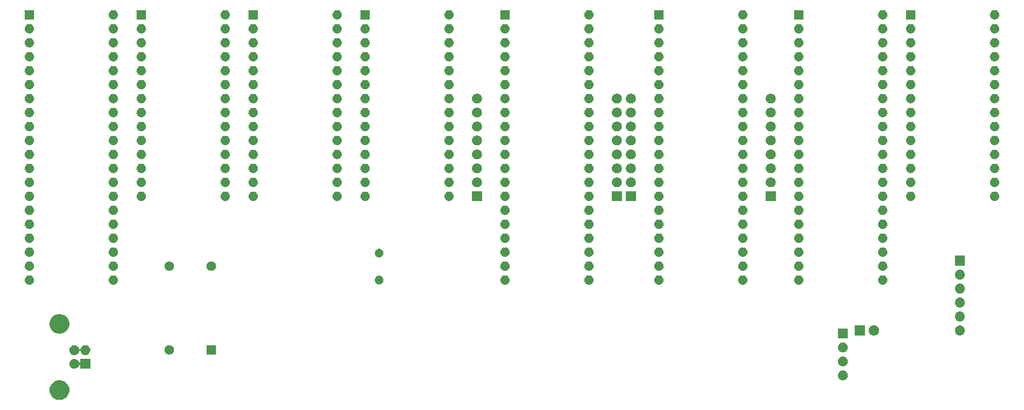
<source format=gbr>
G04 #@! TF.GenerationSoftware,KiCad,Pcbnew,(5.0.2)-1*
G04 #@! TF.CreationDate,2019-09-20T08:48:42-04:00*
G04 #@! TF.ProjectId,Z80_CPU,5a38305f-4350-4552-9e6b-696361645f70,rev?*
G04 #@! TF.SameCoordinates,Original*
G04 #@! TF.FileFunction,Soldermask,Bot*
G04 #@! TF.FilePolarity,Negative*
%FSLAX46Y46*%
G04 Gerber Fmt 4.6, Leading zero omitted, Abs format (unit mm)*
G04 Created by KiCad (PCBNEW (5.0.2)-1) date 9/20/2019 8:48:42 AM*
%MOMM*%
%LPD*%
G01*
G04 APERTURE LIST*
%ADD10C,0.100000*%
G04 APERTURE END LIST*
D10*
G36*
X11055331Y-74158211D02*
X11383092Y-74293974D01*
X11678073Y-74491074D01*
X11928926Y-74741927D01*
X12126026Y-75036908D01*
X12261789Y-75364669D01*
X12331000Y-75712616D01*
X12331000Y-76067384D01*
X12261789Y-76415331D01*
X12126026Y-76743092D01*
X11928926Y-77038073D01*
X11678073Y-77288926D01*
X11383092Y-77486026D01*
X11055331Y-77621789D01*
X10707384Y-77691000D01*
X10352616Y-77691000D01*
X10004669Y-77621789D01*
X9676908Y-77486026D01*
X9381927Y-77288926D01*
X9131074Y-77038073D01*
X8933974Y-76743092D01*
X8798211Y-76415331D01*
X8729000Y-76067384D01*
X8729000Y-75712616D01*
X8798211Y-75364669D01*
X8933974Y-75036908D01*
X9131074Y-74741927D01*
X9381927Y-74491074D01*
X9676908Y-74293974D01*
X10004669Y-74158211D01*
X10352616Y-74089000D01*
X10707384Y-74089000D01*
X11055331Y-74158211D01*
X11055331Y-74158211D01*
G37*
G36*
X152896444Y-72311520D02*
X152962628Y-72318038D01*
X153075854Y-72352385D01*
X153132468Y-72369558D01*
X153271088Y-72443653D01*
X153288992Y-72453223D01*
X153324730Y-72482553D01*
X153426187Y-72565815D01*
X153509449Y-72667272D01*
X153538779Y-72703010D01*
X153538780Y-72703012D01*
X153622444Y-72859534D01*
X153622444Y-72859535D01*
X153673964Y-73029374D01*
X153691360Y-73206001D01*
X153673964Y-73382628D01*
X153639617Y-73495854D01*
X153622444Y-73552468D01*
X153548349Y-73691088D01*
X153538779Y-73708992D01*
X153509449Y-73744730D01*
X153426187Y-73846187D01*
X153324730Y-73929449D01*
X153288992Y-73958779D01*
X153288990Y-73958780D01*
X153132468Y-74042444D01*
X153075854Y-74059617D01*
X152962628Y-74093964D01*
X152896443Y-74100483D01*
X152830261Y-74107001D01*
X152741741Y-74107001D01*
X152675559Y-74100483D01*
X152609374Y-74093964D01*
X152496148Y-74059617D01*
X152439534Y-74042444D01*
X152283012Y-73958780D01*
X152283010Y-73958779D01*
X152247272Y-73929449D01*
X152145815Y-73846187D01*
X152062553Y-73744730D01*
X152033223Y-73708992D01*
X152023653Y-73691088D01*
X151949558Y-73552468D01*
X151932385Y-73495854D01*
X151898038Y-73382628D01*
X151880642Y-73206001D01*
X151898038Y-73029374D01*
X151949558Y-72859535D01*
X151949558Y-72859534D01*
X152033222Y-72703012D01*
X152033223Y-72703010D01*
X152062553Y-72667272D01*
X152145815Y-72565815D01*
X152247272Y-72482553D01*
X152283010Y-72453223D01*
X152300914Y-72443653D01*
X152439534Y-72369558D01*
X152496148Y-72352385D01*
X152609374Y-72318038D01*
X152675558Y-72311520D01*
X152741741Y-72305001D01*
X152830261Y-72305001D01*
X152896444Y-72311520D01*
X152896444Y-72311520D01*
G37*
G36*
X13502812Y-70253624D02*
X13666784Y-70321544D01*
X13814354Y-70420147D01*
X13939853Y-70545646D01*
X14038456Y-70693216D01*
X14098520Y-70838223D01*
X14110066Y-70859824D01*
X14125612Y-70878766D01*
X14144554Y-70894312D01*
X14166165Y-70905863D01*
X14189614Y-70912976D01*
X14214000Y-70915378D01*
X14238386Y-70912976D01*
X14261835Y-70905863D01*
X14283446Y-70894312D01*
X14302388Y-70878766D01*
X14317934Y-70859824D01*
X14329485Y-70838213D01*
X14336598Y-70814764D01*
X14339000Y-70790378D01*
X14339000Y-70219000D01*
X16141000Y-70219000D01*
X16141000Y-72021000D01*
X14339000Y-72021000D01*
X14339000Y-71449622D01*
X14336598Y-71425236D01*
X14329485Y-71401787D01*
X14317934Y-71380176D01*
X14302388Y-71361234D01*
X14283446Y-71345688D01*
X14261835Y-71334137D01*
X14238386Y-71327024D01*
X14214000Y-71324622D01*
X14189614Y-71327024D01*
X14166165Y-71334137D01*
X14144554Y-71345688D01*
X14125612Y-71361234D01*
X14110066Y-71380176D01*
X14098520Y-71401777D01*
X14038456Y-71546784D01*
X13939853Y-71694354D01*
X13814354Y-71819853D01*
X13666784Y-71918456D01*
X13502812Y-71986376D01*
X13328741Y-72021000D01*
X13151259Y-72021000D01*
X12977188Y-71986376D01*
X12813216Y-71918456D01*
X12665646Y-71819853D01*
X12540147Y-71694354D01*
X12441544Y-71546784D01*
X12373624Y-71382812D01*
X12339000Y-71208741D01*
X12339000Y-71031259D01*
X12373624Y-70857188D01*
X12441544Y-70693216D01*
X12540147Y-70545646D01*
X12665646Y-70420147D01*
X12813216Y-70321544D01*
X12977188Y-70253624D01*
X13151259Y-70219000D01*
X13328741Y-70219000D01*
X13502812Y-70253624D01*
X13502812Y-70253624D01*
G37*
G36*
X152896443Y-69771519D02*
X152962628Y-69778038D01*
X153075854Y-69812385D01*
X153132468Y-69829558D01*
X153271088Y-69903653D01*
X153288992Y-69913223D01*
X153324730Y-69942553D01*
X153426187Y-70025815D01*
X153509449Y-70127272D01*
X153538779Y-70163010D01*
X153538780Y-70163012D01*
X153622444Y-70319534D01*
X153639617Y-70376148D01*
X153673964Y-70489374D01*
X153691360Y-70666001D01*
X153673964Y-70842628D01*
X153639617Y-70955854D01*
X153622444Y-71012468D01*
X153548349Y-71151088D01*
X153538779Y-71168992D01*
X153509449Y-71204730D01*
X153426187Y-71306187D01*
X153336030Y-71380176D01*
X153288992Y-71418779D01*
X153288990Y-71418780D01*
X153132468Y-71502444D01*
X153075854Y-71519617D01*
X152962628Y-71553964D01*
X152896443Y-71560483D01*
X152830261Y-71567001D01*
X152741741Y-71567001D01*
X152675559Y-71560483D01*
X152609374Y-71553964D01*
X152496148Y-71519617D01*
X152439534Y-71502444D01*
X152283012Y-71418780D01*
X152283010Y-71418779D01*
X152235972Y-71380176D01*
X152145815Y-71306187D01*
X152062553Y-71204730D01*
X152033223Y-71168992D01*
X152023653Y-71151088D01*
X151949558Y-71012468D01*
X151932385Y-70955854D01*
X151898038Y-70842628D01*
X151880642Y-70666001D01*
X151898038Y-70489374D01*
X151932385Y-70376148D01*
X151949558Y-70319534D01*
X152033222Y-70163012D01*
X152033223Y-70163010D01*
X152062553Y-70127272D01*
X152145815Y-70025815D01*
X152247272Y-69942553D01*
X152283010Y-69913223D01*
X152300914Y-69903653D01*
X152439534Y-69829558D01*
X152496148Y-69812385D01*
X152609374Y-69778038D01*
X152675559Y-69771519D01*
X152741741Y-69765001D01*
X152830261Y-69765001D01*
X152896443Y-69771519D01*
X152896443Y-69771519D01*
G37*
G36*
X13502812Y-67753624D02*
X13666784Y-67821544D01*
X13814354Y-67920147D01*
X13939853Y-68045646D01*
X14038456Y-68193216D01*
X14106376Y-68357188D01*
X14117404Y-68412633D01*
X14124515Y-68436074D01*
X14136067Y-68457685D01*
X14151612Y-68476627D01*
X14170554Y-68492172D01*
X14192165Y-68503723D01*
X14215614Y-68510836D01*
X14240000Y-68513238D01*
X14264387Y-68510836D01*
X14287836Y-68503723D01*
X14309447Y-68492171D01*
X14328389Y-68476626D01*
X14343934Y-68457684D01*
X14355485Y-68436073D01*
X14362596Y-68412633D01*
X14373624Y-68357188D01*
X14441544Y-68193216D01*
X14540147Y-68045646D01*
X14665646Y-67920147D01*
X14813216Y-67821544D01*
X14977188Y-67753624D01*
X15151259Y-67719000D01*
X15328741Y-67719000D01*
X15502812Y-67753624D01*
X15666784Y-67821544D01*
X15814354Y-67920147D01*
X15939853Y-68045646D01*
X16038456Y-68193216D01*
X16106376Y-68357188D01*
X16141000Y-68531259D01*
X16141000Y-68708741D01*
X16106376Y-68882812D01*
X16038456Y-69046784D01*
X15939853Y-69194354D01*
X15814354Y-69319853D01*
X15666784Y-69418456D01*
X15502812Y-69486376D01*
X15328741Y-69521000D01*
X15151259Y-69521000D01*
X14977188Y-69486376D01*
X14813216Y-69418456D01*
X14665646Y-69319853D01*
X14540147Y-69194354D01*
X14441544Y-69046784D01*
X14373624Y-68882812D01*
X14362596Y-68827367D01*
X14355485Y-68803926D01*
X14343933Y-68782315D01*
X14328388Y-68763373D01*
X14309446Y-68747828D01*
X14287835Y-68736277D01*
X14264386Y-68729164D01*
X14240000Y-68726762D01*
X14215613Y-68729164D01*
X14192164Y-68736277D01*
X14170553Y-68747829D01*
X14151611Y-68763374D01*
X14136066Y-68782316D01*
X14124515Y-68803927D01*
X14117404Y-68827367D01*
X14106376Y-68882812D01*
X14038456Y-69046784D01*
X13939853Y-69194354D01*
X13814354Y-69319853D01*
X13666784Y-69418456D01*
X13502812Y-69486376D01*
X13328741Y-69521000D01*
X13151259Y-69521000D01*
X12977188Y-69486376D01*
X12813216Y-69418456D01*
X12665646Y-69319853D01*
X12540147Y-69194354D01*
X12441544Y-69046784D01*
X12373624Y-68882812D01*
X12339000Y-68708741D01*
X12339000Y-68531259D01*
X12373624Y-68357188D01*
X12441544Y-68193216D01*
X12540147Y-68045646D01*
X12665646Y-67920147D01*
X12813216Y-67821544D01*
X12977188Y-67753624D01*
X13151259Y-67719000D01*
X13328741Y-67719000D01*
X13502812Y-67753624D01*
X13502812Y-67753624D01*
G37*
G36*
X30728228Y-67761703D02*
X30883100Y-67825853D01*
X31022481Y-67918985D01*
X31141015Y-68037519D01*
X31234147Y-68176900D01*
X31298297Y-68331772D01*
X31331000Y-68496184D01*
X31331000Y-68663816D01*
X31298297Y-68828228D01*
X31234147Y-68983100D01*
X31141015Y-69122481D01*
X31022481Y-69241015D01*
X30883100Y-69334147D01*
X30728228Y-69398297D01*
X30563816Y-69431000D01*
X30396184Y-69431000D01*
X30231772Y-69398297D01*
X30076900Y-69334147D01*
X29937519Y-69241015D01*
X29818985Y-69122481D01*
X29725853Y-68983100D01*
X29661703Y-68828228D01*
X29629000Y-68663816D01*
X29629000Y-68496184D01*
X29661703Y-68331772D01*
X29725853Y-68176900D01*
X29818985Y-68037519D01*
X29937519Y-67918985D01*
X30076900Y-67825853D01*
X30231772Y-67761703D01*
X30396184Y-67729000D01*
X30563816Y-67729000D01*
X30728228Y-67761703D01*
X30728228Y-67761703D01*
G37*
G36*
X38951000Y-69431000D02*
X37249000Y-69431000D01*
X37249000Y-67729000D01*
X38951000Y-67729000D01*
X38951000Y-69431000D01*
X38951000Y-69431000D01*
G37*
G36*
X152896443Y-67231519D02*
X152962628Y-67238038D01*
X153075854Y-67272385D01*
X153132468Y-67289558D01*
X153271088Y-67363653D01*
X153288992Y-67373223D01*
X153324730Y-67402553D01*
X153426187Y-67485815D01*
X153509449Y-67587272D01*
X153538779Y-67623010D01*
X153538780Y-67623012D01*
X153622444Y-67779534D01*
X153622444Y-67779535D01*
X153673964Y-67949374D01*
X153691360Y-68126001D01*
X153673964Y-68302628D01*
X153665123Y-68331772D01*
X153622444Y-68472468D01*
X153591019Y-68531259D01*
X153538779Y-68628992D01*
X153510199Y-68663816D01*
X153426187Y-68766187D01*
X153324730Y-68849449D01*
X153288992Y-68878779D01*
X153288990Y-68878780D01*
X153132468Y-68962444D01*
X153075854Y-68979617D01*
X152962628Y-69013964D01*
X152896444Y-69020482D01*
X152830261Y-69027001D01*
X152741741Y-69027001D01*
X152675558Y-69020482D01*
X152609374Y-69013964D01*
X152496148Y-68979617D01*
X152439534Y-68962444D01*
X152283012Y-68878780D01*
X152283010Y-68878779D01*
X152247272Y-68849449D01*
X152145815Y-68766187D01*
X152061803Y-68663816D01*
X152033223Y-68628992D01*
X151980983Y-68531259D01*
X151949558Y-68472468D01*
X151906879Y-68331772D01*
X151898038Y-68302628D01*
X151880642Y-68126001D01*
X151898038Y-67949374D01*
X151949558Y-67779535D01*
X151949558Y-67779534D01*
X152033222Y-67623012D01*
X152033223Y-67623010D01*
X152062553Y-67587272D01*
X152145815Y-67485815D01*
X152247272Y-67402553D01*
X152283010Y-67373223D01*
X152300914Y-67363653D01*
X152439534Y-67289558D01*
X152496148Y-67272385D01*
X152609374Y-67238038D01*
X152675559Y-67231519D01*
X152741741Y-67225001D01*
X152830261Y-67225001D01*
X152896443Y-67231519D01*
X152896443Y-67231519D01*
G37*
G36*
X153687001Y-66487001D02*
X151885001Y-66487001D01*
X151885001Y-64685001D01*
X153687001Y-64685001D01*
X153687001Y-66487001D01*
X153687001Y-66487001D01*
G37*
G36*
X156837001Y-65987001D02*
X154935001Y-65987001D01*
X154935001Y-64085001D01*
X156837001Y-64085001D01*
X156837001Y-65987001D01*
X156837001Y-65987001D01*
G37*
G36*
X158703397Y-64121547D02*
X158876467Y-64193235D01*
X159032231Y-64297313D01*
X159164689Y-64429771D01*
X159268767Y-64585535D01*
X159340455Y-64758605D01*
X159377001Y-64942334D01*
X159377001Y-65129668D01*
X159340455Y-65313397D01*
X159268767Y-65486467D01*
X159164689Y-65642231D01*
X159032231Y-65774689D01*
X158876467Y-65878767D01*
X158703397Y-65950455D01*
X158519668Y-65987001D01*
X158332334Y-65987001D01*
X158148605Y-65950455D01*
X157975535Y-65878767D01*
X157819771Y-65774689D01*
X157687313Y-65642231D01*
X157583235Y-65486467D01*
X157511547Y-65313397D01*
X157475001Y-65129668D01*
X157475001Y-64942334D01*
X157511547Y-64758605D01*
X157583235Y-64585535D01*
X157687313Y-64429771D01*
X157819771Y-64297313D01*
X157975535Y-64193235D01*
X158148605Y-64121547D01*
X158332334Y-64085001D01*
X158519668Y-64085001D01*
X158703397Y-64121547D01*
X158703397Y-64121547D01*
G37*
G36*
X174146443Y-64141519D02*
X174212628Y-64148038D01*
X174325854Y-64182385D01*
X174382468Y-64199558D01*
X174521088Y-64273653D01*
X174538992Y-64283223D01*
X174574730Y-64312553D01*
X174676187Y-64395815D01*
X174759449Y-64497272D01*
X174788779Y-64533010D01*
X174788780Y-64533012D01*
X174872444Y-64689534D01*
X174876557Y-64703093D01*
X174923964Y-64859374D01*
X174941360Y-65036001D01*
X174923964Y-65212628D01*
X174893396Y-65313397D01*
X174872444Y-65382468D01*
X174816854Y-65486468D01*
X174788779Y-65538992D01*
X174759449Y-65574730D01*
X174676187Y-65676187D01*
X174574730Y-65759449D01*
X174538992Y-65788779D01*
X174538990Y-65788780D01*
X174382468Y-65872444D01*
X174361623Y-65878767D01*
X174212628Y-65923964D01*
X174146443Y-65930483D01*
X174080261Y-65937001D01*
X173991741Y-65937001D01*
X173925559Y-65930483D01*
X173859374Y-65923964D01*
X173710379Y-65878767D01*
X173689534Y-65872444D01*
X173533012Y-65788780D01*
X173533010Y-65788779D01*
X173497272Y-65759449D01*
X173395815Y-65676187D01*
X173312553Y-65574730D01*
X173283223Y-65538992D01*
X173255148Y-65486468D01*
X173199558Y-65382468D01*
X173178606Y-65313397D01*
X173148038Y-65212628D01*
X173130642Y-65036001D01*
X173148038Y-64859374D01*
X173195445Y-64703093D01*
X173199558Y-64689534D01*
X173283222Y-64533012D01*
X173283223Y-64533010D01*
X173312553Y-64497272D01*
X173395815Y-64395815D01*
X173497272Y-64312553D01*
X173533010Y-64283223D01*
X173550914Y-64273653D01*
X173689534Y-64199558D01*
X173746148Y-64182385D01*
X173859374Y-64148038D01*
X173925559Y-64141519D01*
X173991741Y-64135001D01*
X174080261Y-64135001D01*
X174146443Y-64141519D01*
X174146443Y-64141519D01*
G37*
G36*
X11055331Y-62118211D02*
X11383092Y-62253974D01*
X11678073Y-62451074D01*
X11928926Y-62701927D01*
X12126026Y-62996908D01*
X12261789Y-63324669D01*
X12331000Y-63672616D01*
X12331000Y-64027384D01*
X12261789Y-64375331D01*
X12126026Y-64703092D01*
X11928926Y-64998073D01*
X11678073Y-65248926D01*
X11383092Y-65446026D01*
X11055331Y-65581789D01*
X10707384Y-65651000D01*
X10352616Y-65651000D01*
X10004669Y-65581789D01*
X9676908Y-65446026D01*
X9381927Y-65248926D01*
X9131074Y-64998073D01*
X8933974Y-64703092D01*
X8798211Y-64375331D01*
X8729000Y-64027384D01*
X8729000Y-63672616D01*
X8798211Y-63324669D01*
X8933974Y-62996908D01*
X9131074Y-62701927D01*
X9381927Y-62451074D01*
X9676908Y-62253974D01*
X10004669Y-62118211D01*
X10352616Y-62049000D01*
X10707384Y-62049000D01*
X11055331Y-62118211D01*
X11055331Y-62118211D01*
G37*
G36*
X174146443Y-61601519D02*
X174212628Y-61608038D01*
X174325854Y-61642385D01*
X174382468Y-61659558D01*
X174521088Y-61733653D01*
X174538992Y-61743223D01*
X174574730Y-61772553D01*
X174676187Y-61855815D01*
X174759449Y-61957272D01*
X174788779Y-61993010D01*
X174788780Y-61993012D01*
X174872444Y-62149534D01*
X174872444Y-62149535D01*
X174923964Y-62319374D01*
X174941360Y-62496001D01*
X174923964Y-62672628D01*
X174915076Y-62701927D01*
X174872444Y-62842468D01*
X174798349Y-62981088D01*
X174788779Y-62998992D01*
X174759449Y-63034730D01*
X174676187Y-63136187D01*
X174574730Y-63219449D01*
X174538992Y-63248779D01*
X174538990Y-63248780D01*
X174382468Y-63332444D01*
X174325854Y-63349617D01*
X174212628Y-63383964D01*
X174146444Y-63390482D01*
X174080261Y-63397001D01*
X173991741Y-63397001D01*
X173925558Y-63390482D01*
X173859374Y-63383964D01*
X173746148Y-63349617D01*
X173689534Y-63332444D01*
X173533012Y-63248780D01*
X173533010Y-63248779D01*
X173497272Y-63219449D01*
X173395815Y-63136187D01*
X173312553Y-63034730D01*
X173283223Y-62998992D01*
X173273653Y-62981088D01*
X173199558Y-62842468D01*
X173156926Y-62701927D01*
X173148038Y-62672628D01*
X173130642Y-62496001D01*
X173148038Y-62319374D01*
X173199558Y-62149535D01*
X173199558Y-62149534D01*
X173283222Y-61993012D01*
X173283223Y-61993010D01*
X173312553Y-61957272D01*
X173395815Y-61855815D01*
X173497272Y-61772553D01*
X173533010Y-61743223D01*
X173550914Y-61733653D01*
X173689534Y-61659558D01*
X173746148Y-61642385D01*
X173859374Y-61608038D01*
X173925559Y-61601519D01*
X173991741Y-61595001D01*
X174080261Y-61595001D01*
X174146443Y-61601519D01*
X174146443Y-61601519D01*
G37*
G36*
X174146444Y-59061520D02*
X174212628Y-59068038D01*
X174325854Y-59102385D01*
X174382468Y-59119558D01*
X174521088Y-59193653D01*
X174538992Y-59203223D01*
X174574730Y-59232553D01*
X174676187Y-59315815D01*
X174759449Y-59417272D01*
X174788779Y-59453010D01*
X174788780Y-59453012D01*
X174872444Y-59609534D01*
X174872444Y-59609535D01*
X174923964Y-59779374D01*
X174941360Y-59956001D01*
X174923964Y-60132628D01*
X174889617Y-60245854D01*
X174872444Y-60302468D01*
X174798349Y-60441088D01*
X174788779Y-60458992D01*
X174759449Y-60494730D01*
X174676187Y-60596187D01*
X174574730Y-60679449D01*
X174538992Y-60708779D01*
X174538990Y-60708780D01*
X174382468Y-60792444D01*
X174325854Y-60809617D01*
X174212628Y-60843964D01*
X174146443Y-60850483D01*
X174080261Y-60857001D01*
X173991741Y-60857001D01*
X173925559Y-60850483D01*
X173859374Y-60843964D01*
X173746148Y-60809617D01*
X173689534Y-60792444D01*
X173533012Y-60708780D01*
X173533010Y-60708779D01*
X173497272Y-60679449D01*
X173395815Y-60596187D01*
X173312553Y-60494730D01*
X173283223Y-60458992D01*
X173273653Y-60441088D01*
X173199558Y-60302468D01*
X173182385Y-60245854D01*
X173148038Y-60132628D01*
X173130642Y-59956001D01*
X173148038Y-59779374D01*
X173199558Y-59609535D01*
X173199558Y-59609534D01*
X173283222Y-59453012D01*
X173283223Y-59453010D01*
X173312553Y-59417272D01*
X173395815Y-59315815D01*
X173497272Y-59232553D01*
X173533010Y-59203223D01*
X173550914Y-59193653D01*
X173689534Y-59119558D01*
X173746148Y-59102385D01*
X173859374Y-59068038D01*
X173925558Y-59061520D01*
X173991741Y-59055001D01*
X174080261Y-59055001D01*
X174146444Y-59061520D01*
X174146444Y-59061520D01*
G37*
G36*
X174146443Y-56521519D02*
X174212628Y-56528038D01*
X174325854Y-56562385D01*
X174382468Y-56579558D01*
X174514662Y-56650218D01*
X174538992Y-56663223D01*
X174547280Y-56670025D01*
X174676187Y-56775815D01*
X174759449Y-56877272D01*
X174788779Y-56913010D01*
X174788780Y-56913012D01*
X174872444Y-57069534D01*
X174872444Y-57069535D01*
X174923964Y-57239374D01*
X174941360Y-57416001D01*
X174923964Y-57592628D01*
X174889617Y-57705854D01*
X174872444Y-57762468D01*
X174798349Y-57901088D01*
X174788779Y-57918992D01*
X174759449Y-57954730D01*
X174676187Y-58056187D01*
X174574730Y-58139449D01*
X174538992Y-58168779D01*
X174538990Y-58168780D01*
X174382468Y-58252444D01*
X174325854Y-58269617D01*
X174212628Y-58303964D01*
X174146444Y-58310482D01*
X174080261Y-58317001D01*
X173991741Y-58317001D01*
X173925558Y-58310482D01*
X173859374Y-58303964D01*
X173746148Y-58269617D01*
X173689534Y-58252444D01*
X173533012Y-58168780D01*
X173533010Y-58168779D01*
X173497272Y-58139449D01*
X173395815Y-58056187D01*
X173312553Y-57954730D01*
X173283223Y-57918992D01*
X173273653Y-57901088D01*
X173199558Y-57762468D01*
X173182385Y-57705854D01*
X173148038Y-57592628D01*
X173130642Y-57416001D01*
X173148038Y-57239374D01*
X173199558Y-57069535D01*
X173199558Y-57069534D01*
X173283222Y-56913012D01*
X173283223Y-56913010D01*
X173312553Y-56877272D01*
X173395815Y-56775815D01*
X173524722Y-56670025D01*
X173533010Y-56663223D01*
X173557340Y-56650218D01*
X173689534Y-56579558D01*
X173746148Y-56562385D01*
X173859374Y-56528038D01*
X173925559Y-56521519D01*
X173991741Y-56515001D01*
X174080261Y-56515001D01*
X174146443Y-56521519D01*
X174146443Y-56521519D01*
G37*
G36*
X144946821Y-55041313D02*
X144946824Y-55041314D01*
X144946825Y-55041314D01*
X145107239Y-55089975D01*
X145107241Y-55089976D01*
X145107244Y-55089977D01*
X145255078Y-55168995D01*
X145384659Y-55275341D01*
X145491005Y-55404922D01*
X145570023Y-55552756D01*
X145570024Y-55552759D01*
X145570025Y-55552761D01*
X145593085Y-55628780D01*
X145618687Y-55713179D01*
X145635117Y-55880000D01*
X145618687Y-56046821D01*
X145570023Y-56207244D01*
X145491005Y-56355078D01*
X145384659Y-56484659D01*
X145255078Y-56591005D01*
X145107244Y-56670023D01*
X145107241Y-56670024D01*
X145107239Y-56670025D01*
X144946825Y-56718686D01*
X144946824Y-56718686D01*
X144946821Y-56718687D01*
X144821804Y-56731000D01*
X144738196Y-56731000D01*
X144613179Y-56718687D01*
X144613176Y-56718686D01*
X144613175Y-56718686D01*
X144452761Y-56670025D01*
X144452759Y-56670024D01*
X144452756Y-56670023D01*
X144304922Y-56591005D01*
X144175341Y-56484659D01*
X144068995Y-56355078D01*
X143989977Y-56207244D01*
X143941313Y-56046821D01*
X143924883Y-55880000D01*
X143941313Y-55713179D01*
X143966915Y-55628780D01*
X143989975Y-55552761D01*
X143989976Y-55552759D01*
X143989977Y-55552756D01*
X144068995Y-55404922D01*
X144175341Y-55275341D01*
X144304922Y-55168995D01*
X144452756Y-55089977D01*
X144452759Y-55089976D01*
X144452761Y-55089975D01*
X144613175Y-55041314D01*
X144613176Y-55041314D01*
X144613179Y-55041313D01*
X144738196Y-55029000D01*
X144821804Y-55029000D01*
X144946821Y-55041313D01*
X144946821Y-55041313D01*
G37*
G36*
X106846821Y-55041313D02*
X106846824Y-55041314D01*
X106846825Y-55041314D01*
X107007239Y-55089975D01*
X107007241Y-55089976D01*
X107007244Y-55089977D01*
X107155078Y-55168995D01*
X107284659Y-55275341D01*
X107391005Y-55404922D01*
X107470023Y-55552756D01*
X107470024Y-55552759D01*
X107470025Y-55552761D01*
X107493085Y-55628780D01*
X107518687Y-55713179D01*
X107535117Y-55880000D01*
X107518687Y-56046821D01*
X107470023Y-56207244D01*
X107391005Y-56355078D01*
X107284659Y-56484659D01*
X107155078Y-56591005D01*
X107007244Y-56670023D01*
X107007241Y-56670024D01*
X107007239Y-56670025D01*
X106846825Y-56718686D01*
X106846824Y-56718686D01*
X106846821Y-56718687D01*
X106721804Y-56731000D01*
X106638196Y-56731000D01*
X106513179Y-56718687D01*
X106513176Y-56718686D01*
X106513175Y-56718686D01*
X106352761Y-56670025D01*
X106352759Y-56670024D01*
X106352756Y-56670023D01*
X106204922Y-56591005D01*
X106075341Y-56484659D01*
X105968995Y-56355078D01*
X105889977Y-56207244D01*
X105841313Y-56046821D01*
X105824883Y-55880000D01*
X105841313Y-55713179D01*
X105866915Y-55628780D01*
X105889975Y-55552761D01*
X105889976Y-55552759D01*
X105889977Y-55552756D01*
X105968995Y-55404922D01*
X106075341Y-55275341D01*
X106204922Y-55168995D01*
X106352756Y-55089977D01*
X106352759Y-55089976D01*
X106352761Y-55089975D01*
X106513175Y-55041314D01*
X106513176Y-55041314D01*
X106513179Y-55041313D01*
X106638196Y-55029000D01*
X106721804Y-55029000D01*
X106846821Y-55041313D01*
X106846821Y-55041313D01*
G37*
G36*
X91606821Y-55041313D02*
X91606824Y-55041314D01*
X91606825Y-55041314D01*
X91767239Y-55089975D01*
X91767241Y-55089976D01*
X91767244Y-55089977D01*
X91915078Y-55168995D01*
X92044659Y-55275341D01*
X92151005Y-55404922D01*
X92230023Y-55552756D01*
X92230024Y-55552759D01*
X92230025Y-55552761D01*
X92253085Y-55628780D01*
X92278687Y-55713179D01*
X92295117Y-55880000D01*
X92278687Y-56046821D01*
X92230023Y-56207244D01*
X92151005Y-56355078D01*
X92044659Y-56484659D01*
X91915078Y-56591005D01*
X91767244Y-56670023D01*
X91767241Y-56670024D01*
X91767239Y-56670025D01*
X91606825Y-56718686D01*
X91606824Y-56718686D01*
X91606821Y-56718687D01*
X91481804Y-56731000D01*
X91398196Y-56731000D01*
X91273179Y-56718687D01*
X91273176Y-56718686D01*
X91273175Y-56718686D01*
X91112761Y-56670025D01*
X91112759Y-56670024D01*
X91112756Y-56670023D01*
X90964922Y-56591005D01*
X90835341Y-56484659D01*
X90728995Y-56355078D01*
X90649977Y-56207244D01*
X90601313Y-56046821D01*
X90584883Y-55880000D01*
X90601313Y-55713179D01*
X90626915Y-55628780D01*
X90649975Y-55552761D01*
X90649976Y-55552759D01*
X90649977Y-55552756D01*
X90728995Y-55404922D01*
X90835341Y-55275341D01*
X90964922Y-55168995D01*
X91112756Y-55089977D01*
X91112759Y-55089976D01*
X91112761Y-55089975D01*
X91273175Y-55041314D01*
X91273176Y-55041314D01*
X91273179Y-55041313D01*
X91398196Y-55029000D01*
X91481804Y-55029000D01*
X91606821Y-55041313D01*
X91606821Y-55041313D01*
G37*
G36*
X160186821Y-55041313D02*
X160186824Y-55041314D01*
X160186825Y-55041314D01*
X160347239Y-55089975D01*
X160347241Y-55089976D01*
X160347244Y-55089977D01*
X160495078Y-55168995D01*
X160624659Y-55275341D01*
X160731005Y-55404922D01*
X160810023Y-55552756D01*
X160810024Y-55552759D01*
X160810025Y-55552761D01*
X160833085Y-55628780D01*
X160858687Y-55713179D01*
X160875117Y-55880000D01*
X160858687Y-56046821D01*
X160810023Y-56207244D01*
X160731005Y-56355078D01*
X160624659Y-56484659D01*
X160495078Y-56591005D01*
X160347244Y-56670023D01*
X160347241Y-56670024D01*
X160347239Y-56670025D01*
X160186825Y-56718686D01*
X160186824Y-56718686D01*
X160186821Y-56718687D01*
X160061804Y-56731000D01*
X159978196Y-56731000D01*
X159853179Y-56718687D01*
X159853176Y-56718686D01*
X159853175Y-56718686D01*
X159692761Y-56670025D01*
X159692759Y-56670024D01*
X159692756Y-56670023D01*
X159544922Y-56591005D01*
X159415341Y-56484659D01*
X159308995Y-56355078D01*
X159229977Y-56207244D01*
X159181313Y-56046821D01*
X159164883Y-55880000D01*
X159181313Y-55713179D01*
X159206915Y-55628780D01*
X159229975Y-55552761D01*
X159229976Y-55552759D01*
X159229977Y-55552756D01*
X159308995Y-55404922D01*
X159415341Y-55275341D01*
X159544922Y-55168995D01*
X159692756Y-55089977D01*
X159692759Y-55089976D01*
X159692761Y-55089975D01*
X159853175Y-55041314D01*
X159853176Y-55041314D01*
X159853179Y-55041313D01*
X159978196Y-55029000D01*
X160061804Y-55029000D01*
X160186821Y-55041313D01*
X160186821Y-55041313D01*
G37*
G36*
X119546821Y-55041313D02*
X119546824Y-55041314D01*
X119546825Y-55041314D01*
X119707239Y-55089975D01*
X119707241Y-55089976D01*
X119707244Y-55089977D01*
X119855078Y-55168995D01*
X119984659Y-55275341D01*
X120091005Y-55404922D01*
X120170023Y-55552756D01*
X120170024Y-55552759D01*
X120170025Y-55552761D01*
X120193085Y-55628780D01*
X120218687Y-55713179D01*
X120235117Y-55880000D01*
X120218687Y-56046821D01*
X120170023Y-56207244D01*
X120091005Y-56355078D01*
X119984659Y-56484659D01*
X119855078Y-56591005D01*
X119707244Y-56670023D01*
X119707241Y-56670024D01*
X119707239Y-56670025D01*
X119546825Y-56718686D01*
X119546824Y-56718686D01*
X119546821Y-56718687D01*
X119421804Y-56731000D01*
X119338196Y-56731000D01*
X119213179Y-56718687D01*
X119213176Y-56718686D01*
X119213175Y-56718686D01*
X119052761Y-56670025D01*
X119052759Y-56670024D01*
X119052756Y-56670023D01*
X118904922Y-56591005D01*
X118775341Y-56484659D01*
X118668995Y-56355078D01*
X118589977Y-56207244D01*
X118541313Y-56046821D01*
X118524883Y-55880000D01*
X118541313Y-55713179D01*
X118566915Y-55628780D01*
X118589975Y-55552761D01*
X118589976Y-55552759D01*
X118589977Y-55552756D01*
X118668995Y-55404922D01*
X118775341Y-55275341D01*
X118904922Y-55168995D01*
X119052756Y-55089977D01*
X119052759Y-55089976D01*
X119052761Y-55089975D01*
X119213175Y-55041314D01*
X119213176Y-55041314D01*
X119213179Y-55041313D01*
X119338196Y-55029000D01*
X119421804Y-55029000D01*
X119546821Y-55041313D01*
X119546821Y-55041313D01*
G37*
G36*
X134786821Y-55041313D02*
X134786824Y-55041314D01*
X134786825Y-55041314D01*
X134947239Y-55089975D01*
X134947241Y-55089976D01*
X134947244Y-55089977D01*
X135095078Y-55168995D01*
X135224659Y-55275341D01*
X135331005Y-55404922D01*
X135410023Y-55552756D01*
X135410024Y-55552759D01*
X135410025Y-55552761D01*
X135433085Y-55628780D01*
X135458687Y-55713179D01*
X135475117Y-55880000D01*
X135458687Y-56046821D01*
X135410023Y-56207244D01*
X135331005Y-56355078D01*
X135224659Y-56484659D01*
X135095078Y-56591005D01*
X134947244Y-56670023D01*
X134947241Y-56670024D01*
X134947239Y-56670025D01*
X134786825Y-56718686D01*
X134786824Y-56718686D01*
X134786821Y-56718687D01*
X134661804Y-56731000D01*
X134578196Y-56731000D01*
X134453179Y-56718687D01*
X134453176Y-56718686D01*
X134453175Y-56718686D01*
X134292761Y-56670025D01*
X134292759Y-56670024D01*
X134292756Y-56670023D01*
X134144922Y-56591005D01*
X134015341Y-56484659D01*
X133908995Y-56355078D01*
X133829977Y-56207244D01*
X133781313Y-56046821D01*
X133764883Y-55880000D01*
X133781313Y-55713179D01*
X133806915Y-55628780D01*
X133829975Y-55552761D01*
X133829976Y-55552759D01*
X133829977Y-55552756D01*
X133908995Y-55404922D01*
X134015341Y-55275341D01*
X134144922Y-55168995D01*
X134292756Y-55089977D01*
X134292759Y-55089976D01*
X134292761Y-55089975D01*
X134453175Y-55041314D01*
X134453176Y-55041314D01*
X134453179Y-55041313D01*
X134578196Y-55029000D01*
X134661804Y-55029000D01*
X134786821Y-55041313D01*
X134786821Y-55041313D01*
G37*
G36*
X5246821Y-55041313D02*
X5246824Y-55041314D01*
X5246825Y-55041314D01*
X5407239Y-55089975D01*
X5407241Y-55089976D01*
X5407244Y-55089977D01*
X5555078Y-55168995D01*
X5684659Y-55275341D01*
X5791005Y-55404922D01*
X5870023Y-55552756D01*
X5870024Y-55552759D01*
X5870025Y-55552761D01*
X5893085Y-55628780D01*
X5918687Y-55713179D01*
X5935117Y-55880000D01*
X5918687Y-56046821D01*
X5870023Y-56207244D01*
X5791005Y-56355078D01*
X5684659Y-56484659D01*
X5555078Y-56591005D01*
X5407244Y-56670023D01*
X5407241Y-56670024D01*
X5407239Y-56670025D01*
X5246825Y-56718686D01*
X5246824Y-56718686D01*
X5246821Y-56718687D01*
X5121804Y-56731000D01*
X5038196Y-56731000D01*
X4913179Y-56718687D01*
X4913176Y-56718686D01*
X4913175Y-56718686D01*
X4752761Y-56670025D01*
X4752759Y-56670024D01*
X4752756Y-56670023D01*
X4604922Y-56591005D01*
X4475341Y-56484659D01*
X4368995Y-56355078D01*
X4289977Y-56207244D01*
X4241313Y-56046821D01*
X4224883Y-55880000D01*
X4241313Y-55713179D01*
X4266915Y-55628780D01*
X4289975Y-55552761D01*
X4289976Y-55552759D01*
X4289977Y-55552756D01*
X4368995Y-55404922D01*
X4475341Y-55275341D01*
X4604922Y-55168995D01*
X4752756Y-55089977D01*
X4752759Y-55089976D01*
X4752761Y-55089975D01*
X4913175Y-55041314D01*
X4913176Y-55041314D01*
X4913179Y-55041313D01*
X5038196Y-55029000D01*
X5121804Y-55029000D01*
X5246821Y-55041313D01*
X5246821Y-55041313D01*
G37*
G36*
X20486821Y-55041313D02*
X20486824Y-55041314D01*
X20486825Y-55041314D01*
X20647239Y-55089975D01*
X20647241Y-55089976D01*
X20647244Y-55089977D01*
X20795078Y-55168995D01*
X20924659Y-55275341D01*
X21031005Y-55404922D01*
X21110023Y-55552756D01*
X21110024Y-55552759D01*
X21110025Y-55552761D01*
X21133085Y-55628780D01*
X21158687Y-55713179D01*
X21175117Y-55880000D01*
X21158687Y-56046821D01*
X21110023Y-56207244D01*
X21031005Y-56355078D01*
X20924659Y-56484659D01*
X20795078Y-56591005D01*
X20647244Y-56670023D01*
X20647241Y-56670024D01*
X20647239Y-56670025D01*
X20486825Y-56718686D01*
X20486824Y-56718686D01*
X20486821Y-56718687D01*
X20361804Y-56731000D01*
X20278196Y-56731000D01*
X20153179Y-56718687D01*
X20153176Y-56718686D01*
X20153175Y-56718686D01*
X19992761Y-56670025D01*
X19992759Y-56670024D01*
X19992756Y-56670023D01*
X19844922Y-56591005D01*
X19715341Y-56484659D01*
X19608995Y-56355078D01*
X19529977Y-56207244D01*
X19481313Y-56046821D01*
X19464883Y-55880000D01*
X19481313Y-55713179D01*
X19506915Y-55628780D01*
X19529975Y-55552761D01*
X19529976Y-55552759D01*
X19529977Y-55552756D01*
X19608995Y-55404922D01*
X19715341Y-55275341D01*
X19844922Y-55168995D01*
X19992756Y-55089977D01*
X19992759Y-55089976D01*
X19992761Y-55089975D01*
X20153175Y-55041314D01*
X20153176Y-55041314D01*
X20153179Y-55041313D01*
X20278196Y-55029000D01*
X20361804Y-55029000D01*
X20486821Y-55041313D01*
X20486821Y-55041313D01*
G37*
G36*
X68813643Y-55109781D02*
X68959415Y-55170162D01*
X69090611Y-55257824D01*
X69202176Y-55369389D01*
X69289838Y-55500585D01*
X69350219Y-55646357D01*
X69381000Y-55801107D01*
X69381000Y-55958893D01*
X69350219Y-56113643D01*
X69289838Y-56259415D01*
X69202176Y-56390611D01*
X69090611Y-56502176D01*
X68959415Y-56589838D01*
X68813643Y-56650219D01*
X68658893Y-56681000D01*
X68501107Y-56681000D01*
X68346357Y-56650219D01*
X68200585Y-56589838D01*
X68069389Y-56502176D01*
X67957824Y-56390611D01*
X67870162Y-56259415D01*
X67809781Y-56113643D01*
X67779000Y-55958893D01*
X67779000Y-55801107D01*
X67809781Y-55646357D01*
X67870162Y-55500585D01*
X67957824Y-55369389D01*
X68069389Y-55257824D01*
X68200585Y-55170162D01*
X68346357Y-55109781D01*
X68501107Y-55079000D01*
X68658893Y-55079000D01*
X68813643Y-55109781D01*
X68813643Y-55109781D01*
G37*
G36*
X174146443Y-53981519D02*
X174212628Y-53988038D01*
X174325854Y-54022385D01*
X174382468Y-54039558D01*
X174484593Y-54094146D01*
X174538992Y-54123223D01*
X174547280Y-54130025D01*
X174676187Y-54235815D01*
X174759449Y-54337272D01*
X174788779Y-54373010D01*
X174788780Y-54373012D01*
X174872444Y-54529534D01*
X174872444Y-54529535D01*
X174923964Y-54699374D01*
X174941360Y-54876001D01*
X174923964Y-55052628D01*
X174889617Y-55165854D01*
X174872444Y-55222468D01*
X174844182Y-55275341D01*
X174788779Y-55378992D01*
X174759449Y-55414730D01*
X174676187Y-55516187D01*
X174574730Y-55599449D01*
X174538992Y-55628779D01*
X174538990Y-55628780D01*
X174382468Y-55712444D01*
X174325854Y-55729617D01*
X174212628Y-55763964D01*
X174146443Y-55770483D01*
X174080261Y-55777001D01*
X173991741Y-55777001D01*
X173925559Y-55770483D01*
X173859374Y-55763964D01*
X173746148Y-55729617D01*
X173689534Y-55712444D01*
X173533012Y-55628780D01*
X173533010Y-55628779D01*
X173497272Y-55599449D01*
X173395815Y-55516187D01*
X173312553Y-55414730D01*
X173283223Y-55378992D01*
X173227820Y-55275341D01*
X173199558Y-55222468D01*
X173182385Y-55165854D01*
X173148038Y-55052628D01*
X173130642Y-54876001D01*
X173148038Y-54699374D01*
X173199558Y-54529535D01*
X173199558Y-54529534D01*
X173283222Y-54373012D01*
X173283223Y-54373010D01*
X173312553Y-54337272D01*
X173395815Y-54235815D01*
X173524722Y-54130025D01*
X173533010Y-54123223D01*
X173587409Y-54094146D01*
X173689534Y-54039558D01*
X173746148Y-54022385D01*
X173859374Y-53988038D01*
X173925559Y-53981519D01*
X173991741Y-53975001D01*
X174080261Y-53975001D01*
X174146443Y-53981519D01*
X174146443Y-53981519D01*
G37*
G36*
X5246821Y-52501313D02*
X5246824Y-52501314D01*
X5246825Y-52501314D01*
X5407239Y-52549975D01*
X5407241Y-52549976D01*
X5407244Y-52549977D01*
X5555078Y-52628995D01*
X5684659Y-52735341D01*
X5791005Y-52864922D01*
X5870023Y-53012756D01*
X5870024Y-53012759D01*
X5870025Y-53012761D01*
X5918686Y-53173175D01*
X5918687Y-53173179D01*
X5935117Y-53340000D01*
X5918687Y-53506821D01*
X5918686Y-53506824D01*
X5918686Y-53506825D01*
X5893993Y-53588228D01*
X5870023Y-53667244D01*
X5791005Y-53815078D01*
X5684659Y-53944659D01*
X5555078Y-54051005D01*
X5407244Y-54130023D01*
X5407241Y-54130024D01*
X5407239Y-54130025D01*
X5246825Y-54178686D01*
X5246824Y-54178686D01*
X5246821Y-54178687D01*
X5121804Y-54191000D01*
X5038196Y-54191000D01*
X4913179Y-54178687D01*
X4913176Y-54178686D01*
X4913175Y-54178686D01*
X4752761Y-54130025D01*
X4752759Y-54130024D01*
X4752756Y-54130023D01*
X4604922Y-54051005D01*
X4475341Y-53944659D01*
X4368995Y-53815078D01*
X4289977Y-53667244D01*
X4266008Y-53588228D01*
X4241314Y-53506825D01*
X4241314Y-53506824D01*
X4241313Y-53506821D01*
X4224883Y-53340000D01*
X4241313Y-53173179D01*
X4241314Y-53173175D01*
X4289975Y-53012761D01*
X4289976Y-53012759D01*
X4289977Y-53012756D01*
X4368995Y-52864922D01*
X4475341Y-52735341D01*
X4604922Y-52628995D01*
X4752756Y-52549977D01*
X4752759Y-52549976D01*
X4752761Y-52549975D01*
X4913175Y-52501314D01*
X4913176Y-52501314D01*
X4913179Y-52501313D01*
X5038196Y-52489000D01*
X5121804Y-52489000D01*
X5246821Y-52501313D01*
X5246821Y-52501313D01*
G37*
G36*
X38348228Y-52521703D02*
X38503100Y-52585853D01*
X38642481Y-52678985D01*
X38761015Y-52797519D01*
X38854147Y-52936900D01*
X38918297Y-53091772D01*
X38951000Y-53256184D01*
X38951000Y-53423816D01*
X38918297Y-53588228D01*
X38854147Y-53743100D01*
X38761015Y-53882481D01*
X38642481Y-54001015D01*
X38503100Y-54094147D01*
X38348228Y-54158297D01*
X38183816Y-54191000D01*
X38016184Y-54191000D01*
X37851772Y-54158297D01*
X37696900Y-54094147D01*
X37557519Y-54001015D01*
X37438985Y-53882481D01*
X37345853Y-53743100D01*
X37281703Y-53588228D01*
X37249000Y-53423816D01*
X37249000Y-53256184D01*
X37281703Y-53091772D01*
X37345853Y-52936900D01*
X37438985Y-52797519D01*
X37557519Y-52678985D01*
X37696900Y-52585853D01*
X37851772Y-52521703D01*
X38016184Y-52489000D01*
X38183816Y-52489000D01*
X38348228Y-52521703D01*
X38348228Y-52521703D01*
G37*
G36*
X30728228Y-52521703D02*
X30883100Y-52585853D01*
X31022481Y-52678985D01*
X31141015Y-52797519D01*
X31234147Y-52936900D01*
X31298297Y-53091772D01*
X31331000Y-53256184D01*
X31331000Y-53423816D01*
X31298297Y-53588228D01*
X31234147Y-53743100D01*
X31141015Y-53882481D01*
X31022481Y-54001015D01*
X30883100Y-54094147D01*
X30728228Y-54158297D01*
X30563816Y-54191000D01*
X30396184Y-54191000D01*
X30231772Y-54158297D01*
X30076900Y-54094147D01*
X29937519Y-54001015D01*
X29818985Y-53882481D01*
X29725853Y-53743100D01*
X29661703Y-53588228D01*
X29629000Y-53423816D01*
X29629000Y-53256184D01*
X29661703Y-53091772D01*
X29725853Y-52936900D01*
X29818985Y-52797519D01*
X29937519Y-52678985D01*
X30076900Y-52585853D01*
X30231772Y-52521703D01*
X30396184Y-52489000D01*
X30563816Y-52489000D01*
X30728228Y-52521703D01*
X30728228Y-52521703D01*
G37*
G36*
X106846821Y-52501313D02*
X106846824Y-52501314D01*
X106846825Y-52501314D01*
X107007239Y-52549975D01*
X107007241Y-52549976D01*
X107007244Y-52549977D01*
X107155078Y-52628995D01*
X107284659Y-52735341D01*
X107391005Y-52864922D01*
X107470023Y-53012756D01*
X107470024Y-53012759D01*
X107470025Y-53012761D01*
X107518686Y-53173175D01*
X107518687Y-53173179D01*
X107535117Y-53340000D01*
X107518687Y-53506821D01*
X107518686Y-53506824D01*
X107518686Y-53506825D01*
X107493993Y-53588228D01*
X107470023Y-53667244D01*
X107391005Y-53815078D01*
X107284659Y-53944659D01*
X107155078Y-54051005D01*
X107007244Y-54130023D01*
X107007241Y-54130024D01*
X107007239Y-54130025D01*
X106846825Y-54178686D01*
X106846824Y-54178686D01*
X106846821Y-54178687D01*
X106721804Y-54191000D01*
X106638196Y-54191000D01*
X106513179Y-54178687D01*
X106513176Y-54178686D01*
X106513175Y-54178686D01*
X106352761Y-54130025D01*
X106352759Y-54130024D01*
X106352756Y-54130023D01*
X106204922Y-54051005D01*
X106075341Y-53944659D01*
X105968995Y-53815078D01*
X105889977Y-53667244D01*
X105866008Y-53588228D01*
X105841314Y-53506825D01*
X105841314Y-53506824D01*
X105841313Y-53506821D01*
X105824883Y-53340000D01*
X105841313Y-53173179D01*
X105841314Y-53173175D01*
X105889975Y-53012761D01*
X105889976Y-53012759D01*
X105889977Y-53012756D01*
X105968995Y-52864922D01*
X106075341Y-52735341D01*
X106204922Y-52628995D01*
X106352756Y-52549977D01*
X106352759Y-52549976D01*
X106352761Y-52549975D01*
X106513175Y-52501314D01*
X106513176Y-52501314D01*
X106513179Y-52501313D01*
X106638196Y-52489000D01*
X106721804Y-52489000D01*
X106846821Y-52501313D01*
X106846821Y-52501313D01*
G37*
G36*
X91606821Y-52501313D02*
X91606824Y-52501314D01*
X91606825Y-52501314D01*
X91767239Y-52549975D01*
X91767241Y-52549976D01*
X91767244Y-52549977D01*
X91915078Y-52628995D01*
X92044659Y-52735341D01*
X92151005Y-52864922D01*
X92230023Y-53012756D01*
X92230024Y-53012759D01*
X92230025Y-53012761D01*
X92278686Y-53173175D01*
X92278687Y-53173179D01*
X92295117Y-53340000D01*
X92278687Y-53506821D01*
X92278686Y-53506824D01*
X92278686Y-53506825D01*
X92253993Y-53588228D01*
X92230023Y-53667244D01*
X92151005Y-53815078D01*
X92044659Y-53944659D01*
X91915078Y-54051005D01*
X91767244Y-54130023D01*
X91767241Y-54130024D01*
X91767239Y-54130025D01*
X91606825Y-54178686D01*
X91606824Y-54178686D01*
X91606821Y-54178687D01*
X91481804Y-54191000D01*
X91398196Y-54191000D01*
X91273179Y-54178687D01*
X91273176Y-54178686D01*
X91273175Y-54178686D01*
X91112761Y-54130025D01*
X91112759Y-54130024D01*
X91112756Y-54130023D01*
X90964922Y-54051005D01*
X90835341Y-53944659D01*
X90728995Y-53815078D01*
X90649977Y-53667244D01*
X90626008Y-53588228D01*
X90601314Y-53506825D01*
X90601314Y-53506824D01*
X90601313Y-53506821D01*
X90584883Y-53340000D01*
X90601313Y-53173179D01*
X90601314Y-53173175D01*
X90649975Y-53012761D01*
X90649976Y-53012759D01*
X90649977Y-53012756D01*
X90728995Y-52864922D01*
X90835341Y-52735341D01*
X90964922Y-52628995D01*
X91112756Y-52549977D01*
X91112759Y-52549976D01*
X91112761Y-52549975D01*
X91273175Y-52501314D01*
X91273176Y-52501314D01*
X91273179Y-52501313D01*
X91398196Y-52489000D01*
X91481804Y-52489000D01*
X91606821Y-52501313D01*
X91606821Y-52501313D01*
G37*
G36*
X20486821Y-52501313D02*
X20486824Y-52501314D01*
X20486825Y-52501314D01*
X20647239Y-52549975D01*
X20647241Y-52549976D01*
X20647244Y-52549977D01*
X20795078Y-52628995D01*
X20924659Y-52735341D01*
X21031005Y-52864922D01*
X21110023Y-53012756D01*
X21110024Y-53012759D01*
X21110025Y-53012761D01*
X21158686Y-53173175D01*
X21158687Y-53173179D01*
X21175117Y-53340000D01*
X21158687Y-53506821D01*
X21158686Y-53506824D01*
X21158686Y-53506825D01*
X21133993Y-53588228D01*
X21110023Y-53667244D01*
X21031005Y-53815078D01*
X20924659Y-53944659D01*
X20795078Y-54051005D01*
X20647244Y-54130023D01*
X20647241Y-54130024D01*
X20647239Y-54130025D01*
X20486825Y-54178686D01*
X20486824Y-54178686D01*
X20486821Y-54178687D01*
X20361804Y-54191000D01*
X20278196Y-54191000D01*
X20153179Y-54178687D01*
X20153176Y-54178686D01*
X20153175Y-54178686D01*
X19992761Y-54130025D01*
X19992759Y-54130024D01*
X19992756Y-54130023D01*
X19844922Y-54051005D01*
X19715341Y-53944659D01*
X19608995Y-53815078D01*
X19529977Y-53667244D01*
X19506008Y-53588228D01*
X19481314Y-53506825D01*
X19481314Y-53506824D01*
X19481313Y-53506821D01*
X19464883Y-53340000D01*
X19481313Y-53173179D01*
X19481314Y-53173175D01*
X19529975Y-53012761D01*
X19529976Y-53012759D01*
X19529977Y-53012756D01*
X19608995Y-52864922D01*
X19715341Y-52735341D01*
X19844922Y-52628995D01*
X19992756Y-52549977D01*
X19992759Y-52549976D01*
X19992761Y-52549975D01*
X20153175Y-52501314D01*
X20153176Y-52501314D01*
X20153179Y-52501313D01*
X20278196Y-52489000D01*
X20361804Y-52489000D01*
X20486821Y-52501313D01*
X20486821Y-52501313D01*
G37*
G36*
X119546821Y-52501313D02*
X119546824Y-52501314D01*
X119546825Y-52501314D01*
X119707239Y-52549975D01*
X119707241Y-52549976D01*
X119707244Y-52549977D01*
X119855078Y-52628995D01*
X119984659Y-52735341D01*
X120091005Y-52864922D01*
X120170023Y-53012756D01*
X120170024Y-53012759D01*
X120170025Y-53012761D01*
X120218686Y-53173175D01*
X120218687Y-53173179D01*
X120235117Y-53340000D01*
X120218687Y-53506821D01*
X120218686Y-53506824D01*
X120218686Y-53506825D01*
X120193993Y-53588228D01*
X120170023Y-53667244D01*
X120091005Y-53815078D01*
X119984659Y-53944659D01*
X119855078Y-54051005D01*
X119707244Y-54130023D01*
X119707241Y-54130024D01*
X119707239Y-54130025D01*
X119546825Y-54178686D01*
X119546824Y-54178686D01*
X119546821Y-54178687D01*
X119421804Y-54191000D01*
X119338196Y-54191000D01*
X119213179Y-54178687D01*
X119213176Y-54178686D01*
X119213175Y-54178686D01*
X119052761Y-54130025D01*
X119052759Y-54130024D01*
X119052756Y-54130023D01*
X118904922Y-54051005D01*
X118775341Y-53944659D01*
X118668995Y-53815078D01*
X118589977Y-53667244D01*
X118566008Y-53588228D01*
X118541314Y-53506825D01*
X118541314Y-53506824D01*
X118541313Y-53506821D01*
X118524883Y-53340000D01*
X118541313Y-53173179D01*
X118541314Y-53173175D01*
X118589975Y-53012761D01*
X118589976Y-53012759D01*
X118589977Y-53012756D01*
X118668995Y-52864922D01*
X118775341Y-52735341D01*
X118904922Y-52628995D01*
X119052756Y-52549977D01*
X119052759Y-52549976D01*
X119052761Y-52549975D01*
X119213175Y-52501314D01*
X119213176Y-52501314D01*
X119213179Y-52501313D01*
X119338196Y-52489000D01*
X119421804Y-52489000D01*
X119546821Y-52501313D01*
X119546821Y-52501313D01*
G37*
G36*
X134786821Y-52501313D02*
X134786824Y-52501314D01*
X134786825Y-52501314D01*
X134947239Y-52549975D01*
X134947241Y-52549976D01*
X134947244Y-52549977D01*
X135095078Y-52628995D01*
X135224659Y-52735341D01*
X135331005Y-52864922D01*
X135410023Y-53012756D01*
X135410024Y-53012759D01*
X135410025Y-53012761D01*
X135458686Y-53173175D01*
X135458687Y-53173179D01*
X135475117Y-53340000D01*
X135458687Y-53506821D01*
X135458686Y-53506824D01*
X135458686Y-53506825D01*
X135433993Y-53588228D01*
X135410023Y-53667244D01*
X135331005Y-53815078D01*
X135224659Y-53944659D01*
X135095078Y-54051005D01*
X134947244Y-54130023D01*
X134947241Y-54130024D01*
X134947239Y-54130025D01*
X134786825Y-54178686D01*
X134786824Y-54178686D01*
X134786821Y-54178687D01*
X134661804Y-54191000D01*
X134578196Y-54191000D01*
X134453179Y-54178687D01*
X134453176Y-54178686D01*
X134453175Y-54178686D01*
X134292761Y-54130025D01*
X134292759Y-54130024D01*
X134292756Y-54130023D01*
X134144922Y-54051005D01*
X134015341Y-53944659D01*
X133908995Y-53815078D01*
X133829977Y-53667244D01*
X133806008Y-53588228D01*
X133781314Y-53506825D01*
X133781314Y-53506824D01*
X133781313Y-53506821D01*
X133764883Y-53340000D01*
X133781313Y-53173179D01*
X133781314Y-53173175D01*
X133829975Y-53012761D01*
X133829976Y-53012759D01*
X133829977Y-53012756D01*
X133908995Y-52864922D01*
X134015341Y-52735341D01*
X134144922Y-52628995D01*
X134292756Y-52549977D01*
X134292759Y-52549976D01*
X134292761Y-52549975D01*
X134453175Y-52501314D01*
X134453176Y-52501314D01*
X134453179Y-52501313D01*
X134578196Y-52489000D01*
X134661804Y-52489000D01*
X134786821Y-52501313D01*
X134786821Y-52501313D01*
G37*
G36*
X144946821Y-52501313D02*
X144946824Y-52501314D01*
X144946825Y-52501314D01*
X145107239Y-52549975D01*
X145107241Y-52549976D01*
X145107244Y-52549977D01*
X145255078Y-52628995D01*
X145384659Y-52735341D01*
X145491005Y-52864922D01*
X145570023Y-53012756D01*
X145570024Y-53012759D01*
X145570025Y-53012761D01*
X145618686Y-53173175D01*
X145618687Y-53173179D01*
X145635117Y-53340000D01*
X145618687Y-53506821D01*
X145618686Y-53506824D01*
X145618686Y-53506825D01*
X145593993Y-53588228D01*
X145570023Y-53667244D01*
X145491005Y-53815078D01*
X145384659Y-53944659D01*
X145255078Y-54051005D01*
X145107244Y-54130023D01*
X145107241Y-54130024D01*
X145107239Y-54130025D01*
X144946825Y-54178686D01*
X144946824Y-54178686D01*
X144946821Y-54178687D01*
X144821804Y-54191000D01*
X144738196Y-54191000D01*
X144613179Y-54178687D01*
X144613176Y-54178686D01*
X144613175Y-54178686D01*
X144452761Y-54130025D01*
X144452759Y-54130024D01*
X144452756Y-54130023D01*
X144304922Y-54051005D01*
X144175341Y-53944659D01*
X144068995Y-53815078D01*
X143989977Y-53667244D01*
X143966008Y-53588228D01*
X143941314Y-53506825D01*
X143941314Y-53506824D01*
X143941313Y-53506821D01*
X143924883Y-53340000D01*
X143941313Y-53173179D01*
X143941314Y-53173175D01*
X143989975Y-53012761D01*
X143989976Y-53012759D01*
X143989977Y-53012756D01*
X144068995Y-52864922D01*
X144175341Y-52735341D01*
X144304922Y-52628995D01*
X144452756Y-52549977D01*
X144452759Y-52549976D01*
X144452761Y-52549975D01*
X144613175Y-52501314D01*
X144613176Y-52501314D01*
X144613179Y-52501313D01*
X144738196Y-52489000D01*
X144821804Y-52489000D01*
X144946821Y-52501313D01*
X144946821Y-52501313D01*
G37*
G36*
X160186821Y-52501313D02*
X160186824Y-52501314D01*
X160186825Y-52501314D01*
X160347239Y-52549975D01*
X160347241Y-52549976D01*
X160347244Y-52549977D01*
X160495078Y-52628995D01*
X160624659Y-52735341D01*
X160731005Y-52864922D01*
X160810023Y-53012756D01*
X160810024Y-53012759D01*
X160810025Y-53012761D01*
X160858686Y-53173175D01*
X160858687Y-53173179D01*
X160875117Y-53340000D01*
X160858687Y-53506821D01*
X160858686Y-53506824D01*
X160858686Y-53506825D01*
X160833993Y-53588228D01*
X160810023Y-53667244D01*
X160731005Y-53815078D01*
X160624659Y-53944659D01*
X160495078Y-54051005D01*
X160347244Y-54130023D01*
X160347241Y-54130024D01*
X160347239Y-54130025D01*
X160186825Y-54178686D01*
X160186824Y-54178686D01*
X160186821Y-54178687D01*
X160061804Y-54191000D01*
X159978196Y-54191000D01*
X159853179Y-54178687D01*
X159853176Y-54178686D01*
X159853175Y-54178686D01*
X159692761Y-54130025D01*
X159692759Y-54130024D01*
X159692756Y-54130023D01*
X159544922Y-54051005D01*
X159415341Y-53944659D01*
X159308995Y-53815078D01*
X159229977Y-53667244D01*
X159206008Y-53588228D01*
X159181314Y-53506825D01*
X159181314Y-53506824D01*
X159181313Y-53506821D01*
X159164883Y-53340000D01*
X159181313Y-53173179D01*
X159181314Y-53173175D01*
X159229975Y-53012761D01*
X159229976Y-53012759D01*
X159229977Y-53012756D01*
X159308995Y-52864922D01*
X159415341Y-52735341D01*
X159544922Y-52628995D01*
X159692756Y-52549977D01*
X159692759Y-52549976D01*
X159692761Y-52549975D01*
X159853175Y-52501314D01*
X159853176Y-52501314D01*
X159853179Y-52501313D01*
X159978196Y-52489000D01*
X160061804Y-52489000D01*
X160186821Y-52501313D01*
X160186821Y-52501313D01*
G37*
G36*
X174937001Y-53237001D02*
X173135001Y-53237001D01*
X173135001Y-51435001D01*
X174937001Y-51435001D01*
X174937001Y-53237001D01*
X174937001Y-53237001D01*
G37*
G36*
X68813643Y-50209781D02*
X68959415Y-50270162D01*
X69090611Y-50357824D01*
X69202176Y-50469389D01*
X69289838Y-50600585D01*
X69350219Y-50746357D01*
X69381000Y-50901107D01*
X69381000Y-51058893D01*
X69350219Y-51213643D01*
X69289838Y-51359415D01*
X69202176Y-51490611D01*
X69090611Y-51602176D01*
X68959415Y-51689838D01*
X68813643Y-51750219D01*
X68658893Y-51781000D01*
X68501107Y-51781000D01*
X68346357Y-51750219D01*
X68200585Y-51689838D01*
X68069389Y-51602176D01*
X67957824Y-51490611D01*
X67870162Y-51359415D01*
X67809781Y-51213643D01*
X67779000Y-51058893D01*
X67779000Y-50901107D01*
X67809781Y-50746357D01*
X67870162Y-50600585D01*
X67957824Y-50469389D01*
X68069389Y-50357824D01*
X68200585Y-50270162D01*
X68346357Y-50209781D01*
X68501107Y-50179000D01*
X68658893Y-50179000D01*
X68813643Y-50209781D01*
X68813643Y-50209781D01*
G37*
G36*
X160186821Y-49961313D02*
X160186824Y-49961314D01*
X160186825Y-49961314D01*
X160347239Y-50009975D01*
X160347241Y-50009976D01*
X160347244Y-50009977D01*
X160495078Y-50088995D01*
X160624659Y-50195341D01*
X160731005Y-50324922D01*
X160810023Y-50472756D01*
X160810024Y-50472759D01*
X160810025Y-50472761D01*
X160848800Y-50600585D01*
X160858687Y-50633179D01*
X160875117Y-50800000D01*
X160858687Y-50966821D01*
X160858686Y-50966824D01*
X160858686Y-50966825D01*
X160830758Y-51058893D01*
X160810023Y-51127244D01*
X160731005Y-51275078D01*
X160624659Y-51404659D01*
X160495078Y-51511005D01*
X160347244Y-51590023D01*
X160347241Y-51590024D01*
X160347239Y-51590025D01*
X160186825Y-51638686D01*
X160186824Y-51638686D01*
X160186821Y-51638687D01*
X160061804Y-51651000D01*
X159978196Y-51651000D01*
X159853179Y-51638687D01*
X159853176Y-51638686D01*
X159853175Y-51638686D01*
X159692761Y-51590025D01*
X159692759Y-51590024D01*
X159692756Y-51590023D01*
X159544922Y-51511005D01*
X159415341Y-51404659D01*
X159308995Y-51275078D01*
X159229977Y-51127244D01*
X159209243Y-51058893D01*
X159181314Y-50966825D01*
X159181314Y-50966824D01*
X159181313Y-50966821D01*
X159164883Y-50800000D01*
X159181313Y-50633179D01*
X159191200Y-50600585D01*
X159229975Y-50472761D01*
X159229976Y-50472759D01*
X159229977Y-50472756D01*
X159308995Y-50324922D01*
X159415341Y-50195341D01*
X159544922Y-50088995D01*
X159692756Y-50009977D01*
X159692759Y-50009976D01*
X159692761Y-50009975D01*
X159853175Y-49961314D01*
X159853176Y-49961314D01*
X159853179Y-49961313D01*
X159978196Y-49949000D01*
X160061804Y-49949000D01*
X160186821Y-49961313D01*
X160186821Y-49961313D01*
G37*
G36*
X106846821Y-49961313D02*
X106846824Y-49961314D01*
X106846825Y-49961314D01*
X107007239Y-50009975D01*
X107007241Y-50009976D01*
X107007244Y-50009977D01*
X107155078Y-50088995D01*
X107284659Y-50195341D01*
X107391005Y-50324922D01*
X107470023Y-50472756D01*
X107470024Y-50472759D01*
X107470025Y-50472761D01*
X107508800Y-50600585D01*
X107518687Y-50633179D01*
X107535117Y-50800000D01*
X107518687Y-50966821D01*
X107518686Y-50966824D01*
X107518686Y-50966825D01*
X107490758Y-51058893D01*
X107470023Y-51127244D01*
X107391005Y-51275078D01*
X107284659Y-51404659D01*
X107155078Y-51511005D01*
X107007244Y-51590023D01*
X107007241Y-51590024D01*
X107007239Y-51590025D01*
X106846825Y-51638686D01*
X106846824Y-51638686D01*
X106846821Y-51638687D01*
X106721804Y-51651000D01*
X106638196Y-51651000D01*
X106513179Y-51638687D01*
X106513176Y-51638686D01*
X106513175Y-51638686D01*
X106352761Y-51590025D01*
X106352759Y-51590024D01*
X106352756Y-51590023D01*
X106204922Y-51511005D01*
X106075341Y-51404659D01*
X105968995Y-51275078D01*
X105889977Y-51127244D01*
X105869243Y-51058893D01*
X105841314Y-50966825D01*
X105841314Y-50966824D01*
X105841313Y-50966821D01*
X105824883Y-50800000D01*
X105841313Y-50633179D01*
X105851200Y-50600585D01*
X105889975Y-50472761D01*
X105889976Y-50472759D01*
X105889977Y-50472756D01*
X105968995Y-50324922D01*
X106075341Y-50195341D01*
X106204922Y-50088995D01*
X106352756Y-50009977D01*
X106352759Y-50009976D01*
X106352761Y-50009975D01*
X106513175Y-49961314D01*
X106513176Y-49961314D01*
X106513179Y-49961313D01*
X106638196Y-49949000D01*
X106721804Y-49949000D01*
X106846821Y-49961313D01*
X106846821Y-49961313D01*
G37*
G36*
X20486821Y-49961313D02*
X20486824Y-49961314D01*
X20486825Y-49961314D01*
X20647239Y-50009975D01*
X20647241Y-50009976D01*
X20647244Y-50009977D01*
X20795078Y-50088995D01*
X20924659Y-50195341D01*
X21031005Y-50324922D01*
X21110023Y-50472756D01*
X21110024Y-50472759D01*
X21110025Y-50472761D01*
X21148800Y-50600585D01*
X21158687Y-50633179D01*
X21175117Y-50800000D01*
X21158687Y-50966821D01*
X21158686Y-50966824D01*
X21158686Y-50966825D01*
X21130758Y-51058893D01*
X21110023Y-51127244D01*
X21031005Y-51275078D01*
X20924659Y-51404659D01*
X20795078Y-51511005D01*
X20647244Y-51590023D01*
X20647241Y-51590024D01*
X20647239Y-51590025D01*
X20486825Y-51638686D01*
X20486824Y-51638686D01*
X20486821Y-51638687D01*
X20361804Y-51651000D01*
X20278196Y-51651000D01*
X20153179Y-51638687D01*
X20153176Y-51638686D01*
X20153175Y-51638686D01*
X19992761Y-51590025D01*
X19992759Y-51590024D01*
X19992756Y-51590023D01*
X19844922Y-51511005D01*
X19715341Y-51404659D01*
X19608995Y-51275078D01*
X19529977Y-51127244D01*
X19509243Y-51058893D01*
X19481314Y-50966825D01*
X19481314Y-50966824D01*
X19481313Y-50966821D01*
X19464883Y-50800000D01*
X19481313Y-50633179D01*
X19491200Y-50600585D01*
X19529975Y-50472761D01*
X19529976Y-50472759D01*
X19529977Y-50472756D01*
X19608995Y-50324922D01*
X19715341Y-50195341D01*
X19844922Y-50088995D01*
X19992756Y-50009977D01*
X19992759Y-50009976D01*
X19992761Y-50009975D01*
X20153175Y-49961314D01*
X20153176Y-49961314D01*
X20153179Y-49961313D01*
X20278196Y-49949000D01*
X20361804Y-49949000D01*
X20486821Y-49961313D01*
X20486821Y-49961313D01*
G37*
G36*
X134786821Y-49961313D02*
X134786824Y-49961314D01*
X134786825Y-49961314D01*
X134947239Y-50009975D01*
X134947241Y-50009976D01*
X134947244Y-50009977D01*
X135095078Y-50088995D01*
X135224659Y-50195341D01*
X135331005Y-50324922D01*
X135410023Y-50472756D01*
X135410024Y-50472759D01*
X135410025Y-50472761D01*
X135448800Y-50600585D01*
X135458687Y-50633179D01*
X135475117Y-50800000D01*
X135458687Y-50966821D01*
X135458686Y-50966824D01*
X135458686Y-50966825D01*
X135430758Y-51058893D01*
X135410023Y-51127244D01*
X135331005Y-51275078D01*
X135224659Y-51404659D01*
X135095078Y-51511005D01*
X134947244Y-51590023D01*
X134947241Y-51590024D01*
X134947239Y-51590025D01*
X134786825Y-51638686D01*
X134786824Y-51638686D01*
X134786821Y-51638687D01*
X134661804Y-51651000D01*
X134578196Y-51651000D01*
X134453179Y-51638687D01*
X134453176Y-51638686D01*
X134453175Y-51638686D01*
X134292761Y-51590025D01*
X134292759Y-51590024D01*
X134292756Y-51590023D01*
X134144922Y-51511005D01*
X134015341Y-51404659D01*
X133908995Y-51275078D01*
X133829977Y-51127244D01*
X133809243Y-51058893D01*
X133781314Y-50966825D01*
X133781314Y-50966824D01*
X133781313Y-50966821D01*
X133764883Y-50800000D01*
X133781313Y-50633179D01*
X133791200Y-50600585D01*
X133829975Y-50472761D01*
X133829976Y-50472759D01*
X133829977Y-50472756D01*
X133908995Y-50324922D01*
X134015341Y-50195341D01*
X134144922Y-50088995D01*
X134292756Y-50009977D01*
X134292759Y-50009976D01*
X134292761Y-50009975D01*
X134453175Y-49961314D01*
X134453176Y-49961314D01*
X134453179Y-49961313D01*
X134578196Y-49949000D01*
X134661804Y-49949000D01*
X134786821Y-49961313D01*
X134786821Y-49961313D01*
G37*
G36*
X119546821Y-49961313D02*
X119546824Y-49961314D01*
X119546825Y-49961314D01*
X119707239Y-50009975D01*
X119707241Y-50009976D01*
X119707244Y-50009977D01*
X119855078Y-50088995D01*
X119984659Y-50195341D01*
X120091005Y-50324922D01*
X120170023Y-50472756D01*
X120170024Y-50472759D01*
X120170025Y-50472761D01*
X120208800Y-50600585D01*
X120218687Y-50633179D01*
X120235117Y-50800000D01*
X120218687Y-50966821D01*
X120218686Y-50966824D01*
X120218686Y-50966825D01*
X120190758Y-51058893D01*
X120170023Y-51127244D01*
X120091005Y-51275078D01*
X119984659Y-51404659D01*
X119855078Y-51511005D01*
X119707244Y-51590023D01*
X119707241Y-51590024D01*
X119707239Y-51590025D01*
X119546825Y-51638686D01*
X119546824Y-51638686D01*
X119546821Y-51638687D01*
X119421804Y-51651000D01*
X119338196Y-51651000D01*
X119213179Y-51638687D01*
X119213176Y-51638686D01*
X119213175Y-51638686D01*
X119052761Y-51590025D01*
X119052759Y-51590024D01*
X119052756Y-51590023D01*
X118904922Y-51511005D01*
X118775341Y-51404659D01*
X118668995Y-51275078D01*
X118589977Y-51127244D01*
X118569243Y-51058893D01*
X118541314Y-50966825D01*
X118541314Y-50966824D01*
X118541313Y-50966821D01*
X118524883Y-50800000D01*
X118541313Y-50633179D01*
X118551200Y-50600585D01*
X118589975Y-50472761D01*
X118589976Y-50472759D01*
X118589977Y-50472756D01*
X118668995Y-50324922D01*
X118775341Y-50195341D01*
X118904922Y-50088995D01*
X119052756Y-50009977D01*
X119052759Y-50009976D01*
X119052761Y-50009975D01*
X119213175Y-49961314D01*
X119213176Y-49961314D01*
X119213179Y-49961313D01*
X119338196Y-49949000D01*
X119421804Y-49949000D01*
X119546821Y-49961313D01*
X119546821Y-49961313D01*
G37*
G36*
X5246821Y-49961313D02*
X5246824Y-49961314D01*
X5246825Y-49961314D01*
X5407239Y-50009975D01*
X5407241Y-50009976D01*
X5407244Y-50009977D01*
X5555078Y-50088995D01*
X5684659Y-50195341D01*
X5791005Y-50324922D01*
X5870023Y-50472756D01*
X5870024Y-50472759D01*
X5870025Y-50472761D01*
X5908800Y-50600585D01*
X5918687Y-50633179D01*
X5935117Y-50800000D01*
X5918687Y-50966821D01*
X5918686Y-50966824D01*
X5918686Y-50966825D01*
X5890758Y-51058893D01*
X5870023Y-51127244D01*
X5791005Y-51275078D01*
X5684659Y-51404659D01*
X5555078Y-51511005D01*
X5407244Y-51590023D01*
X5407241Y-51590024D01*
X5407239Y-51590025D01*
X5246825Y-51638686D01*
X5246824Y-51638686D01*
X5246821Y-51638687D01*
X5121804Y-51651000D01*
X5038196Y-51651000D01*
X4913179Y-51638687D01*
X4913176Y-51638686D01*
X4913175Y-51638686D01*
X4752761Y-51590025D01*
X4752759Y-51590024D01*
X4752756Y-51590023D01*
X4604922Y-51511005D01*
X4475341Y-51404659D01*
X4368995Y-51275078D01*
X4289977Y-51127244D01*
X4269243Y-51058893D01*
X4241314Y-50966825D01*
X4241314Y-50966824D01*
X4241313Y-50966821D01*
X4224883Y-50800000D01*
X4241313Y-50633179D01*
X4251200Y-50600585D01*
X4289975Y-50472761D01*
X4289976Y-50472759D01*
X4289977Y-50472756D01*
X4368995Y-50324922D01*
X4475341Y-50195341D01*
X4604922Y-50088995D01*
X4752756Y-50009977D01*
X4752759Y-50009976D01*
X4752761Y-50009975D01*
X4913175Y-49961314D01*
X4913176Y-49961314D01*
X4913179Y-49961313D01*
X5038196Y-49949000D01*
X5121804Y-49949000D01*
X5246821Y-49961313D01*
X5246821Y-49961313D01*
G37*
G36*
X144946821Y-49961313D02*
X144946824Y-49961314D01*
X144946825Y-49961314D01*
X145107239Y-50009975D01*
X145107241Y-50009976D01*
X145107244Y-50009977D01*
X145255078Y-50088995D01*
X145384659Y-50195341D01*
X145491005Y-50324922D01*
X145570023Y-50472756D01*
X145570024Y-50472759D01*
X145570025Y-50472761D01*
X145608800Y-50600585D01*
X145618687Y-50633179D01*
X145635117Y-50800000D01*
X145618687Y-50966821D01*
X145618686Y-50966824D01*
X145618686Y-50966825D01*
X145590758Y-51058893D01*
X145570023Y-51127244D01*
X145491005Y-51275078D01*
X145384659Y-51404659D01*
X145255078Y-51511005D01*
X145107244Y-51590023D01*
X145107241Y-51590024D01*
X145107239Y-51590025D01*
X144946825Y-51638686D01*
X144946824Y-51638686D01*
X144946821Y-51638687D01*
X144821804Y-51651000D01*
X144738196Y-51651000D01*
X144613179Y-51638687D01*
X144613176Y-51638686D01*
X144613175Y-51638686D01*
X144452761Y-51590025D01*
X144452759Y-51590024D01*
X144452756Y-51590023D01*
X144304922Y-51511005D01*
X144175341Y-51404659D01*
X144068995Y-51275078D01*
X143989977Y-51127244D01*
X143969243Y-51058893D01*
X143941314Y-50966825D01*
X143941314Y-50966824D01*
X143941313Y-50966821D01*
X143924883Y-50800000D01*
X143941313Y-50633179D01*
X143951200Y-50600585D01*
X143989975Y-50472761D01*
X143989976Y-50472759D01*
X143989977Y-50472756D01*
X144068995Y-50324922D01*
X144175341Y-50195341D01*
X144304922Y-50088995D01*
X144452756Y-50009977D01*
X144452759Y-50009976D01*
X144452761Y-50009975D01*
X144613175Y-49961314D01*
X144613176Y-49961314D01*
X144613179Y-49961313D01*
X144738196Y-49949000D01*
X144821804Y-49949000D01*
X144946821Y-49961313D01*
X144946821Y-49961313D01*
G37*
G36*
X91606821Y-49961313D02*
X91606824Y-49961314D01*
X91606825Y-49961314D01*
X91767239Y-50009975D01*
X91767241Y-50009976D01*
X91767244Y-50009977D01*
X91915078Y-50088995D01*
X92044659Y-50195341D01*
X92151005Y-50324922D01*
X92230023Y-50472756D01*
X92230024Y-50472759D01*
X92230025Y-50472761D01*
X92268800Y-50600585D01*
X92278687Y-50633179D01*
X92295117Y-50800000D01*
X92278687Y-50966821D01*
X92278686Y-50966824D01*
X92278686Y-50966825D01*
X92250758Y-51058893D01*
X92230023Y-51127244D01*
X92151005Y-51275078D01*
X92044659Y-51404659D01*
X91915078Y-51511005D01*
X91767244Y-51590023D01*
X91767241Y-51590024D01*
X91767239Y-51590025D01*
X91606825Y-51638686D01*
X91606824Y-51638686D01*
X91606821Y-51638687D01*
X91481804Y-51651000D01*
X91398196Y-51651000D01*
X91273179Y-51638687D01*
X91273176Y-51638686D01*
X91273175Y-51638686D01*
X91112761Y-51590025D01*
X91112759Y-51590024D01*
X91112756Y-51590023D01*
X90964922Y-51511005D01*
X90835341Y-51404659D01*
X90728995Y-51275078D01*
X90649977Y-51127244D01*
X90629243Y-51058893D01*
X90601314Y-50966825D01*
X90601314Y-50966824D01*
X90601313Y-50966821D01*
X90584883Y-50800000D01*
X90601313Y-50633179D01*
X90611200Y-50600585D01*
X90649975Y-50472761D01*
X90649976Y-50472759D01*
X90649977Y-50472756D01*
X90728995Y-50324922D01*
X90835341Y-50195341D01*
X90964922Y-50088995D01*
X91112756Y-50009977D01*
X91112759Y-50009976D01*
X91112761Y-50009975D01*
X91273175Y-49961314D01*
X91273176Y-49961314D01*
X91273179Y-49961313D01*
X91398196Y-49949000D01*
X91481804Y-49949000D01*
X91606821Y-49961313D01*
X91606821Y-49961313D01*
G37*
G36*
X144946821Y-47421313D02*
X144946824Y-47421314D01*
X144946825Y-47421314D01*
X145107239Y-47469975D01*
X145107241Y-47469976D01*
X145107244Y-47469977D01*
X145255078Y-47548995D01*
X145384659Y-47655341D01*
X145491005Y-47784922D01*
X145570023Y-47932756D01*
X145618687Y-48093179D01*
X145635117Y-48260000D01*
X145618687Y-48426821D01*
X145570023Y-48587244D01*
X145491005Y-48735078D01*
X145384659Y-48864659D01*
X145255078Y-48971005D01*
X145107244Y-49050023D01*
X145107241Y-49050024D01*
X145107239Y-49050025D01*
X144946825Y-49098686D01*
X144946824Y-49098686D01*
X144946821Y-49098687D01*
X144821804Y-49111000D01*
X144738196Y-49111000D01*
X144613179Y-49098687D01*
X144613176Y-49098686D01*
X144613175Y-49098686D01*
X144452761Y-49050025D01*
X144452759Y-49050024D01*
X144452756Y-49050023D01*
X144304922Y-48971005D01*
X144175341Y-48864659D01*
X144068995Y-48735078D01*
X143989977Y-48587244D01*
X143941313Y-48426821D01*
X143924883Y-48260000D01*
X143941313Y-48093179D01*
X143989977Y-47932756D01*
X144068995Y-47784922D01*
X144175341Y-47655341D01*
X144304922Y-47548995D01*
X144452756Y-47469977D01*
X144452759Y-47469976D01*
X144452761Y-47469975D01*
X144613175Y-47421314D01*
X144613176Y-47421314D01*
X144613179Y-47421313D01*
X144738196Y-47409000D01*
X144821804Y-47409000D01*
X144946821Y-47421313D01*
X144946821Y-47421313D01*
G37*
G36*
X106846821Y-47421313D02*
X106846824Y-47421314D01*
X106846825Y-47421314D01*
X107007239Y-47469975D01*
X107007241Y-47469976D01*
X107007244Y-47469977D01*
X107155078Y-47548995D01*
X107284659Y-47655341D01*
X107391005Y-47784922D01*
X107470023Y-47932756D01*
X107518687Y-48093179D01*
X107535117Y-48260000D01*
X107518687Y-48426821D01*
X107470023Y-48587244D01*
X107391005Y-48735078D01*
X107284659Y-48864659D01*
X107155078Y-48971005D01*
X107007244Y-49050023D01*
X107007241Y-49050024D01*
X107007239Y-49050025D01*
X106846825Y-49098686D01*
X106846824Y-49098686D01*
X106846821Y-49098687D01*
X106721804Y-49111000D01*
X106638196Y-49111000D01*
X106513179Y-49098687D01*
X106513176Y-49098686D01*
X106513175Y-49098686D01*
X106352761Y-49050025D01*
X106352759Y-49050024D01*
X106352756Y-49050023D01*
X106204922Y-48971005D01*
X106075341Y-48864659D01*
X105968995Y-48735078D01*
X105889977Y-48587244D01*
X105841313Y-48426821D01*
X105824883Y-48260000D01*
X105841313Y-48093179D01*
X105889977Y-47932756D01*
X105968995Y-47784922D01*
X106075341Y-47655341D01*
X106204922Y-47548995D01*
X106352756Y-47469977D01*
X106352759Y-47469976D01*
X106352761Y-47469975D01*
X106513175Y-47421314D01*
X106513176Y-47421314D01*
X106513179Y-47421313D01*
X106638196Y-47409000D01*
X106721804Y-47409000D01*
X106846821Y-47421313D01*
X106846821Y-47421313D01*
G37*
G36*
X91606821Y-47421313D02*
X91606824Y-47421314D01*
X91606825Y-47421314D01*
X91767239Y-47469975D01*
X91767241Y-47469976D01*
X91767244Y-47469977D01*
X91915078Y-47548995D01*
X92044659Y-47655341D01*
X92151005Y-47784922D01*
X92230023Y-47932756D01*
X92278687Y-48093179D01*
X92295117Y-48260000D01*
X92278687Y-48426821D01*
X92230023Y-48587244D01*
X92151005Y-48735078D01*
X92044659Y-48864659D01*
X91915078Y-48971005D01*
X91767244Y-49050023D01*
X91767241Y-49050024D01*
X91767239Y-49050025D01*
X91606825Y-49098686D01*
X91606824Y-49098686D01*
X91606821Y-49098687D01*
X91481804Y-49111000D01*
X91398196Y-49111000D01*
X91273179Y-49098687D01*
X91273176Y-49098686D01*
X91273175Y-49098686D01*
X91112761Y-49050025D01*
X91112759Y-49050024D01*
X91112756Y-49050023D01*
X90964922Y-48971005D01*
X90835341Y-48864659D01*
X90728995Y-48735078D01*
X90649977Y-48587244D01*
X90601313Y-48426821D01*
X90584883Y-48260000D01*
X90601313Y-48093179D01*
X90649977Y-47932756D01*
X90728995Y-47784922D01*
X90835341Y-47655341D01*
X90964922Y-47548995D01*
X91112756Y-47469977D01*
X91112759Y-47469976D01*
X91112761Y-47469975D01*
X91273175Y-47421314D01*
X91273176Y-47421314D01*
X91273179Y-47421313D01*
X91398196Y-47409000D01*
X91481804Y-47409000D01*
X91606821Y-47421313D01*
X91606821Y-47421313D01*
G37*
G36*
X20486821Y-47421313D02*
X20486824Y-47421314D01*
X20486825Y-47421314D01*
X20647239Y-47469975D01*
X20647241Y-47469976D01*
X20647244Y-47469977D01*
X20795078Y-47548995D01*
X20924659Y-47655341D01*
X21031005Y-47784922D01*
X21110023Y-47932756D01*
X21158687Y-48093179D01*
X21175117Y-48260000D01*
X21158687Y-48426821D01*
X21110023Y-48587244D01*
X21031005Y-48735078D01*
X20924659Y-48864659D01*
X20795078Y-48971005D01*
X20647244Y-49050023D01*
X20647241Y-49050024D01*
X20647239Y-49050025D01*
X20486825Y-49098686D01*
X20486824Y-49098686D01*
X20486821Y-49098687D01*
X20361804Y-49111000D01*
X20278196Y-49111000D01*
X20153179Y-49098687D01*
X20153176Y-49098686D01*
X20153175Y-49098686D01*
X19992761Y-49050025D01*
X19992759Y-49050024D01*
X19992756Y-49050023D01*
X19844922Y-48971005D01*
X19715341Y-48864659D01*
X19608995Y-48735078D01*
X19529977Y-48587244D01*
X19481313Y-48426821D01*
X19464883Y-48260000D01*
X19481313Y-48093179D01*
X19529977Y-47932756D01*
X19608995Y-47784922D01*
X19715341Y-47655341D01*
X19844922Y-47548995D01*
X19992756Y-47469977D01*
X19992759Y-47469976D01*
X19992761Y-47469975D01*
X20153175Y-47421314D01*
X20153176Y-47421314D01*
X20153179Y-47421313D01*
X20278196Y-47409000D01*
X20361804Y-47409000D01*
X20486821Y-47421313D01*
X20486821Y-47421313D01*
G37*
G36*
X119546821Y-47421313D02*
X119546824Y-47421314D01*
X119546825Y-47421314D01*
X119707239Y-47469975D01*
X119707241Y-47469976D01*
X119707244Y-47469977D01*
X119855078Y-47548995D01*
X119984659Y-47655341D01*
X120091005Y-47784922D01*
X120170023Y-47932756D01*
X120218687Y-48093179D01*
X120235117Y-48260000D01*
X120218687Y-48426821D01*
X120170023Y-48587244D01*
X120091005Y-48735078D01*
X119984659Y-48864659D01*
X119855078Y-48971005D01*
X119707244Y-49050023D01*
X119707241Y-49050024D01*
X119707239Y-49050025D01*
X119546825Y-49098686D01*
X119546824Y-49098686D01*
X119546821Y-49098687D01*
X119421804Y-49111000D01*
X119338196Y-49111000D01*
X119213179Y-49098687D01*
X119213176Y-49098686D01*
X119213175Y-49098686D01*
X119052761Y-49050025D01*
X119052759Y-49050024D01*
X119052756Y-49050023D01*
X118904922Y-48971005D01*
X118775341Y-48864659D01*
X118668995Y-48735078D01*
X118589977Y-48587244D01*
X118541313Y-48426821D01*
X118524883Y-48260000D01*
X118541313Y-48093179D01*
X118589977Y-47932756D01*
X118668995Y-47784922D01*
X118775341Y-47655341D01*
X118904922Y-47548995D01*
X119052756Y-47469977D01*
X119052759Y-47469976D01*
X119052761Y-47469975D01*
X119213175Y-47421314D01*
X119213176Y-47421314D01*
X119213179Y-47421313D01*
X119338196Y-47409000D01*
X119421804Y-47409000D01*
X119546821Y-47421313D01*
X119546821Y-47421313D01*
G37*
G36*
X134786821Y-47421313D02*
X134786824Y-47421314D01*
X134786825Y-47421314D01*
X134947239Y-47469975D01*
X134947241Y-47469976D01*
X134947244Y-47469977D01*
X135095078Y-47548995D01*
X135224659Y-47655341D01*
X135331005Y-47784922D01*
X135410023Y-47932756D01*
X135458687Y-48093179D01*
X135475117Y-48260000D01*
X135458687Y-48426821D01*
X135410023Y-48587244D01*
X135331005Y-48735078D01*
X135224659Y-48864659D01*
X135095078Y-48971005D01*
X134947244Y-49050023D01*
X134947241Y-49050024D01*
X134947239Y-49050025D01*
X134786825Y-49098686D01*
X134786824Y-49098686D01*
X134786821Y-49098687D01*
X134661804Y-49111000D01*
X134578196Y-49111000D01*
X134453179Y-49098687D01*
X134453176Y-49098686D01*
X134453175Y-49098686D01*
X134292761Y-49050025D01*
X134292759Y-49050024D01*
X134292756Y-49050023D01*
X134144922Y-48971005D01*
X134015341Y-48864659D01*
X133908995Y-48735078D01*
X133829977Y-48587244D01*
X133781313Y-48426821D01*
X133764883Y-48260000D01*
X133781313Y-48093179D01*
X133829977Y-47932756D01*
X133908995Y-47784922D01*
X134015341Y-47655341D01*
X134144922Y-47548995D01*
X134292756Y-47469977D01*
X134292759Y-47469976D01*
X134292761Y-47469975D01*
X134453175Y-47421314D01*
X134453176Y-47421314D01*
X134453179Y-47421313D01*
X134578196Y-47409000D01*
X134661804Y-47409000D01*
X134786821Y-47421313D01*
X134786821Y-47421313D01*
G37*
G36*
X5246821Y-47421313D02*
X5246824Y-47421314D01*
X5246825Y-47421314D01*
X5407239Y-47469975D01*
X5407241Y-47469976D01*
X5407244Y-47469977D01*
X5555078Y-47548995D01*
X5684659Y-47655341D01*
X5791005Y-47784922D01*
X5870023Y-47932756D01*
X5918687Y-48093179D01*
X5935117Y-48260000D01*
X5918687Y-48426821D01*
X5870023Y-48587244D01*
X5791005Y-48735078D01*
X5684659Y-48864659D01*
X5555078Y-48971005D01*
X5407244Y-49050023D01*
X5407241Y-49050024D01*
X5407239Y-49050025D01*
X5246825Y-49098686D01*
X5246824Y-49098686D01*
X5246821Y-49098687D01*
X5121804Y-49111000D01*
X5038196Y-49111000D01*
X4913179Y-49098687D01*
X4913176Y-49098686D01*
X4913175Y-49098686D01*
X4752761Y-49050025D01*
X4752759Y-49050024D01*
X4752756Y-49050023D01*
X4604922Y-48971005D01*
X4475341Y-48864659D01*
X4368995Y-48735078D01*
X4289977Y-48587244D01*
X4241313Y-48426821D01*
X4224883Y-48260000D01*
X4241313Y-48093179D01*
X4289977Y-47932756D01*
X4368995Y-47784922D01*
X4475341Y-47655341D01*
X4604922Y-47548995D01*
X4752756Y-47469977D01*
X4752759Y-47469976D01*
X4752761Y-47469975D01*
X4913175Y-47421314D01*
X4913176Y-47421314D01*
X4913179Y-47421313D01*
X5038196Y-47409000D01*
X5121804Y-47409000D01*
X5246821Y-47421313D01*
X5246821Y-47421313D01*
G37*
G36*
X160186821Y-47421313D02*
X160186824Y-47421314D01*
X160186825Y-47421314D01*
X160347239Y-47469975D01*
X160347241Y-47469976D01*
X160347244Y-47469977D01*
X160495078Y-47548995D01*
X160624659Y-47655341D01*
X160731005Y-47784922D01*
X160810023Y-47932756D01*
X160858687Y-48093179D01*
X160875117Y-48260000D01*
X160858687Y-48426821D01*
X160810023Y-48587244D01*
X160731005Y-48735078D01*
X160624659Y-48864659D01*
X160495078Y-48971005D01*
X160347244Y-49050023D01*
X160347241Y-49050024D01*
X160347239Y-49050025D01*
X160186825Y-49098686D01*
X160186824Y-49098686D01*
X160186821Y-49098687D01*
X160061804Y-49111000D01*
X159978196Y-49111000D01*
X159853179Y-49098687D01*
X159853176Y-49098686D01*
X159853175Y-49098686D01*
X159692761Y-49050025D01*
X159692759Y-49050024D01*
X159692756Y-49050023D01*
X159544922Y-48971005D01*
X159415341Y-48864659D01*
X159308995Y-48735078D01*
X159229977Y-48587244D01*
X159181313Y-48426821D01*
X159164883Y-48260000D01*
X159181313Y-48093179D01*
X159229977Y-47932756D01*
X159308995Y-47784922D01*
X159415341Y-47655341D01*
X159544922Y-47548995D01*
X159692756Y-47469977D01*
X159692759Y-47469976D01*
X159692761Y-47469975D01*
X159853175Y-47421314D01*
X159853176Y-47421314D01*
X159853179Y-47421313D01*
X159978196Y-47409000D01*
X160061804Y-47409000D01*
X160186821Y-47421313D01*
X160186821Y-47421313D01*
G37*
G36*
X160186821Y-44881313D02*
X160186824Y-44881314D01*
X160186825Y-44881314D01*
X160347239Y-44929975D01*
X160347241Y-44929976D01*
X160347244Y-44929977D01*
X160495078Y-45008995D01*
X160624659Y-45115341D01*
X160731005Y-45244922D01*
X160810023Y-45392756D01*
X160858687Y-45553179D01*
X160875117Y-45720000D01*
X160858687Y-45886821D01*
X160810023Y-46047244D01*
X160731005Y-46195078D01*
X160624659Y-46324659D01*
X160495078Y-46431005D01*
X160347244Y-46510023D01*
X160347241Y-46510024D01*
X160347239Y-46510025D01*
X160186825Y-46558686D01*
X160186824Y-46558686D01*
X160186821Y-46558687D01*
X160061804Y-46571000D01*
X159978196Y-46571000D01*
X159853179Y-46558687D01*
X159853176Y-46558686D01*
X159853175Y-46558686D01*
X159692761Y-46510025D01*
X159692759Y-46510024D01*
X159692756Y-46510023D01*
X159544922Y-46431005D01*
X159415341Y-46324659D01*
X159308995Y-46195078D01*
X159229977Y-46047244D01*
X159181313Y-45886821D01*
X159164883Y-45720000D01*
X159181313Y-45553179D01*
X159229977Y-45392756D01*
X159308995Y-45244922D01*
X159415341Y-45115341D01*
X159544922Y-45008995D01*
X159692756Y-44929977D01*
X159692759Y-44929976D01*
X159692761Y-44929975D01*
X159853175Y-44881314D01*
X159853176Y-44881314D01*
X159853179Y-44881313D01*
X159978196Y-44869000D01*
X160061804Y-44869000D01*
X160186821Y-44881313D01*
X160186821Y-44881313D01*
G37*
G36*
X144946821Y-44881313D02*
X144946824Y-44881314D01*
X144946825Y-44881314D01*
X145107239Y-44929975D01*
X145107241Y-44929976D01*
X145107244Y-44929977D01*
X145255078Y-45008995D01*
X145384659Y-45115341D01*
X145491005Y-45244922D01*
X145570023Y-45392756D01*
X145618687Y-45553179D01*
X145635117Y-45720000D01*
X145618687Y-45886821D01*
X145570023Y-46047244D01*
X145491005Y-46195078D01*
X145384659Y-46324659D01*
X145255078Y-46431005D01*
X145107244Y-46510023D01*
X145107241Y-46510024D01*
X145107239Y-46510025D01*
X144946825Y-46558686D01*
X144946824Y-46558686D01*
X144946821Y-46558687D01*
X144821804Y-46571000D01*
X144738196Y-46571000D01*
X144613179Y-46558687D01*
X144613176Y-46558686D01*
X144613175Y-46558686D01*
X144452761Y-46510025D01*
X144452759Y-46510024D01*
X144452756Y-46510023D01*
X144304922Y-46431005D01*
X144175341Y-46324659D01*
X144068995Y-46195078D01*
X143989977Y-46047244D01*
X143941313Y-45886821D01*
X143924883Y-45720000D01*
X143941313Y-45553179D01*
X143989977Y-45392756D01*
X144068995Y-45244922D01*
X144175341Y-45115341D01*
X144304922Y-45008995D01*
X144452756Y-44929977D01*
X144452759Y-44929976D01*
X144452761Y-44929975D01*
X144613175Y-44881314D01*
X144613176Y-44881314D01*
X144613179Y-44881313D01*
X144738196Y-44869000D01*
X144821804Y-44869000D01*
X144946821Y-44881313D01*
X144946821Y-44881313D01*
G37*
G36*
X134786821Y-44881313D02*
X134786824Y-44881314D01*
X134786825Y-44881314D01*
X134947239Y-44929975D01*
X134947241Y-44929976D01*
X134947244Y-44929977D01*
X135095078Y-45008995D01*
X135224659Y-45115341D01*
X135331005Y-45244922D01*
X135410023Y-45392756D01*
X135458687Y-45553179D01*
X135475117Y-45720000D01*
X135458687Y-45886821D01*
X135410023Y-46047244D01*
X135331005Y-46195078D01*
X135224659Y-46324659D01*
X135095078Y-46431005D01*
X134947244Y-46510023D01*
X134947241Y-46510024D01*
X134947239Y-46510025D01*
X134786825Y-46558686D01*
X134786824Y-46558686D01*
X134786821Y-46558687D01*
X134661804Y-46571000D01*
X134578196Y-46571000D01*
X134453179Y-46558687D01*
X134453176Y-46558686D01*
X134453175Y-46558686D01*
X134292761Y-46510025D01*
X134292759Y-46510024D01*
X134292756Y-46510023D01*
X134144922Y-46431005D01*
X134015341Y-46324659D01*
X133908995Y-46195078D01*
X133829977Y-46047244D01*
X133781313Y-45886821D01*
X133764883Y-45720000D01*
X133781313Y-45553179D01*
X133829977Y-45392756D01*
X133908995Y-45244922D01*
X134015341Y-45115341D01*
X134144922Y-45008995D01*
X134292756Y-44929977D01*
X134292759Y-44929976D01*
X134292761Y-44929975D01*
X134453175Y-44881314D01*
X134453176Y-44881314D01*
X134453179Y-44881313D01*
X134578196Y-44869000D01*
X134661804Y-44869000D01*
X134786821Y-44881313D01*
X134786821Y-44881313D01*
G37*
G36*
X119546821Y-44881313D02*
X119546824Y-44881314D01*
X119546825Y-44881314D01*
X119707239Y-44929975D01*
X119707241Y-44929976D01*
X119707244Y-44929977D01*
X119855078Y-45008995D01*
X119984659Y-45115341D01*
X120091005Y-45244922D01*
X120170023Y-45392756D01*
X120218687Y-45553179D01*
X120235117Y-45720000D01*
X120218687Y-45886821D01*
X120170023Y-46047244D01*
X120091005Y-46195078D01*
X119984659Y-46324659D01*
X119855078Y-46431005D01*
X119707244Y-46510023D01*
X119707241Y-46510024D01*
X119707239Y-46510025D01*
X119546825Y-46558686D01*
X119546824Y-46558686D01*
X119546821Y-46558687D01*
X119421804Y-46571000D01*
X119338196Y-46571000D01*
X119213179Y-46558687D01*
X119213176Y-46558686D01*
X119213175Y-46558686D01*
X119052761Y-46510025D01*
X119052759Y-46510024D01*
X119052756Y-46510023D01*
X118904922Y-46431005D01*
X118775341Y-46324659D01*
X118668995Y-46195078D01*
X118589977Y-46047244D01*
X118541313Y-45886821D01*
X118524883Y-45720000D01*
X118541313Y-45553179D01*
X118589977Y-45392756D01*
X118668995Y-45244922D01*
X118775341Y-45115341D01*
X118904922Y-45008995D01*
X119052756Y-44929977D01*
X119052759Y-44929976D01*
X119052761Y-44929975D01*
X119213175Y-44881314D01*
X119213176Y-44881314D01*
X119213179Y-44881313D01*
X119338196Y-44869000D01*
X119421804Y-44869000D01*
X119546821Y-44881313D01*
X119546821Y-44881313D01*
G37*
G36*
X106846821Y-44881313D02*
X106846824Y-44881314D01*
X106846825Y-44881314D01*
X107007239Y-44929975D01*
X107007241Y-44929976D01*
X107007244Y-44929977D01*
X107155078Y-45008995D01*
X107284659Y-45115341D01*
X107391005Y-45244922D01*
X107470023Y-45392756D01*
X107518687Y-45553179D01*
X107535117Y-45720000D01*
X107518687Y-45886821D01*
X107470023Y-46047244D01*
X107391005Y-46195078D01*
X107284659Y-46324659D01*
X107155078Y-46431005D01*
X107007244Y-46510023D01*
X107007241Y-46510024D01*
X107007239Y-46510025D01*
X106846825Y-46558686D01*
X106846824Y-46558686D01*
X106846821Y-46558687D01*
X106721804Y-46571000D01*
X106638196Y-46571000D01*
X106513179Y-46558687D01*
X106513176Y-46558686D01*
X106513175Y-46558686D01*
X106352761Y-46510025D01*
X106352759Y-46510024D01*
X106352756Y-46510023D01*
X106204922Y-46431005D01*
X106075341Y-46324659D01*
X105968995Y-46195078D01*
X105889977Y-46047244D01*
X105841313Y-45886821D01*
X105824883Y-45720000D01*
X105841313Y-45553179D01*
X105889977Y-45392756D01*
X105968995Y-45244922D01*
X106075341Y-45115341D01*
X106204922Y-45008995D01*
X106352756Y-44929977D01*
X106352759Y-44929976D01*
X106352761Y-44929975D01*
X106513175Y-44881314D01*
X106513176Y-44881314D01*
X106513179Y-44881313D01*
X106638196Y-44869000D01*
X106721804Y-44869000D01*
X106846821Y-44881313D01*
X106846821Y-44881313D01*
G37*
G36*
X91606821Y-44881313D02*
X91606824Y-44881314D01*
X91606825Y-44881314D01*
X91767239Y-44929975D01*
X91767241Y-44929976D01*
X91767244Y-44929977D01*
X91915078Y-45008995D01*
X92044659Y-45115341D01*
X92151005Y-45244922D01*
X92230023Y-45392756D01*
X92278687Y-45553179D01*
X92295117Y-45720000D01*
X92278687Y-45886821D01*
X92230023Y-46047244D01*
X92151005Y-46195078D01*
X92044659Y-46324659D01*
X91915078Y-46431005D01*
X91767244Y-46510023D01*
X91767241Y-46510024D01*
X91767239Y-46510025D01*
X91606825Y-46558686D01*
X91606824Y-46558686D01*
X91606821Y-46558687D01*
X91481804Y-46571000D01*
X91398196Y-46571000D01*
X91273179Y-46558687D01*
X91273176Y-46558686D01*
X91273175Y-46558686D01*
X91112761Y-46510025D01*
X91112759Y-46510024D01*
X91112756Y-46510023D01*
X90964922Y-46431005D01*
X90835341Y-46324659D01*
X90728995Y-46195078D01*
X90649977Y-46047244D01*
X90601313Y-45886821D01*
X90584883Y-45720000D01*
X90601313Y-45553179D01*
X90649977Y-45392756D01*
X90728995Y-45244922D01*
X90835341Y-45115341D01*
X90964922Y-45008995D01*
X91112756Y-44929977D01*
X91112759Y-44929976D01*
X91112761Y-44929975D01*
X91273175Y-44881314D01*
X91273176Y-44881314D01*
X91273179Y-44881313D01*
X91398196Y-44869000D01*
X91481804Y-44869000D01*
X91606821Y-44881313D01*
X91606821Y-44881313D01*
G37*
G36*
X20486821Y-44881313D02*
X20486824Y-44881314D01*
X20486825Y-44881314D01*
X20647239Y-44929975D01*
X20647241Y-44929976D01*
X20647244Y-44929977D01*
X20795078Y-45008995D01*
X20924659Y-45115341D01*
X21031005Y-45244922D01*
X21110023Y-45392756D01*
X21158687Y-45553179D01*
X21175117Y-45720000D01*
X21158687Y-45886821D01*
X21110023Y-46047244D01*
X21031005Y-46195078D01*
X20924659Y-46324659D01*
X20795078Y-46431005D01*
X20647244Y-46510023D01*
X20647241Y-46510024D01*
X20647239Y-46510025D01*
X20486825Y-46558686D01*
X20486824Y-46558686D01*
X20486821Y-46558687D01*
X20361804Y-46571000D01*
X20278196Y-46571000D01*
X20153179Y-46558687D01*
X20153176Y-46558686D01*
X20153175Y-46558686D01*
X19992761Y-46510025D01*
X19992759Y-46510024D01*
X19992756Y-46510023D01*
X19844922Y-46431005D01*
X19715341Y-46324659D01*
X19608995Y-46195078D01*
X19529977Y-46047244D01*
X19481313Y-45886821D01*
X19464883Y-45720000D01*
X19481313Y-45553179D01*
X19529977Y-45392756D01*
X19608995Y-45244922D01*
X19715341Y-45115341D01*
X19844922Y-45008995D01*
X19992756Y-44929977D01*
X19992759Y-44929976D01*
X19992761Y-44929975D01*
X20153175Y-44881314D01*
X20153176Y-44881314D01*
X20153179Y-44881313D01*
X20278196Y-44869000D01*
X20361804Y-44869000D01*
X20486821Y-44881313D01*
X20486821Y-44881313D01*
G37*
G36*
X5246821Y-44881313D02*
X5246824Y-44881314D01*
X5246825Y-44881314D01*
X5407239Y-44929975D01*
X5407241Y-44929976D01*
X5407244Y-44929977D01*
X5555078Y-45008995D01*
X5684659Y-45115341D01*
X5791005Y-45244922D01*
X5870023Y-45392756D01*
X5918687Y-45553179D01*
X5935117Y-45720000D01*
X5918687Y-45886821D01*
X5870023Y-46047244D01*
X5791005Y-46195078D01*
X5684659Y-46324659D01*
X5555078Y-46431005D01*
X5407244Y-46510023D01*
X5407241Y-46510024D01*
X5407239Y-46510025D01*
X5246825Y-46558686D01*
X5246824Y-46558686D01*
X5246821Y-46558687D01*
X5121804Y-46571000D01*
X5038196Y-46571000D01*
X4913179Y-46558687D01*
X4913176Y-46558686D01*
X4913175Y-46558686D01*
X4752761Y-46510025D01*
X4752759Y-46510024D01*
X4752756Y-46510023D01*
X4604922Y-46431005D01*
X4475341Y-46324659D01*
X4368995Y-46195078D01*
X4289977Y-46047244D01*
X4241313Y-45886821D01*
X4224883Y-45720000D01*
X4241313Y-45553179D01*
X4289977Y-45392756D01*
X4368995Y-45244922D01*
X4475341Y-45115341D01*
X4604922Y-45008995D01*
X4752756Y-44929977D01*
X4752759Y-44929976D01*
X4752761Y-44929975D01*
X4913175Y-44881314D01*
X4913176Y-44881314D01*
X4913179Y-44881313D01*
X5038196Y-44869000D01*
X5121804Y-44869000D01*
X5246821Y-44881313D01*
X5246821Y-44881313D01*
G37*
G36*
X20486821Y-42341313D02*
X20486824Y-42341314D01*
X20486825Y-42341314D01*
X20647239Y-42389975D01*
X20647241Y-42389976D01*
X20647244Y-42389977D01*
X20795078Y-42468995D01*
X20924659Y-42575341D01*
X21031005Y-42704922D01*
X21110023Y-42852756D01*
X21158687Y-43013179D01*
X21175117Y-43180000D01*
X21158687Y-43346821D01*
X21110023Y-43507244D01*
X21031005Y-43655078D01*
X20924659Y-43784659D01*
X20795078Y-43891005D01*
X20647244Y-43970023D01*
X20647241Y-43970024D01*
X20647239Y-43970025D01*
X20486825Y-44018686D01*
X20486824Y-44018686D01*
X20486821Y-44018687D01*
X20361804Y-44031000D01*
X20278196Y-44031000D01*
X20153179Y-44018687D01*
X20153176Y-44018686D01*
X20153175Y-44018686D01*
X19992761Y-43970025D01*
X19992759Y-43970024D01*
X19992756Y-43970023D01*
X19844922Y-43891005D01*
X19715341Y-43784659D01*
X19608995Y-43655078D01*
X19529977Y-43507244D01*
X19481313Y-43346821D01*
X19464883Y-43180000D01*
X19481313Y-43013179D01*
X19529977Y-42852756D01*
X19608995Y-42704922D01*
X19715341Y-42575341D01*
X19844922Y-42468995D01*
X19992756Y-42389977D01*
X19992759Y-42389976D01*
X19992761Y-42389975D01*
X20153175Y-42341314D01*
X20153176Y-42341314D01*
X20153179Y-42341313D01*
X20278196Y-42329000D01*
X20361804Y-42329000D01*
X20486821Y-42341313D01*
X20486821Y-42341313D01*
G37*
G36*
X106846821Y-42341313D02*
X106846824Y-42341314D01*
X106846825Y-42341314D01*
X107007239Y-42389975D01*
X107007241Y-42389976D01*
X107007244Y-42389977D01*
X107155078Y-42468995D01*
X107284659Y-42575341D01*
X107391005Y-42704922D01*
X107470023Y-42852756D01*
X107518687Y-43013179D01*
X107535117Y-43180000D01*
X107518687Y-43346821D01*
X107470023Y-43507244D01*
X107391005Y-43655078D01*
X107284659Y-43784659D01*
X107155078Y-43891005D01*
X107007244Y-43970023D01*
X107007241Y-43970024D01*
X107007239Y-43970025D01*
X106846825Y-44018686D01*
X106846824Y-44018686D01*
X106846821Y-44018687D01*
X106721804Y-44031000D01*
X106638196Y-44031000D01*
X106513179Y-44018687D01*
X106513176Y-44018686D01*
X106513175Y-44018686D01*
X106352761Y-43970025D01*
X106352759Y-43970024D01*
X106352756Y-43970023D01*
X106204922Y-43891005D01*
X106075341Y-43784659D01*
X105968995Y-43655078D01*
X105889977Y-43507244D01*
X105841313Y-43346821D01*
X105824883Y-43180000D01*
X105841313Y-43013179D01*
X105889977Y-42852756D01*
X105968995Y-42704922D01*
X106075341Y-42575341D01*
X106204922Y-42468995D01*
X106352756Y-42389977D01*
X106352759Y-42389976D01*
X106352761Y-42389975D01*
X106513175Y-42341314D01*
X106513176Y-42341314D01*
X106513179Y-42341313D01*
X106638196Y-42329000D01*
X106721804Y-42329000D01*
X106846821Y-42341313D01*
X106846821Y-42341313D01*
G37*
G36*
X91606821Y-42341313D02*
X91606824Y-42341314D01*
X91606825Y-42341314D01*
X91767239Y-42389975D01*
X91767241Y-42389976D01*
X91767244Y-42389977D01*
X91915078Y-42468995D01*
X92044659Y-42575341D01*
X92151005Y-42704922D01*
X92230023Y-42852756D01*
X92278687Y-43013179D01*
X92295117Y-43180000D01*
X92278687Y-43346821D01*
X92230023Y-43507244D01*
X92151005Y-43655078D01*
X92044659Y-43784659D01*
X91915078Y-43891005D01*
X91767244Y-43970023D01*
X91767241Y-43970024D01*
X91767239Y-43970025D01*
X91606825Y-44018686D01*
X91606824Y-44018686D01*
X91606821Y-44018687D01*
X91481804Y-44031000D01*
X91398196Y-44031000D01*
X91273179Y-44018687D01*
X91273176Y-44018686D01*
X91273175Y-44018686D01*
X91112761Y-43970025D01*
X91112759Y-43970024D01*
X91112756Y-43970023D01*
X90964922Y-43891005D01*
X90835341Y-43784659D01*
X90728995Y-43655078D01*
X90649977Y-43507244D01*
X90601313Y-43346821D01*
X90584883Y-43180000D01*
X90601313Y-43013179D01*
X90649977Y-42852756D01*
X90728995Y-42704922D01*
X90835341Y-42575341D01*
X90964922Y-42468995D01*
X91112756Y-42389977D01*
X91112759Y-42389976D01*
X91112761Y-42389975D01*
X91273175Y-42341314D01*
X91273176Y-42341314D01*
X91273179Y-42341313D01*
X91398196Y-42329000D01*
X91481804Y-42329000D01*
X91606821Y-42341313D01*
X91606821Y-42341313D01*
G37*
G36*
X119546821Y-42341313D02*
X119546824Y-42341314D01*
X119546825Y-42341314D01*
X119707239Y-42389975D01*
X119707241Y-42389976D01*
X119707244Y-42389977D01*
X119855078Y-42468995D01*
X119984659Y-42575341D01*
X120091005Y-42704922D01*
X120170023Y-42852756D01*
X120218687Y-43013179D01*
X120235117Y-43180000D01*
X120218687Y-43346821D01*
X120170023Y-43507244D01*
X120091005Y-43655078D01*
X119984659Y-43784659D01*
X119855078Y-43891005D01*
X119707244Y-43970023D01*
X119707241Y-43970024D01*
X119707239Y-43970025D01*
X119546825Y-44018686D01*
X119546824Y-44018686D01*
X119546821Y-44018687D01*
X119421804Y-44031000D01*
X119338196Y-44031000D01*
X119213179Y-44018687D01*
X119213176Y-44018686D01*
X119213175Y-44018686D01*
X119052761Y-43970025D01*
X119052759Y-43970024D01*
X119052756Y-43970023D01*
X118904922Y-43891005D01*
X118775341Y-43784659D01*
X118668995Y-43655078D01*
X118589977Y-43507244D01*
X118541313Y-43346821D01*
X118524883Y-43180000D01*
X118541313Y-43013179D01*
X118589977Y-42852756D01*
X118668995Y-42704922D01*
X118775341Y-42575341D01*
X118904922Y-42468995D01*
X119052756Y-42389977D01*
X119052759Y-42389976D01*
X119052761Y-42389975D01*
X119213175Y-42341314D01*
X119213176Y-42341314D01*
X119213179Y-42341313D01*
X119338196Y-42329000D01*
X119421804Y-42329000D01*
X119546821Y-42341313D01*
X119546821Y-42341313D01*
G37*
G36*
X134786821Y-42341313D02*
X134786824Y-42341314D01*
X134786825Y-42341314D01*
X134947239Y-42389975D01*
X134947241Y-42389976D01*
X134947244Y-42389977D01*
X135095078Y-42468995D01*
X135224659Y-42575341D01*
X135331005Y-42704922D01*
X135410023Y-42852756D01*
X135458687Y-43013179D01*
X135475117Y-43180000D01*
X135458687Y-43346821D01*
X135410023Y-43507244D01*
X135331005Y-43655078D01*
X135224659Y-43784659D01*
X135095078Y-43891005D01*
X134947244Y-43970023D01*
X134947241Y-43970024D01*
X134947239Y-43970025D01*
X134786825Y-44018686D01*
X134786824Y-44018686D01*
X134786821Y-44018687D01*
X134661804Y-44031000D01*
X134578196Y-44031000D01*
X134453179Y-44018687D01*
X134453176Y-44018686D01*
X134453175Y-44018686D01*
X134292761Y-43970025D01*
X134292759Y-43970024D01*
X134292756Y-43970023D01*
X134144922Y-43891005D01*
X134015341Y-43784659D01*
X133908995Y-43655078D01*
X133829977Y-43507244D01*
X133781313Y-43346821D01*
X133764883Y-43180000D01*
X133781313Y-43013179D01*
X133829977Y-42852756D01*
X133908995Y-42704922D01*
X134015341Y-42575341D01*
X134144922Y-42468995D01*
X134292756Y-42389977D01*
X134292759Y-42389976D01*
X134292761Y-42389975D01*
X134453175Y-42341314D01*
X134453176Y-42341314D01*
X134453179Y-42341313D01*
X134578196Y-42329000D01*
X134661804Y-42329000D01*
X134786821Y-42341313D01*
X134786821Y-42341313D01*
G37*
G36*
X160186821Y-42341313D02*
X160186824Y-42341314D01*
X160186825Y-42341314D01*
X160347239Y-42389975D01*
X160347241Y-42389976D01*
X160347244Y-42389977D01*
X160495078Y-42468995D01*
X160624659Y-42575341D01*
X160731005Y-42704922D01*
X160810023Y-42852756D01*
X160858687Y-43013179D01*
X160875117Y-43180000D01*
X160858687Y-43346821D01*
X160810023Y-43507244D01*
X160731005Y-43655078D01*
X160624659Y-43784659D01*
X160495078Y-43891005D01*
X160347244Y-43970023D01*
X160347241Y-43970024D01*
X160347239Y-43970025D01*
X160186825Y-44018686D01*
X160186824Y-44018686D01*
X160186821Y-44018687D01*
X160061804Y-44031000D01*
X159978196Y-44031000D01*
X159853179Y-44018687D01*
X159853176Y-44018686D01*
X159853175Y-44018686D01*
X159692761Y-43970025D01*
X159692759Y-43970024D01*
X159692756Y-43970023D01*
X159544922Y-43891005D01*
X159415341Y-43784659D01*
X159308995Y-43655078D01*
X159229977Y-43507244D01*
X159181313Y-43346821D01*
X159164883Y-43180000D01*
X159181313Y-43013179D01*
X159229977Y-42852756D01*
X159308995Y-42704922D01*
X159415341Y-42575341D01*
X159544922Y-42468995D01*
X159692756Y-42389977D01*
X159692759Y-42389976D01*
X159692761Y-42389975D01*
X159853175Y-42341314D01*
X159853176Y-42341314D01*
X159853179Y-42341313D01*
X159978196Y-42329000D01*
X160061804Y-42329000D01*
X160186821Y-42341313D01*
X160186821Y-42341313D01*
G37*
G36*
X144946821Y-42341313D02*
X144946824Y-42341314D01*
X144946825Y-42341314D01*
X145107239Y-42389975D01*
X145107241Y-42389976D01*
X145107244Y-42389977D01*
X145255078Y-42468995D01*
X145384659Y-42575341D01*
X145491005Y-42704922D01*
X145570023Y-42852756D01*
X145618687Y-43013179D01*
X145635117Y-43180000D01*
X145618687Y-43346821D01*
X145570023Y-43507244D01*
X145491005Y-43655078D01*
X145384659Y-43784659D01*
X145255078Y-43891005D01*
X145107244Y-43970023D01*
X145107241Y-43970024D01*
X145107239Y-43970025D01*
X144946825Y-44018686D01*
X144946824Y-44018686D01*
X144946821Y-44018687D01*
X144821804Y-44031000D01*
X144738196Y-44031000D01*
X144613179Y-44018687D01*
X144613176Y-44018686D01*
X144613175Y-44018686D01*
X144452761Y-43970025D01*
X144452759Y-43970024D01*
X144452756Y-43970023D01*
X144304922Y-43891005D01*
X144175341Y-43784659D01*
X144068995Y-43655078D01*
X143989977Y-43507244D01*
X143941313Y-43346821D01*
X143924883Y-43180000D01*
X143941313Y-43013179D01*
X143989977Y-42852756D01*
X144068995Y-42704922D01*
X144175341Y-42575341D01*
X144304922Y-42468995D01*
X144452756Y-42389977D01*
X144452759Y-42389976D01*
X144452761Y-42389975D01*
X144613175Y-42341314D01*
X144613176Y-42341314D01*
X144613179Y-42341313D01*
X144738196Y-42329000D01*
X144821804Y-42329000D01*
X144946821Y-42341313D01*
X144946821Y-42341313D01*
G37*
G36*
X5246821Y-42341313D02*
X5246824Y-42341314D01*
X5246825Y-42341314D01*
X5407239Y-42389975D01*
X5407241Y-42389976D01*
X5407244Y-42389977D01*
X5555078Y-42468995D01*
X5684659Y-42575341D01*
X5791005Y-42704922D01*
X5870023Y-42852756D01*
X5918687Y-43013179D01*
X5935117Y-43180000D01*
X5918687Y-43346821D01*
X5870023Y-43507244D01*
X5791005Y-43655078D01*
X5684659Y-43784659D01*
X5555078Y-43891005D01*
X5407244Y-43970023D01*
X5407241Y-43970024D01*
X5407239Y-43970025D01*
X5246825Y-44018686D01*
X5246824Y-44018686D01*
X5246821Y-44018687D01*
X5121804Y-44031000D01*
X5038196Y-44031000D01*
X4913179Y-44018687D01*
X4913176Y-44018686D01*
X4913175Y-44018686D01*
X4752761Y-43970025D01*
X4752759Y-43970024D01*
X4752756Y-43970023D01*
X4604922Y-43891005D01*
X4475341Y-43784659D01*
X4368995Y-43655078D01*
X4289977Y-43507244D01*
X4241313Y-43346821D01*
X4224883Y-43180000D01*
X4241313Y-43013179D01*
X4289977Y-42852756D01*
X4368995Y-42704922D01*
X4475341Y-42575341D01*
X4604922Y-42468995D01*
X4752756Y-42389977D01*
X4752759Y-42389976D01*
X4752761Y-42389975D01*
X4913175Y-42341314D01*
X4913176Y-42341314D01*
X4913179Y-42341313D01*
X5038196Y-42329000D01*
X5121804Y-42329000D01*
X5246821Y-42341313D01*
X5246821Y-42341313D01*
G37*
G36*
X112661000Y-41541000D02*
X110859000Y-41541000D01*
X110859000Y-39739000D01*
X112661000Y-39739000D01*
X112661000Y-41541000D01*
X112661000Y-41541000D01*
G37*
G36*
X87261000Y-41541000D02*
X85459000Y-41541000D01*
X85459000Y-39739000D01*
X87261000Y-39739000D01*
X87261000Y-41541000D01*
X87261000Y-41541000D01*
G37*
G36*
X140601000Y-41541000D02*
X138799000Y-41541000D01*
X138799000Y-39739000D01*
X140601000Y-39739000D01*
X140601000Y-41541000D01*
X140601000Y-41541000D01*
G37*
G36*
X115201000Y-41541000D02*
X113399000Y-41541000D01*
X113399000Y-39739000D01*
X115201000Y-39739000D01*
X115201000Y-41541000D01*
X115201000Y-41541000D01*
G37*
G36*
X81446821Y-39801313D02*
X81446824Y-39801314D01*
X81446825Y-39801314D01*
X81607239Y-39849975D01*
X81607241Y-39849976D01*
X81607244Y-39849977D01*
X81755078Y-39928995D01*
X81884659Y-40035341D01*
X81991005Y-40164922D01*
X82070023Y-40312756D01*
X82118687Y-40473179D01*
X82135117Y-40640000D01*
X82118687Y-40806821D01*
X82070023Y-40967244D01*
X81991005Y-41115078D01*
X81884659Y-41244659D01*
X81755078Y-41351005D01*
X81607244Y-41430023D01*
X81607241Y-41430024D01*
X81607239Y-41430025D01*
X81446825Y-41478686D01*
X81446824Y-41478686D01*
X81446821Y-41478687D01*
X81321804Y-41491000D01*
X81238196Y-41491000D01*
X81113179Y-41478687D01*
X81113176Y-41478686D01*
X81113175Y-41478686D01*
X80952761Y-41430025D01*
X80952759Y-41430024D01*
X80952756Y-41430023D01*
X80804922Y-41351005D01*
X80675341Y-41244659D01*
X80568995Y-41115078D01*
X80489977Y-40967244D01*
X80441313Y-40806821D01*
X80424883Y-40640000D01*
X80441313Y-40473179D01*
X80489977Y-40312756D01*
X80568995Y-40164922D01*
X80675341Y-40035341D01*
X80804922Y-39928995D01*
X80952756Y-39849977D01*
X80952759Y-39849976D01*
X80952761Y-39849975D01*
X81113175Y-39801314D01*
X81113176Y-39801314D01*
X81113179Y-39801313D01*
X81238196Y-39789000D01*
X81321804Y-39789000D01*
X81446821Y-39801313D01*
X81446821Y-39801313D01*
G37*
G36*
X66206821Y-39801313D02*
X66206824Y-39801314D01*
X66206825Y-39801314D01*
X66367239Y-39849975D01*
X66367241Y-39849976D01*
X66367244Y-39849977D01*
X66515078Y-39928995D01*
X66644659Y-40035341D01*
X66751005Y-40164922D01*
X66830023Y-40312756D01*
X66878687Y-40473179D01*
X66895117Y-40640000D01*
X66878687Y-40806821D01*
X66830023Y-40967244D01*
X66751005Y-41115078D01*
X66644659Y-41244659D01*
X66515078Y-41351005D01*
X66367244Y-41430023D01*
X66367241Y-41430024D01*
X66367239Y-41430025D01*
X66206825Y-41478686D01*
X66206824Y-41478686D01*
X66206821Y-41478687D01*
X66081804Y-41491000D01*
X65998196Y-41491000D01*
X65873179Y-41478687D01*
X65873176Y-41478686D01*
X65873175Y-41478686D01*
X65712761Y-41430025D01*
X65712759Y-41430024D01*
X65712756Y-41430023D01*
X65564922Y-41351005D01*
X65435341Y-41244659D01*
X65328995Y-41115078D01*
X65249977Y-40967244D01*
X65201313Y-40806821D01*
X65184883Y-40640000D01*
X65201313Y-40473179D01*
X65249977Y-40312756D01*
X65328995Y-40164922D01*
X65435341Y-40035341D01*
X65564922Y-39928995D01*
X65712756Y-39849977D01*
X65712759Y-39849976D01*
X65712761Y-39849975D01*
X65873175Y-39801314D01*
X65873176Y-39801314D01*
X65873179Y-39801313D01*
X65998196Y-39789000D01*
X66081804Y-39789000D01*
X66206821Y-39801313D01*
X66206821Y-39801313D01*
G37*
G36*
X61126821Y-39801313D02*
X61126824Y-39801314D01*
X61126825Y-39801314D01*
X61287239Y-39849975D01*
X61287241Y-39849976D01*
X61287244Y-39849977D01*
X61435078Y-39928995D01*
X61564659Y-40035341D01*
X61671005Y-40164922D01*
X61750023Y-40312756D01*
X61798687Y-40473179D01*
X61815117Y-40640000D01*
X61798687Y-40806821D01*
X61750023Y-40967244D01*
X61671005Y-41115078D01*
X61564659Y-41244659D01*
X61435078Y-41351005D01*
X61287244Y-41430023D01*
X61287241Y-41430024D01*
X61287239Y-41430025D01*
X61126825Y-41478686D01*
X61126824Y-41478686D01*
X61126821Y-41478687D01*
X61001804Y-41491000D01*
X60918196Y-41491000D01*
X60793179Y-41478687D01*
X60793176Y-41478686D01*
X60793175Y-41478686D01*
X60632761Y-41430025D01*
X60632759Y-41430024D01*
X60632756Y-41430023D01*
X60484922Y-41351005D01*
X60355341Y-41244659D01*
X60248995Y-41115078D01*
X60169977Y-40967244D01*
X60121313Y-40806821D01*
X60104883Y-40640000D01*
X60121313Y-40473179D01*
X60169977Y-40312756D01*
X60248995Y-40164922D01*
X60355341Y-40035341D01*
X60484922Y-39928995D01*
X60632756Y-39849977D01*
X60632759Y-39849976D01*
X60632761Y-39849975D01*
X60793175Y-39801314D01*
X60793176Y-39801314D01*
X60793179Y-39801313D01*
X60918196Y-39789000D01*
X61001804Y-39789000D01*
X61126821Y-39801313D01*
X61126821Y-39801313D01*
G37*
G36*
X45886821Y-39801313D02*
X45886824Y-39801314D01*
X45886825Y-39801314D01*
X46047239Y-39849975D01*
X46047241Y-39849976D01*
X46047244Y-39849977D01*
X46195078Y-39928995D01*
X46324659Y-40035341D01*
X46431005Y-40164922D01*
X46510023Y-40312756D01*
X46558687Y-40473179D01*
X46575117Y-40640000D01*
X46558687Y-40806821D01*
X46510023Y-40967244D01*
X46431005Y-41115078D01*
X46324659Y-41244659D01*
X46195078Y-41351005D01*
X46047244Y-41430023D01*
X46047241Y-41430024D01*
X46047239Y-41430025D01*
X45886825Y-41478686D01*
X45886824Y-41478686D01*
X45886821Y-41478687D01*
X45761804Y-41491000D01*
X45678196Y-41491000D01*
X45553179Y-41478687D01*
X45553176Y-41478686D01*
X45553175Y-41478686D01*
X45392761Y-41430025D01*
X45392759Y-41430024D01*
X45392756Y-41430023D01*
X45244922Y-41351005D01*
X45115341Y-41244659D01*
X45008995Y-41115078D01*
X44929977Y-40967244D01*
X44881313Y-40806821D01*
X44864883Y-40640000D01*
X44881313Y-40473179D01*
X44929977Y-40312756D01*
X45008995Y-40164922D01*
X45115341Y-40035341D01*
X45244922Y-39928995D01*
X45392756Y-39849977D01*
X45392759Y-39849976D01*
X45392761Y-39849975D01*
X45553175Y-39801314D01*
X45553176Y-39801314D01*
X45553179Y-39801313D01*
X45678196Y-39789000D01*
X45761804Y-39789000D01*
X45886821Y-39801313D01*
X45886821Y-39801313D01*
G37*
G36*
X106846821Y-39801313D02*
X106846824Y-39801314D01*
X106846825Y-39801314D01*
X107007239Y-39849975D01*
X107007241Y-39849976D01*
X107007244Y-39849977D01*
X107155078Y-39928995D01*
X107284659Y-40035341D01*
X107391005Y-40164922D01*
X107470023Y-40312756D01*
X107518687Y-40473179D01*
X107535117Y-40640000D01*
X107518687Y-40806821D01*
X107470023Y-40967244D01*
X107391005Y-41115078D01*
X107284659Y-41244659D01*
X107155078Y-41351005D01*
X107007244Y-41430023D01*
X107007241Y-41430024D01*
X107007239Y-41430025D01*
X106846825Y-41478686D01*
X106846824Y-41478686D01*
X106846821Y-41478687D01*
X106721804Y-41491000D01*
X106638196Y-41491000D01*
X106513179Y-41478687D01*
X106513176Y-41478686D01*
X106513175Y-41478686D01*
X106352761Y-41430025D01*
X106352759Y-41430024D01*
X106352756Y-41430023D01*
X106204922Y-41351005D01*
X106075341Y-41244659D01*
X105968995Y-41115078D01*
X105889977Y-40967244D01*
X105841313Y-40806821D01*
X105824883Y-40640000D01*
X105841313Y-40473179D01*
X105889977Y-40312756D01*
X105968995Y-40164922D01*
X106075341Y-40035341D01*
X106204922Y-39928995D01*
X106352756Y-39849977D01*
X106352759Y-39849976D01*
X106352761Y-39849975D01*
X106513175Y-39801314D01*
X106513176Y-39801314D01*
X106513179Y-39801313D01*
X106638196Y-39789000D01*
X106721804Y-39789000D01*
X106846821Y-39801313D01*
X106846821Y-39801313D01*
G37*
G36*
X91606821Y-39801313D02*
X91606824Y-39801314D01*
X91606825Y-39801314D01*
X91767239Y-39849975D01*
X91767241Y-39849976D01*
X91767244Y-39849977D01*
X91915078Y-39928995D01*
X92044659Y-40035341D01*
X92151005Y-40164922D01*
X92230023Y-40312756D01*
X92278687Y-40473179D01*
X92295117Y-40640000D01*
X92278687Y-40806821D01*
X92230023Y-40967244D01*
X92151005Y-41115078D01*
X92044659Y-41244659D01*
X91915078Y-41351005D01*
X91767244Y-41430023D01*
X91767241Y-41430024D01*
X91767239Y-41430025D01*
X91606825Y-41478686D01*
X91606824Y-41478686D01*
X91606821Y-41478687D01*
X91481804Y-41491000D01*
X91398196Y-41491000D01*
X91273179Y-41478687D01*
X91273176Y-41478686D01*
X91273175Y-41478686D01*
X91112761Y-41430025D01*
X91112759Y-41430024D01*
X91112756Y-41430023D01*
X90964922Y-41351005D01*
X90835341Y-41244659D01*
X90728995Y-41115078D01*
X90649977Y-40967244D01*
X90601313Y-40806821D01*
X90584883Y-40640000D01*
X90601313Y-40473179D01*
X90649977Y-40312756D01*
X90728995Y-40164922D01*
X90835341Y-40035341D01*
X90964922Y-39928995D01*
X91112756Y-39849977D01*
X91112759Y-39849976D01*
X91112761Y-39849975D01*
X91273175Y-39801314D01*
X91273176Y-39801314D01*
X91273179Y-39801313D01*
X91398196Y-39789000D01*
X91481804Y-39789000D01*
X91606821Y-39801313D01*
X91606821Y-39801313D01*
G37*
G36*
X134786821Y-39801313D02*
X134786824Y-39801314D01*
X134786825Y-39801314D01*
X134947239Y-39849975D01*
X134947241Y-39849976D01*
X134947244Y-39849977D01*
X135095078Y-39928995D01*
X135224659Y-40035341D01*
X135331005Y-40164922D01*
X135410023Y-40312756D01*
X135458687Y-40473179D01*
X135475117Y-40640000D01*
X135458687Y-40806821D01*
X135410023Y-40967244D01*
X135331005Y-41115078D01*
X135224659Y-41244659D01*
X135095078Y-41351005D01*
X134947244Y-41430023D01*
X134947241Y-41430024D01*
X134947239Y-41430025D01*
X134786825Y-41478686D01*
X134786824Y-41478686D01*
X134786821Y-41478687D01*
X134661804Y-41491000D01*
X134578196Y-41491000D01*
X134453179Y-41478687D01*
X134453176Y-41478686D01*
X134453175Y-41478686D01*
X134292761Y-41430025D01*
X134292759Y-41430024D01*
X134292756Y-41430023D01*
X134144922Y-41351005D01*
X134015341Y-41244659D01*
X133908995Y-41115078D01*
X133829977Y-40967244D01*
X133781313Y-40806821D01*
X133764883Y-40640000D01*
X133781313Y-40473179D01*
X133829977Y-40312756D01*
X133908995Y-40164922D01*
X134015341Y-40035341D01*
X134144922Y-39928995D01*
X134292756Y-39849977D01*
X134292759Y-39849976D01*
X134292761Y-39849975D01*
X134453175Y-39801314D01*
X134453176Y-39801314D01*
X134453179Y-39801313D01*
X134578196Y-39789000D01*
X134661804Y-39789000D01*
X134786821Y-39801313D01*
X134786821Y-39801313D01*
G37*
G36*
X25566821Y-39801313D02*
X25566824Y-39801314D01*
X25566825Y-39801314D01*
X25727239Y-39849975D01*
X25727241Y-39849976D01*
X25727244Y-39849977D01*
X25875078Y-39928995D01*
X26004659Y-40035341D01*
X26111005Y-40164922D01*
X26190023Y-40312756D01*
X26238687Y-40473179D01*
X26255117Y-40640000D01*
X26238687Y-40806821D01*
X26190023Y-40967244D01*
X26111005Y-41115078D01*
X26004659Y-41244659D01*
X25875078Y-41351005D01*
X25727244Y-41430023D01*
X25727241Y-41430024D01*
X25727239Y-41430025D01*
X25566825Y-41478686D01*
X25566824Y-41478686D01*
X25566821Y-41478687D01*
X25441804Y-41491000D01*
X25358196Y-41491000D01*
X25233179Y-41478687D01*
X25233176Y-41478686D01*
X25233175Y-41478686D01*
X25072761Y-41430025D01*
X25072759Y-41430024D01*
X25072756Y-41430023D01*
X24924922Y-41351005D01*
X24795341Y-41244659D01*
X24688995Y-41115078D01*
X24609977Y-40967244D01*
X24561313Y-40806821D01*
X24544883Y-40640000D01*
X24561313Y-40473179D01*
X24609977Y-40312756D01*
X24688995Y-40164922D01*
X24795341Y-40035341D01*
X24924922Y-39928995D01*
X25072756Y-39849977D01*
X25072759Y-39849976D01*
X25072761Y-39849975D01*
X25233175Y-39801314D01*
X25233176Y-39801314D01*
X25233179Y-39801313D01*
X25358196Y-39789000D01*
X25441804Y-39789000D01*
X25566821Y-39801313D01*
X25566821Y-39801313D01*
G37*
G36*
X119546821Y-39801313D02*
X119546824Y-39801314D01*
X119546825Y-39801314D01*
X119707239Y-39849975D01*
X119707241Y-39849976D01*
X119707244Y-39849977D01*
X119855078Y-39928995D01*
X119984659Y-40035341D01*
X120091005Y-40164922D01*
X120170023Y-40312756D01*
X120218687Y-40473179D01*
X120235117Y-40640000D01*
X120218687Y-40806821D01*
X120170023Y-40967244D01*
X120091005Y-41115078D01*
X119984659Y-41244659D01*
X119855078Y-41351005D01*
X119707244Y-41430023D01*
X119707241Y-41430024D01*
X119707239Y-41430025D01*
X119546825Y-41478686D01*
X119546824Y-41478686D01*
X119546821Y-41478687D01*
X119421804Y-41491000D01*
X119338196Y-41491000D01*
X119213179Y-41478687D01*
X119213176Y-41478686D01*
X119213175Y-41478686D01*
X119052761Y-41430025D01*
X119052759Y-41430024D01*
X119052756Y-41430023D01*
X118904922Y-41351005D01*
X118775341Y-41244659D01*
X118668995Y-41115078D01*
X118589977Y-40967244D01*
X118541313Y-40806821D01*
X118524883Y-40640000D01*
X118541313Y-40473179D01*
X118589977Y-40312756D01*
X118668995Y-40164922D01*
X118775341Y-40035341D01*
X118904922Y-39928995D01*
X119052756Y-39849977D01*
X119052759Y-39849976D01*
X119052761Y-39849975D01*
X119213175Y-39801314D01*
X119213176Y-39801314D01*
X119213179Y-39801313D01*
X119338196Y-39789000D01*
X119421804Y-39789000D01*
X119546821Y-39801313D01*
X119546821Y-39801313D01*
G37*
G36*
X40806821Y-39801313D02*
X40806824Y-39801314D01*
X40806825Y-39801314D01*
X40967239Y-39849975D01*
X40967241Y-39849976D01*
X40967244Y-39849977D01*
X41115078Y-39928995D01*
X41244659Y-40035341D01*
X41351005Y-40164922D01*
X41430023Y-40312756D01*
X41478687Y-40473179D01*
X41495117Y-40640000D01*
X41478687Y-40806821D01*
X41430023Y-40967244D01*
X41351005Y-41115078D01*
X41244659Y-41244659D01*
X41115078Y-41351005D01*
X40967244Y-41430023D01*
X40967241Y-41430024D01*
X40967239Y-41430025D01*
X40806825Y-41478686D01*
X40806824Y-41478686D01*
X40806821Y-41478687D01*
X40681804Y-41491000D01*
X40598196Y-41491000D01*
X40473179Y-41478687D01*
X40473176Y-41478686D01*
X40473175Y-41478686D01*
X40312761Y-41430025D01*
X40312759Y-41430024D01*
X40312756Y-41430023D01*
X40164922Y-41351005D01*
X40035341Y-41244659D01*
X39928995Y-41115078D01*
X39849977Y-40967244D01*
X39801313Y-40806821D01*
X39784883Y-40640000D01*
X39801313Y-40473179D01*
X39849977Y-40312756D01*
X39928995Y-40164922D01*
X40035341Y-40035341D01*
X40164922Y-39928995D01*
X40312756Y-39849977D01*
X40312759Y-39849976D01*
X40312761Y-39849975D01*
X40473175Y-39801314D01*
X40473176Y-39801314D01*
X40473179Y-39801313D01*
X40598196Y-39789000D01*
X40681804Y-39789000D01*
X40806821Y-39801313D01*
X40806821Y-39801313D01*
G37*
G36*
X5246821Y-39801313D02*
X5246824Y-39801314D01*
X5246825Y-39801314D01*
X5407239Y-39849975D01*
X5407241Y-39849976D01*
X5407244Y-39849977D01*
X5555078Y-39928995D01*
X5684659Y-40035341D01*
X5791005Y-40164922D01*
X5870023Y-40312756D01*
X5918687Y-40473179D01*
X5935117Y-40640000D01*
X5918687Y-40806821D01*
X5870023Y-40967244D01*
X5791005Y-41115078D01*
X5684659Y-41244659D01*
X5555078Y-41351005D01*
X5407244Y-41430023D01*
X5407241Y-41430024D01*
X5407239Y-41430025D01*
X5246825Y-41478686D01*
X5246824Y-41478686D01*
X5246821Y-41478687D01*
X5121804Y-41491000D01*
X5038196Y-41491000D01*
X4913179Y-41478687D01*
X4913176Y-41478686D01*
X4913175Y-41478686D01*
X4752761Y-41430025D01*
X4752759Y-41430024D01*
X4752756Y-41430023D01*
X4604922Y-41351005D01*
X4475341Y-41244659D01*
X4368995Y-41115078D01*
X4289977Y-40967244D01*
X4241313Y-40806821D01*
X4224883Y-40640000D01*
X4241313Y-40473179D01*
X4289977Y-40312756D01*
X4368995Y-40164922D01*
X4475341Y-40035341D01*
X4604922Y-39928995D01*
X4752756Y-39849977D01*
X4752759Y-39849976D01*
X4752761Y-39849975D01*
X4913175Y-39801314D01*
X4913176Y-39801314D01*
X4913179Y-39801313D01*
X5038196Y-39789000D01*
X5121804Y-39789000D01*
X5246821Y-39801313D01*
X5246821Y-39801313D01*
G37*
G36*
X160186821Y-39801313D02*
X160186824Y-39801314D01*
X160186825Y-39801314D01*
X160347239Y-39849975D01*
X160347241Y-39849976D01*
X160347244Y-39849977D01*
X160495078Y-39928995D01*
X160624659Y-40035341D01*
X160731005Y-40164922D01*
X160810023Y-40312756D01*
X160858687Y-40473179D01*
X160875117Y-40640000D01*
X160858687Y-40806821D01*
X160810023Y-40967244D01*
X160731005Y-41115078D01*
X160624659Y-41244659D01*
X160495078Y-41351005D01*
X160347244Y-41430023D01*
X160347241Y-41430024D01*
X160347239Y-41430025D01*
X160186825Y-41478686D01*
X160186824Y-41478686D01*
X160186821Y-41478687D01*
X160061804Y-41491000D01*
X159978196Y-41491000D01*
X159853179Y-41478687D01*
X159853176Y-41478686D01*
X159853175Y-41478686D01*
X159692761Y-41430025D01*
X159692759Y-41430024D01*
X159692756Y-41430023D01*
X159544922Y-41351005D01*
X159415341Y-41244659D01*
X159308995Y-41115078D01*
X159229977Y-40967244D01*
X159181313Y-40806821D01*
X159164883Y-40640000D01*
X159181313Y-40473179D01*
X159229977Y-40312756D01*
X159308995Y-40164922D01*
X159415341Y-40035341D01*
X159544922Y-39928995D01*
X159692756Y-39849977D01*
X159692759Y-39849976D01*
X159692761Y-39849975D01*
X159853175Y-39801314D01*
X159853176Y-39801314D01*
X159853179Y-39801313D01*
X159978196Y-39789000D01*
X160061804Y-39789000D01*
X160186821Y-39801313D01*
X160186821Y-39801313D01*
G37*
G36*
X165266821Y-39801313D02*
X165266824Y-39801314D01*
X165266825Y-39801314D01*
X165427239Y-39849975D01*
X165427241Y-39849976D01*
X165427244Y-39849977D01*
X165575078Y-39928995D01*
X165704659Y-40035341D01*
X165811005Y-40164922D01*
X165890023Y-40312756D01*
X165938687Y-40473179D01*
X165955117Y-40640000D01*
X165938687Y-40806821D01*
X165890023Y-40967244D01*
X165811005Y-41115078D01*
X165704659Y-41244659D01*
X165575078Y-41351005D01*
X165427244Y-41430023D01*
X165427241Y-41430024D01*
X165427239Y-41430025D01*
X165266825Y-41478686D01*
X165266824Y-41478686D01*
X165266821Y-41478687D01*
X165141804Y-41491000D01*
X165058196Y-41491000D01*
X164933179Y-41478687D01*
X164933176Y-41478686D01*
X164933175Y-41478686D01*
X164772761Y-41430025D01*
X164772759Y-41430024D01*
X164772756Y-41430023D01*
X164624922Y-41351005D01*
X164495341Y-41244659D01*
X164388995Y-41115078D01*
X164309977Y-40967244D01*
X164261313Y-40806821D01*
X164244883Y-40640000D01*
X164261313Y-40473179D01*
X164309977Y-40312756D01*
X164388995Y-40164922D01*
X164495341Y-40035341D01*
X164624922Y-39928995D01*
X164772756Y-39849977D01*
X164772759Y-39849976D01*
X164772761Y-39849975D01*
X164933175Y-39801314D01*
X164933176Y-39801314D01*
X164933179Y-39801313D01*
X165058196Y-39789000D01*
X165141804Y-39789000D01*
X165266821Y-39801313D01*
X165266821Y-39801313D01*
G37*
G36*
X144946821Y-39801313D02*
X144946824Y-39801314D01*
X144946825Y-39801314D01*
X145107239Y-39849975D01*
X145107241Y-39849976D01*
X145107244Y-39849977D01*
X145255078Y-39928995D01*
X145384659Y-40035341D01*
X145491005Y-40164922D01*
X145570023Y-40312756D01*
X145618687Y-40473179D01*
X145635117Y-40640000D01*
X145618687Y-40806821D01*
X145570023Y-40967244D01*
X145491005Y-41115078D01*
X145384659Y-41244659D01*
X145255078Y-41351005D01*
X145107244Y-41430023D01*
X145107241Y-41430024D01*
X145107239Y-41430025D01*
X144946825Y-41478686D01*
X144946824Y-41478686D01*
X144946821Y-41478687D01*
X144821804Y-41491000D01*
X144738196Y-41491000D01*
X144613179Y-41478687D01*
X144613176Y-41478686D01*
X144613175Y-41478686D01*
X144452761Y-41430025D01*
X144452759Y-41430024D01*
X144452756Y-41430023D01*
X144304922Y-41351005D01*
X144175341Y-41244659D01*
X144068995Y-41115078D01*
X143989977Y-40967244D01*
X143941313Y-40806821D01*
X143924883Y-40640000D01*
X143941313Y-40473179D01*
X143989977Y-40312756D01*
X144068995Y-40164922D01*
X144175341Y-40035341D01*
X144304922Y-39928995D01*
X144452756Y-39849977D01*
X144452759Y-39849976D01*
X144452761Y-39849975D01*
X144613175Y-39801314D01*
X144613176Y-39801314D01*
X144613179Y-39801313D01*
X144738196Y-39789000D01*
X144821804Y-39789000D01*
X144946821Y-39801313D01*
X144946821Y-39801313D01*
G37*
G36*
X20486821Y-39801313D02*
X20486824Y-39801314D01*
X20486825Y-39801314D01*
X20647239Y-39849975D01*
X20647241Y-39849976D01*
X20647244Y-39849977D01*
X20795078Y-39928995D01*
X20924659Y-40035341D01*
X21031005Y-40164922D01*
X21110023Y-40312756D01*
X21158687Y-40473179D01*
X21175117Y-40640000D01*
X21158687Y-40806821D01*
X21110023Y-40967244D01*
X21031005Y-41115078D01*
X20924659Y-41244659D01*
X20795078Y-41351005D01*
X20647244Y-41430023D01*
X20647241Y-41430024D01*
X20647239Y-41430025D01*
X20486825Y-41478686D01*
X20486824Y-41478686D01*
X20486821Y-41478687D01*
X20361804Y-41491000D01*
X20278196Y-41491000D01*
X20153179Y-41478687D01*
X20153176Y-41478686D01*
X20153175Y-41478686D01*
X19992761Y-41430025D01*
X19992759Y-41430024D01*
X19992756Y-41430023D01*
X19844922Y-41351005D01*
X19715341Y-41244659D01*
X19608995Y-41115078D01*
X19529977Y-40967244D01*
X19481313Y-40806821D01*
X19464883Y-40640000D01*
X19481313Y-40473179D01*
X19529977Y-40312756D01*
X19608995Y-40164922D01*
X19715341Y-40035341D01*
X19844922Y-39928995D01*
X19992756Y-39849977D01*
X19992759Y-39849976D01*
X19992761Y-39849975D01*
X20153175Y-39801314D01*
X20153176Y-39801314D01*
X20153179Y-39801313D01*
X20278196Y-39789000D01*
X20361804Y-39789000D01*
X20486821Y-39801313D01*
X20486821Y-39801313D01*
G37*
G36*
X180506821Y-39801313D02*
X180506824Y-39801314D01*
X180506825Y-39801314D01*
X180667239Y-39849975D01*
X180667241Y-39849976D01*
X180667244Y-39849977D01*
X180815078Y-39928995D01*
X180944659Y-40035341D01*
X181051005Y-40164922D01*
X181130023Y-40312756D01*
X181178687Y-40473179D01*
X181195117Y-40640000D01*
X181178687Y-40806821D01*
X181130023Y-40967244D01*
X181051005Y-41115078D01*
X180944659Y-41244659D01*
X180815078Y-41351005D01*
X180667244Y-41430023D01*
X180667241Y-41430024D01*
X180667239Y-41430025D01*
X180506825Y-41478686D01*
X180506824Y-41478686D01*
X180506821Y-41478687D01*
X180381804Y-41491000D01*
X180298196Y-41491000D01*
X180173179Y-41478687D01*
X180173176Y-41478686D01*
X180173175Y-41478686D01*
X180012761Y-41430025D01*
X180012759Y-41430024D01*
X180012756Y-41430023D01*
X179864922Y-41351005D01*
X179735341Y-41244659D01*
X179628995Y-41115078D01*
X179549977Y-40967244D01*
X179501313Y-40806821D01*
X179484883Y-40640000D01*
X179501313Y-40473179D01*
X179549977Y-40312756D01*
X179628995Y-40164922D01*
X179735341Y-40035341D01*
X179864922Y-39928995D01*
X180012756Y-39849977D01*
X180012759Y-39849976D01*
X180012761Y-39849975D01*
X180173175Y-39801314D01*
X180173176Y-39801314D01*
X180173179Y-39801313D01*
X180298196Y-39789000D01*
X180381804Y-39789000D01*
X180506821Y-39801313D01*
X180506821Y-39801313D01*
G37*
G36*
X86470442Y-37205518D02*
X86536627Y-37212037D01*
X86649853Y-37246384D01*
X86706467Y-37263557D01*
X86793311Y-37309977D01*
X86862991Y-37347222D01*
X86898729Y-37376552D01*
X87000186Y-37459814D01*
X87083448Y-37561271D01*
X87112778Y-37597009D01*
X87112779Y-37597011D01*
X87196443Y-37753533D01*
X87213616Y-37810147D01*
X87247963Y-37923373D01*
X87265359Y-38100000D01*
X87247963Y-38276627D01*
X87213616Y-38389853D01*
X87196443Y-38446467D01*
X87127698Y-38575078D01*
X87112778Y-38602991D01*
X87083448Y-38638729D01*
X87000186Y-38740186D01*
X86898729Y-38823448D01*
X86862991Y-38852778D01*
X86862989Y-38852779D01*
X86706467Y-38936443D01*
X86699069Y-38938687D01*
X86536627Y-38987963D01*
X86470443Y-38994481D01*
X86404260Y-39001000D01*
X86315740Y-39001000D01*
X86249557Y-38994481D01*
X86183373Y-38987963D01*
X86020931Y-38938687D01*
X86013533Y-38936443D01*
X85857011Y-38852779D01*
X85857009Y-38852778D01*
X85821271Y-38823448D01*
X85719814Y-38740186D01*
X85636552Y-38638729D01*
X85607222Y-38602991D01*
X85592302Y-38575078D01*
X85523557Y-38446467D01*
X85506384Y-38389853D01*
X85472037Y-38276627D01*
X85454641Y-38100000D01*
X85472037Y-37923373D01*
X85506384Y-37810147D01*
X85523557Y-37753533D01*
X85607221Y-37597011D01*
X85607222Y-37597009D01*
X85636552Y-37561271D01*
X85719814Y-37459814D01*
X85821271Y-37376552D01*
X85857009Y-37347222D01*
X85926689Y-37309977D01*
X86013533Y-37263557D01*
X86070147Y-37246384D01*
X86183373Y-37212037D01*
X86249558Y-37205518D01*
X86315740Y-37199000D01*
X86404260Y-37199000D01*
X86470442Y-37205518D01*
X86470442Y-37205518D01*
G37*
G36*
X111870442Y-37205518D02*
X111936627Y-37212037D01*
X112049853Y-37246384D01*
X112106467Y-37263557D01*
X112193311Y-37309977D01*
X112262991Y-37347222D01*
X112298729Y-37376552D01*
X112400186Y-37459814D01*
X112483448Y-37561271D01*
X112512778Y-37597009D01*
X112512779Y-37597011D01*
X112596443Y-37753533D01*
X112613616Y-37810147D01*
X112647963Y-37923373D01*
X112665359Y-38100000D01*
X112647963Y-38276627D01*
X112613616Y-38389853D01*
X112596443Y-38446467D01*
X112527698Y-38575078D01*
X112512778Y-38602991D01*
X112483448Y-38638729D01*
X112400186Y-38740186D01*
X112298729Y-38823448D01*
X112262991Y-38852778D01*
X112262989Y-38852779D01*
X112106467Y-38936443D01*
X112099069Y-38938687D01*
X111936627Y-38987963D01*
X111870443Y-38994481D01*
X111804260Y-39001000D01*
X111715740Y-39001000D01*
X111649557Y-38994481D01*
X111583373Y-38987963D01*
X111420931Y-38938687D01*
X111413533Y-38936443D01*
X111257011Y-38852779D01*
X111257009Y-38852778D01*
X111221271Y-38823448D01*
X111119814Y-38740186D01*
X111036552Y-38638729D01*
X111007222Y-38602991D01*
X110992302Y-38575078D01*
X110923557Y-38446467D01*
X110906384Y-38389853D01*
X110872037Y-38276627D01*
X110854641Y-38100000D01*
X110872037Y-37923373D01*
X110906384Y-37810147D01*
X110923557Y-37753533D01*
X111007221Y-37597011D01*
X111007222Y-37597009D01*
X111036552Y-37561271D01*
X111119814Y-37459814D01*
X111221271Y-37376552D01*
X111257009Y-37347222D01*
X111326689Y-37309977D01*
X111413533Y-37263557D01*
X111470147Y-37246384D01*
X111583373Y-37212037D01*
X111649558Y-37205518D01*
X111715740Y-37199000D01*
X111804260Y-37199000D01*
X111870442Y-37205518D01*
X111870442Y-37205518D01*
G37*
G36*
X114410442Y-37205518D02*
X114476627Y-37212037D01*
X114589853Y-37246384D01*
X114646467Y-37263557D01*
X114733311Y-37309977D01*
X114802991Y-37347222D01*
X114838729Y-37376552D01*
X114940186Y-37459814D01*
X115023448Y-37561271D01*
X115052778Y-37597009D01*
X115052779Y-37597011D01*
X115136443Y-37753533D01*
X115153616Y-37810147D01*
X115187963Y-37923373D01*
X115205359Y-38100000D01*
X115187963Y-38276627D01*
X115153616Y-38389853D01*
X115136443Y-38446467D01*
X115067698Y-38575078D01*
X115052778Y-38602991D01*
X115023448Y-38638729D01*
X114940186Y-38740186D01*
X114838729Y-38823448D01*
X114802991Y-38852778D01*
X114802989Y-38852779D01*
X114646467Y-38936443D01*
X114639069Y-38938687D01*
X114476627Y-38987963D01*
X114410443Y-38994481D01*
X114344260Y-39001000D01*
X114255740Y-39001000D01*
X114189557Y-38994481D01*
X114123373Y-38987963D01*
X113960931Y-38938687D01*
X113953533Y-38936443D01*
X113797011Y-38852779D01*
X113797009Y-38852778D01*
X113761271Y-38823448D01*
X113659814Y-38740186D01*
X113576552Y-38638729D01*
X113547222Y-38602991D01*
X113532302Y-38575078D01*
X113463557Y-38446467D01*
X113446384Y-38389853D01*
X113412037Y-38276627D01*
X113394641Y-38100000D01*
X113412037Y-37923373D01*
X113446384Y-37810147D01*
X113463557Y-37753533D01*
X113547221Y-37597011D01*
X113547222Y-37597009D01*
X113576552Y-37561271D01*
X113659814Y-37459814D01*
X113761271Y-37376552D01*
X113797009Y-37347222D01*
X113866689Y-37309977D01*
X113953533Y-37263557D01*
X114010147Y-37246384D01*
X114123373Y-37212037D01*
X114189558Y-37205518D01*
X114255740Y-37199000D01*
X114344260Y-37199000D01*
X114410442Y-37205518D01*
X114410442Y-37205518D01*
G37*
G36*
X139810442Y-37205518D02*
X139876627Y-37212037D01*
X139989853Y-37246384D01*
X140046467Y-37263557D01*
X140133311Y-37309977D01*
X140202991Y-37347222D01*
X140238729Y-37376552D01*
X140340186Y-37459814D01*
X140423448Y-37561271D01*
X140452778Y-37597009D01*
X140452779Y-37597011D01*
X140536443Y-37753533D01*
X140553616Y-37810147D01*
X140587963Y-37923373D01*
X140605359Y-38100000D01*
X140587963Y-38276627D01*
X140553616Y-38389853D01*
X140536443Y-38446467D01*
X140467698Y-38575078D01*
X140452778Y-38602991D01*
X140423448Y-38638729D01*
X140340186Y-38740186D01*
X140238729Y-38823448D01*
X140202991Y-38852778D01*
X140202989Y-38852779D01*
X140046467Y-38936443D01*
X140039069Y-38938687D01*
X139876627Y-38987963D01*
X139810443Y-38994481D01*
X139744260Y-39001000D01*
X139655740Y-39001000D01*
X139589557Y-38994481D01*
X139523373Y-38987963D01*
X139360931Y-38938687D01*
X139353533Y-38936443D01*
X139197011Y-38852779D01*
X139197009Y-38852778D01*
X139161271Y-38823448D01*
X139059814Y-38740186D01*
X138976552Y-38638729D01*
X138947222Y-38602991D01*
X138932302Y-38575078D01*
X138863557Y-38446467D01*
X138846384Y-38389853D01*
X138812037Y-38276627D01*
X138794641Y-38100000D01*
X138812037Y-37923373D01*
X138846384Y-37810147D01*
X138863557Y-37753533D01*
X138947221Y-37597011D01*
X138947222Y-37597009D01*
X138976552Y-37561271D01*
X139059814Y-37459814D01*
X139161271Y-37376552D01*
X139197009Y-37347222D01*
X139266689Y-37309977D01*
X139353533Y-37263557D01*
X139410147Y-37246384D01*
X139523373Y-37212037D01*
X139589558Y-37205518D01*
X139655740Y-37199000D01*
X139744260Y-37199000D01*
X139810442Y-37205518D01*
X139810442Y-37205518D01*
G37*
G36*
X91606821Y-37261313D02*
X91606824Y-37261314D01*
X91606825Y-37261314D01*
X91767239Y-37309975D01*
X91767241Y-37309976D01*
X91767244Y-37309977D01*
X91915078Y-37388995D01*
X92044659Y-37495341D01*
X92151005Y-37624922D01*
X92230023Y-37772756D01*
X92230024Y-37772759D01*
X92230025Y-37772761D01*
X92275713Y-37923375D01*
X92278687Y-37933179D01*
X92295117Y-38100000D01*
X92278687Y-38266821D01*
X92278686Y-38266824D01*
X92278686Y-38266825D01*
X92275713Y-38276627D01*
X92230023Y-38427244D01*
X92151005Y-38575078D01*
X92044659Y-38704659D01*
X91915078Y-38811005D01*
X91767244Y-38890023D01*
X91767241Y-38890024D01*
X91767239Y-38890025D01*
X91606825Y-38938686D01*
X91606824Y-38938686D01*
X91606821Y-38938687D01*
X91481804Y-38951000D01*
X91398196Y-38951000D01*
X91273179Y-38938687D01*
X91273176Y-38938686D01*
X91273175Y-38938686D01*
X91112761Y-38890025D01*
X91112759Y-38890024D01*
X91112756Y-38890023D01*
X90964922Y-38811005D01*
X90835341Y-38704659D01*
X90728995Y-38575078D01*
X90649977Y-38427244D01*
X90604288Y-38276627D01*
X90601314Y-38266825D01*
X90601314Y-38266824D01*
X90601313Y-38266821D01*
X90584883Y-38100000D01*
X90601313Y-37933179D01*
X90604287Y-37923375D01*
X90649975Y-37772761D01*
X90649976Y-37772759D01*
X90649977Y-37772756D01*
X90728995Y-37624922D01*
X90835341Y-37495341D01*
X90964922Y-37388995D01*
X91112756Y-37309977D01*
X91112759Y-37309976D01*
X91112761Y-37309975D01*
X91273175Y-37261314D01*
X91273176Y-37261314D01*
X91273179Y-37261313D01*
X91398196Y-37249000D01*
X91481804Y-37249000D01*
X91606821Y-37261313D01*
X91606821Y-37261313D01*
G37*
G36*
X160186821Y-37261313D02*
X160186824Y-37261314D01*
X160186825Y-37261314D01*
X160347239Y-37309975D01*
X160347241Y-37309976D01*
X160347244Y-37309977D01*
X160495078Y-37388995D01*
X160624659Y-37495341D01*
X160731005Y-37624922D01*
X160810023Y-37772756D01*
X160810024Y-37772759D01*
X160810025Y-37772761D01*
X160855713Y-37923375D01*
X160858687Y-37933179D01*
X160875117Y-38100000D01*
X160858687Y-38266821D01*
X160858686Y-38266824D01*
X160858686Y-38266825D01*
X160855713Y-38276627D01*
X160810023Y-38427244D01*
X160731005Y-38575078D01*
X160624659Y-38704659D01*
X160495078Y-38811005D01*
X160347244Y-38890023D01*
X160347241Y-38890024D01*
X160347239Y-38890025D01*
X160186825Y-38938686D01*
X160186824Y-38938686D01*
X160186821Y-38938687D01*
X160061804Y-38951000D01*
X159978196Y-38951000D01*
X159853179Y-38938687D01*
X159853176Y-38938686D01*
X159853175Y-38938686D01*
X159692761Y-38890025D01*
X159692759Y-38890024D01*
X159692756Y-38890023D01*
X159544922Y-38811005D01*
X159415341Y-38704659D01*
X159308995Y-38575078D01*
X159229977Y-38427244D01*
X159184288Y-38276627D01*
X159181314Y-38266825D01*
X159181314Y-38266824D01*
X159181313Y-38266821D01*
X159164883Y-38100000D01*
X159181313Y-37933179D01*
X159184287Y-37923375D01*
X159229975Y-37772761D01*
X159229976Y-37772759D01*
X159229977Y-37772756D01*
X159308995Y-37624922D01*
X159415341Y-37495341D01*
X159544922Y-37388995D01*
X159692756Y-37309977D01*
X159692759Y-37309976D01*
X159692761Y-37309975D01*
X159853175Y-37261314D01*
X159853176Y-37261314D01*
X159853179Y-37261313D01*
X159978196Y-37249000D01*
X160061804Y-37249000D01*
X160186821Y-37261313D01*
X160186821Y-37261313D01*
G37*
G36*
X134786821Y-37261313D02*
X134786824Y-37261314D01*
X134786825Y-37261314D01*
X134947239Y-37309975D01*
X134947241Y-37309976D01*
X134947244Y-37309977D01*
X135095078Y-37388995D01*
X135224659Y-37495341D01*
X135331005Y-37624922D01*
X135410023Y-37772756D01*
X135410024Y-37772759D01*
X135410025Y-37772761D01*
X135455713Y-37923375D01*
X135458687Y-37933179D01*
X135475117Y-38100000D01*
X135458687Y-38266821D01*
X135458686Y-38266824D01*
X135458686Y-38266825D01*
X135455713Y-38276627D01*
X135410023Y-38427244D01*
X135331005Y-38575078D01*
X135224659Y-38704659D01*
X135095078Y-38811005D01*
X134947244Y-38890023D01*
X134947241Y-38890024D01*
X134947239Y-38890025D01*
X134786825Y-38938686D01*
X134786824Y-38938686D01*
X134786821Y-38938687D01*
X134661804Y-38951000D01*
X134578196Y-38951000D01*
X134453179Y-38938687D01*
X134453176Y-38938686D01*
X134453175Y-38938686D01*
X134292761Y-38890025D01*
X134292759Y-38890024D01*
X134292756Y-38890023D01*
X134144922Y-38811005D01*
X134015341Y-38704659D01*
X133908995Y-38575078D01*
X133829977Y-38427244D01*
X133784288Y-38276627D01*
X133781314Y-38266825D01*
X133781314Y-38266824D01*
X133781313Y-38266821D01*
X133764883Y-38100000D01*
X133781313Y-37933179D01*
X133784287Y-37923375D01*
X133829975Y-37772761D01*
X133829976Y-37772759D01*
X133829977Y-37772756D01*
X133908995Y-37624922D01*
X134015341Y-37495341D01*
X134144922Y-37388995D01*
X134292756Y-37309977D01*
X134292759Y-37309976D01*
X134292761Y-37309975D01*
X134453175Y-37261314D01*
X134453176Y-37261314D01*
X134453179Y-37261313D01*
X134578196Y-37249000D01*
X134661804Y-37249000D01*
X134786821Y-37261313D01*
X134786821Y-37261313D01*
G37*
G36*
X144946821Y-37261313D02*
X144946824Y-37261314D01*
X144946825Y-37261314D01*
X145107239Y-37309975D01*
X145107241Y-37309976D01*
X145107244Y-37309977D01*
X145255078Y-37388995D01*
X145384659Y-37495341D01*
X145491005Y-37624922D01*
X145570023Y-37772756D01*
X145570024Y-37772759D01*
X145570025Y-37772761D01*
X145615713Y-37923375D01*
X145618687Y-37933179D01*
X145635117Y-38100000D01*
X145618687Y-38266821D01*
X145618686Y-38266824D01*
X145618686Y-38266825D01*
X145615713Y-38276627D01*
X145570023Y-38427244D01*
X145491005Y-38575078D01*
X145384659Y-38704659D01*
X145255078Y-38811005D01*
X145107244Y-38890023D01*
X145107241Y-38890024D01*
X145107239Y-38890025D01*
X144946825Y-38938686D01*
X144946824Y-38938686D01*
X144946821Y-38938687D01*
X144821804Y-38951000D01*
X144738196Y-38951000D01*
X144613179Y-38938687D01*
X144613176Y-38938686D01*
X144613175Y-38938686D01*
X144452761Y-38890025D01*
X144452759Y-38890024D01*
X144452756Y-38890023D01*
X144304922Y-38811005D01*
X144175341Y-38704659D01*
X144068995Y-38575078D01*
X143989977Y-38427244D01*
X143944288Y-38276627D01*
X143941314Y-38266825D01*
X143941314Y-38266824D01*
X143941313Y-38266821D01*
X143924883Y-38100000D01*
X143941313Y-37933179D01*
X143944287Y-37923375D01*
X143989975Y-37772761D01*
X143989976Y-37772759D01*
X143989977Y-37772756D01*
X144068995Y-37624922D01*
X144175341Y-37495341D01*
X144304922Y-37388995D01*
X144452756Y-37309977D01*
X144452759Y-37309976D01*
X144452761Y-37309975D01*
X144613175Y-37261314D01*
X144613176Y-37261314D01*
X144613179Y-37261313D01*
X144738196Y-37249000D01*
X144821804Y-37249000D01*
X144946821Y-37261313D01*
X144946821Y-37261313D01*
G37*
G36*
X20486821Y-37261313D02*
X20486824Y-37261314D01*
X20486825Y-37261314D01*
X20647239Y-37309975D01*
X20647241Y-37309976D01*
X20647244Y-37309977D01*
X20795078Y-37388995D01*
X20924659Y-37495341D01*
X21031005Y-37624922D01*
X21110023Y-37772756D01*
X21110024Y-37772759D01*
X21110025Y-37772761D01*
X21155713Y-37923375D01*
X21158687Y-37933179D01*
X21175117Y-38100000D01*
X21158687Y-38266821D01*
X21158686Y-38266824D01*
X21158686Y-38266825D01*
X21155713Y-38276627D01*
X21110023Y-38427244D01*
X21031005Y-38575078D01*
X20924659Y-38704659D01*
X20795078Y-38811005D01*
X20647244Y-38890023D01*
X20647241Y-38890024D01*
X20647239Y-38890025D01*
X20486825Y-38938686D01*
X20486824Y-38938686D01*
X20486821Y-38938687D01*
X20361804Y-38951000D01*
X20278196Y-38951000D01*
X20153179Y-38938687D01*
X20153176Y-38938686D01*
X20153175Y-38938686D01*
X19992761Y-38890025D01*
X19992759Y-38890024D01*
X19992756Y-38890023D01*
X19844922Y-38811005D01*
X19715341Y-38704659D01*
X19608995Y-38575078D01*
X19529977Y-38427244D01*
X19484288Y-38276627D01*
X19481314Y-38266825D01*
X19481314Y-38266824D01*
X19481313Y-38266821D01*
X19464883Y-38100000D01*
X19481313Y-37933179D01*
X19484287Y-37923375D01*
X19529975Y-37772761D01*
X19529976Y-37772759D01*
X19529977Y-37772756D01*
X19608995Y-37624922D01*
X19715341Y-37495341D01*
X19844922Y-37388995D01*
X19992756Y-37309977D01*
X19992759Y-37309976D01*
X19992761Y-37309975D01*
X20153175Y-37261314D01*
X20153176Y-37261314D01*
X20153179Y-37261313D01*
X20278196Y-37249000D01*
X20361804Y-37249000D01*
X20486821Y-37261313D01*
X20486821Y-37261313D01*
G37*
G36*
X180506821Y-37261313D02*
X180506824Y-37261314D01*
X180506825Y-37261314D01*
X180667239Y-37309975D01*
X180667241Y-37309976D01*
X180667244Y-37309977D01*
X180815078Y-37388995D01*
X180944659Y-37495341D01*
X181051005Y-37624922D01*
X181130023Y-37772756D01*
X181130024Y-37772759D01*
X181130025Y-37772761D01*
X181175713Y-37923375D01*
X181178687Y-37933179D01*
X181195117Y-38100000D01*
X181178687Y-38266821D01*
X181178686Y-38266824D01*
X181178686Y-38266825D01*
X181175713Y-38276627D01*
X181130023Y-38427244D01*
X181051005Y-38575078D01*
X180944659Y-38704659D01*
X180815078Y-38811005D01*
X180667244Y-38890023D01*
X180667241Y-38890024D01*
X180667239Y-38890025D01*
X180506825Y-38938686D01*
X180506824Y-38938686D01*
X180506821Y-38938687D01*
X180381804Y-38951000D01*
X180298196Y-38951000D01*
X180173179Y-38938687D01*
X180173176Y-38938686D01*
X180173175Y-38938686D01*
X180012761Y-38890025D01*
X180012759Y-38890024D01*
X180012756Y-38890023D01*
X179864922Y-38811005D01*
X179735341Y-38704659D01*
X179628995Y-38575078D01*
X179549977Y-38427244D01*
X179504288Y-38276627D01*
X179501314Y-38266825D01*
X179501314Y-38266824D01*
X179501313Y-38266821D01*
X179484883Y-38100000D01*
X179501313Y-37933179D01*
X179504287Y-37923375D01*
X179549975Y-37772761D01*
X179549976Y-37772759D01*
X179549977Y-37772756D01*
X179628995Y-37624922D01*
X179735341Y-37495341D01*
X179864922Y-37388995D01*
X180012756Y-37309977D01*
X180012759Y-37309976D01*
X180012761Y-37309975D01*
X180173175Y-37261314D01*
X180173176Y-37261314D01*
X180173179Y-37261313D01*
X180298196Y-37249000D01*
X180381804Y-37249000D01*
X180506821Y-37261313D01*
X180506821Y-37261313D01*
G37*
G36*
X5246821Y-37261313D02*
X5246824Y-37261314D01*
X5246825Y-37261314D01*
X5407239Y-37309975D01*
X5407241Y-37309976D01*
X5407244Y-37309977D01*
X5555078Y-37388995D01*
X5684659Y-37495341D01*
X5791005Y-37624922D01*
X5870023Y-37772756D01*
X5870024Y-37772759D01*
X5870025Y-37772761D01*
X5915713Y-37923375D01*
X5918687Y-37933179D01*
X5935117Y-38100000D01*
X5918687Y-38266821D01*
X5918686Y-38266824D01*
X5918686Y-38266825D01*
X5915713Y-38276627D01*
X5870023Y-38427244D01*
X5791005Y-38575078D01*
X5684659Y-38704659D01*
X5555078Y-38811005D01*
X5407244Y-38890023D01*
X5407241Y-38890024D01*
X5407239Y-38890025D01*
X5246825Y-38938686D01*
X5246824Y-38938686D01*
X5246821Y-38938687D01*
X5121804Y-38951000D01*
X5038196Y-38951000D01*
X4913179Y-38938687D01*
X4913176Y-38938686D01*
X4913175Y-38938686D01*
X4752761Y-38890025D01*
X4752759Y-38890024D01*
X4752756Y-38890023D01*
X4604922Y-38811005D01*
X4475341Y-38704659D01*
X4368995Y-38575078D01*
X4289977Y-38427244D01*
X4244288Y-38276627D01*
X4241314Y-38266825D01*
X4241314Y-38266824D01*
X4241313Y-38266821D01*
X4224883Y-38100000D01*
X4241313Y-37933179D01*
X4244287Y-37923375D01*
X4289975Y-37772761D01*
X4289976Y-37772759D01*
X4289977Y-37772756D01*
X4368995Y-37624922D01*
X4475341Y-37495341D01*
X4604922Y-37388995D01*
X4752756Y-37309977D01*
X4752759Y-37309976D01*
X4752761Y-37309975D01*
X4913175Y-37261314D01*
X4913176Y-37261314D01*
X4913179Y-37261313D01*
X5038196Y-37249000D01*
X5121804Y-37249000D01*
X5246821Y-37261313D01*
X5246821Y-37261313D01*
G37*
G36*
X165266821Y-37261313D02*
X165266824Y-37261314D01*
X165266825Y-37261314D01*
X165427239Y-37309975D01*
X165427241Y-37309976D01*
X165427244Y-37309977D01*
X165575078Y-37388995D01*
X165704659Y-37495341D01*
X165811005Y-37624922D01*
X165890023Y-37772756D01*
X165890024Y-37772759D01*
X165890025Y-37772761D01*
X165935713Y-37923375D01*
X165938687Y-37933179D01*
X165955117Y-38100000D01*
X165938687Y-38266821D01*
X165938686Y-38266824D01*
X165938686Y-38266825D01*
X165935713Y-38276627D01*
X165890023Y-38427244D01*
X165811005Y-38575078D01*
X165704659Y-38704659D01*
X165575078Y-38811005D01*
X165427244Y-38890023D01*
X165427241Y-38890024D01*
X165427239Y-38890025D01*
X165266825Y-38938686D01*
X165266824Y-38938686D01*
X165266821Y-38938687D01*
X165141804Y-38951000D01*
X165058196Y-38951000D01*
X164933179Y-38938687D01*
X164933176Y-38938686D01*
X164933175Y-38938686D01*
X164772761Y-38890025D01*
X164772759Y-38890024D01*
X164772756Y-38890023D01*
X164624922Y-38811005D01*
X164495341Y-38704659D01*
X164388995Y-38575078D01*
X164309977Y-38427244D01*
X164264288Y-38276627D01*
X164261314Y-38266825D01*
X164261314Y-38266824D01*
X164261313Y-38266821D01*
X164244883Y-38100000D01*
X164261313Y-37933179D01*
X164264287Y-37923375D01*
X164309975Y-37772761D01*
X164309976Y-37772759D01*
X164309977Y-37772756D01*
X164388995Y-37624922D01*
X164495341Y-37495341D01*
X164624922Y-37388995D01*
X164772756Y-37309977D01*
X164772759Y-37309976D01*
X164772761Y-37309975D01*
X164933175Y-37261314D01*
X164933176Y-37261314D01*
X164933179Y-37261313D01*
X165058196Y-37249000D01*
X165141804Y-37249000D01*
X165266821Y-37261313D01*
X165266821Y-37261313D01*
G37*
G36*
X45886821Y-37261313D02*
X45886824Y-37261314D01*
X45886825Y-37261314D01*
X46047239Y-37309975D01*
X46047241Y-37309976D01*
X46047244Y-37309977D01*
X46195078Y-37388995D01*
X46324659Y-37495341D01*
X46431005Y-37624922D01*
X46510023Y-37772756D01*
X46510024Y-37772759D01*
X46510025Y-37772761D01*
X46555713Y-37923375D01*
X46558687Y-37933179D01*
X46575117Y-38100000D01*
X46558687Y-38266821D01*
X46558686Y-38266824D01*
X46558686Y-38266825D01*
X46555713Y-38276627D01*
X46510023Y-38427244D01*
X46431005Y-38575078D01*
X46324659Y-38704659D01*
X46195078Y-38811005D01*
X46047244Y-38890023D01*
X46047241Y-38890024D01*
X46047239Y-38890025D01*
X45886825Y-38938686D01*
X45886824Y-38938686D01*
X45886821Y-38938687D01*
X45761804Y-38951000D01*
X45678196Y-38951000D01*
X45553179Y-38938687D01*
X45553176Y-38938686D01*
X45553175Y-38938686D01*
X45392761Y-38890025D01*
X45392759Y-38890024D01*
X45392756Y-38890023D01*
X45244922Y-38811005D01*
X45115341Y-38704659D01*
X45008995Y-38575078D01*
X44929977Y-38427244D01*
X44884288Y-38276627D01*
X44881314Y-38266825D01*
X44881314Y-38266824D01*
X44881313Y-38266821D01*
X44864883Y-38100000D01*
X44881313Y-37933179D01*
X44884287Y-37923375D01*
X44929975Y-37772761D01*
X44929976Y-37772759D01*
X44929977Y-37772756D01*
X45008995Y-37624922D01*
X45115341Y-37495341D01*
X45244922Y-37388995D01*
X45392756Y-37309977D01*
X45392759Y-37309976D01*
X45392761Y-37309975D01*
X45553175Y-37261314D01*
X45553176Y-37261314D01*
X45553179Y-37261313D01*
X45678196Y-37249000D01*
X45761804Y-37249000D01*
X45886821Y-37261313D01*
X45886821Y-37261313D01*
G37*
G36*
X119546821Y-37261313D02*
X119546824Y-37261314D01*
X119546825Y-37261314D01*
X119707239Y-37309975D01*
X119707241Y-37309976D01*
X119707244Y-37309977D01*
X119855078Y-37388995D01*
X119984659Y-37495341D01*
X120091005Y-37624922D01*
X120170023Y-37772756D01*
X120170024Y-37772759D01*
X120170025Y-37772761D01*
X120215713Y-37923375D01*
X120218687Y-37933179D01*
X120235117Y-38100000D01*
X120218687Y-38266821D01*
X120218686Y-38266824D01*
X120218686Y-38266825D01*
X120215713Y-38276627D01*
X120170023Y-38427244D01*
X120091005Y-38575078D01*
X119984659Y-38704659D01*
X119855078Y-38811005D01*
X119707244Y-38890023D01*
X119707241Y-38890024D01*
X119707239Y-38890025D01*
X119546825Y-38938686D01*
X119546824Y-38938686D01*
X119546821Y-38938687D01*
X119421804Y-38951000D01*
X119338196Y-38951000D01*
X119213179Y-38938687D01*
X119213176Y-38938686D01*
X119213175Y-38938686D01*
X119052761Y-38890025D01*
X119052759Y-38890024D01*
X119052756Y-38890023D01*
X118904922Y-38811005D01*
X118775341Y-38704659D01*
X118668995Y-38575078D01*
X118589977Y-38427244D01*
X118544288Y-38276627D01*
X118541314Y-38266825D01*
X118541314Y-38266824D01*
X118541313Y-38266821D01*
X118524883Y-38100000D01*
X118541313Y-37933179D01*
X118544287Y-37923375D01*
X118589975Y-37772761D01*
X118589976Y-37772759D01*
X118589977Y-37772756D01*
X118668995Y-37624922D01*
X118775341Y-37495341D01*
X118904922Y-37388995D01*
X119052756Y-37309977D01*
X119052759Y-37309976D01*
X119052761Y-37309975D01*
X119213175Y-37261314D01*
X119213176Y-37261314D01*
X119213179Y-37261313D01*
X119338196Y-37249000D01*
X119421804Y-37249000D01*
X119546821Y-37261313D01*
X119546821Y-37261313D01*
G37*
G36*
X25566821Y-37261313D02*
X25566824Y-37261314D01*
X25566825Y-37261314D01*
X25727239Y-37309975D01*
X25727241Y-37309976D01*
X25727244Y-37309977D01*
X25875078Y-37388995D01*
X26004659Y-37495341D01*
X26111005Y-37624922D01*
X26190023Y-37772756D01*
X26190024Y-37772759D01*
X26190025Y-37772761D01*
X26235713Y-37923375D01*
X26238687Y-37933179D01*
X26255117Y-38100000D01*
X26238687Y-38266821D01*
X26238686Y-38266824D01*
X26238686Y-38266825D01*
X26235713Y-38276627D01*
X26190023Y-38427244D01*
X26111005Y-38575078D01*
X26004659Y-38704659D01*
X25875078Y-38811005D01*
X25727244Y-38890023D01*
X25727241Y-38890024D01*
X25727239Y-38890025D01*
X25566825Y-38938686D01*
X25566824Y-38938686D01*
X25566821Y-38938687D01*
X25441804Y-38951000D01*
X25358196Y-38951000D01*
X25233179Y-38938687D01*
X25233176Y-38938686D01*
X25233175Y-38938686D01*
X25072761Y-38890025D01*
X25072759Y-38890024D01*
X25072756Y-38890023D01*
X24924922Y-38811005D01*
X24795341Y-38704659D01*
X24688995Y-38575078D01*
X24609977Y-38427244D01*
X24564288Y-38276627D01*
X24561314Y-38266825D01*
X24561314Y-38266824D01*
X24561313Y-38266821D01*
X24544883Y-38100000D01*
X24561313Y-37933179D01*
X24564287Y-37923375D01*
X24609975Y-37772761D01*
X24609976Y-37772759D01*
X24609977Y-37772756D01*
X24688995Y-37624922D01*
X24795341Y-37495341D01*
X24924922Y-37388995D01*
X25072756Y-37309977D01*
X25072759Y-37309976D01*
X25072761Y-37309975D01*
X25233175Y-37261314D01*
X25233176Y-37261314D01*
X25233179Y-37261313D01*
X25358196Y-37249000D01*
X25441804Y-37249000D01*
X25566821Y-37261313D01*
X25566821Y-37261313D01*
G37*
G36*
X61126821Y-37261313D02*
X61126824Y-37261314D01*
X61126825Y-37261314D01*
X61287239Y-37309975D01*
X61287241Y-37309976D01*
X61287244Y-37309977D01*
X61435078Y-37388995D01*
X61564659Y-37495341D01*
X61671005Y-37624922D01*
X61750023Y-37772756D01*
X61750024Y-37772759D01*
X61750025Y-37772761D01*
X61795713Y-37923375D01*
X61798687Y-37933179D01*
X61815117Y-38100000D01*
X61798687Y-38266821D01*
X61798686Y-38266824D01*
X61798686Y-38266825D01*
X61795713Y-38276627D01*
X61750023Y-38427244D01*
X61671005Y-38575078D01*
X61564659Y-38704659D01*
X61435078Y-38811005D01*
X61287244Y-38890023D01*
X61287241Y-38890024D01*
X61287239Y-38890025D01*
X61126825Y-38938686D01*
X61126824Y-38938686D01*
X61126821Y-38938687D01*
X61001804Y-38951000D01*
X60918196Y-38951000D01*
X60793179Y-38938687D01*
X60793176Y-38938686D01*
X60793175Y-38938686D01*
X60632761Y-38890025D01*
X60632759Y-38890024D01*
X60632756Y-38890023D01*
X60484922Y-38811005D01*
X60355341Y-38704659D01*
X60248995Y-38575078D01*
X60169977Y-38427244D01*
X60124288Y-38276627D01*
X60121314Y-38266825D01*
X60121314Y-38266824D01*
X60121313Y-38266821D01*
X60104883Y-38100000D01*
X60121313Y-37933179D01*
X60124287Y-37923375D01*
X60169975Y-37772761D01*
X60169976Y-37772759D01*
X60169977Y-37772756D01*
X60248995Y-37624922D01*
X60355341Y-37495341D01*
X60484922Y-37388995D01*
X60632756Y-37309977D01*
X60632759Y-37309976D01*
X60632761Y-37309975D01*
X60793175Y-37261314D01*
X60793176Y-37261314D01*
X60793179Y-37261313D01*
X60918196Y-37249000D01*
X61001804Y-37249000D01*
X61126821Y-37261313D01*
X61126821Y-37261313D01*
G37*
G36*
X66206821Y-37261313D02*
X66206824Y-37261314D01*
X66206825Y-37261314D01*
X66367239Y-37309975D01*
X66367241Y-37309976D01*
X66367244Y-37309977D01*
X66515078Y-37388995D01*
X66644659Y-37495341D01*
X66751005Y-37624922D01*
X66830023Y-37772756D01*
X66830024Y-37772759D01*
X66830025Y-37772761D01*
X66875713Y-37923375D01*
X66878687Y-37933179D01*
X66895117Y-38100000D01*
X66878687Y-38266821D01*
X66878686Y-38266824D01*
X66878686Y-38266825D01*
X66875713Y-38276627D01*
X66830023Y-38427244D01*
X66751005Y-38575078D01*
X66644659Y-38704659D01*
X66515078Y-38811005D01*
X66367244Y-38890023D01*
X66367241Y-38890024D01*
X66367239Y-38890025D01*
X66206825Y-38938686D01*
X66206824Y-38938686D01*
X66206821Y-38938687D01*
X66081804Y-38951000D01*
X65998196Y-38951000D01*
X65873179Y-38938687D01*
X65873176Y-38938686D01*
X65873175Y-38938686D01*
X65712761Y-38890025D01*
X65712759Y-38890024D01*
X65712756Y-38890023D01*
X65564922Y-38811005D01*
X65435341Y-38704659D01*
X65328995Y-38575078D01*
X65249977Y-38427244D01*
X65204288Y-38276627D01*
X65201314Y-38266825D01*
X65201314Y-38266824D01*
X65201313Y-38266821D01*
X65184883Y-38100000D01*
X65201313Y-37933179D01*
X65204287Y-37923375D01*
X65249975Y-37772761D01*
X65249976Y-37772759D01*
X65249977Y-37772756D01*
X65328995Y-37624922D01*
X65435341Y-37495341D01*
X65564922Y-37388995D01*
X65712756Y-37309977D01*
X65712759Y-37309976D01*
X65712761Y-37309975D01*
X65873175Y-37261314D01*
X65873176Y-37261314D01*
X65873179Y-37261313D01*
X65998196Y-37249000D01*
X66081804Y-37249000D01*
X66206821Y-37261313D01*
X66206821Y-37261313D01*
G37*
G36*
X81446821Y-37261313D02*
X81446824Y-37261314D01*
X81446825Y-37261314D01*
X81607239Y-37309975D01*
X81607241Y-37309976D01*
X81607244Y-37309977D01*
X81755078Y-37388995D01*
X81884659Y-37495341D01*
X81991005Y-37624922D01*
X82070023Y-37772756D01*
X82070024Y-37772759D01*
X82070025Y-37772761D01*
X82115713Y-37923375D01*
X82118687Y-37933179D01*
X82135117Y-38100000D01*
X82118687Y-38266821D01*
X82118686Y-38266824D01*
X82118686Y-38266825D01*
X82115713Y-38276627D01*
X82070023Y-38427244D01*
X81991005Y-38575078D01*
X81884659Y-38704659D01*
X81755078Y-38811005D01*
X81607244Y-38890023D01*
X81607241Y-38890024D01*
X81607239Y-38890025D01*
X81446825Y-38938686D01*
X81446824Y-38938686D01*
X81446821Y-38938687D01*
X81321804Y-38951000D01*
X81238196Y-38951000D01*
X81113179Y-38938687D01*
X81113176Y-38938686D01*
X81113175Y-38938686D01*
X80952761Y-38890025D01*
X80952759Y-38890024D01*
X80952756Y-38890023D01*
X80804922Y-38811005D01*
X80675341Y-38704659D01*
X80568995Y-38575078D01*
X80489977Y-38427244D01*
X80444288Y-38276627D01*
X80441314Y-38266825D01*
X80441314Y-38266824D01*
X80441313Y-38266821D01*
X80424883Y-38100000D01*
X80441313Y-37933179D01*
X80444287Y-37923375D01*
X80489975Y-37772761D01*
X80489976Y-37772759D01*
X80489977Y-37772756D01*
X80568995Y-37624922D01*
X80675341Y-37495341D01*
X80804922Y-37388995D01*
X80952756Y-37309977D01*
X80952759Y-37309976D01*
X80952761Y-37309975D01*
X81113175Y-37261314D01*
X81113176Y-37261314D01*
X81113179Y-37261313D01*
X81238196Y-37249000D01*
X81321804Y-37249000D01*
X81446821Y-37261313D01*
X81446821Y-37261313D01*
G37*
G36*
X40806821Y-37261313D02*
X40806824Y-37261314D01*
X40806825Y-37261314D01*
X40967239Y-37309975D01*
X40967241Y-37309976D01*
X40967244Y-37309977D01*
X41115078Y-37388995D01*
X41244659Y-37495341D01*
X41351005Y-37624922D01*
X41430023Y-37772756D01*
X41430024Y-37772759D01*
X41430025Y-37772761D01*
X41475713Y-37923375D01*
X41478687Y-37933179D01*
X41495117Y-38100000D01*
X41478687Y-38266821D01*
X41478686Y-38266824D01*
X41478686Y-38266825D01*
X41475713Y-38276627D01*
X41430023Y-38427244D01*
X41351005Y-38575078D01*
X41244659Y-38704659D01*
X41115078Y-38811005D01*
X40967244Y-38890023D01*
X40967241Y-38890024D01*
X40967239Y-38890025D01*
X40806825Y-38938686D01*
X40806824Y-38938686D01*
X40806821Y-38938687D01*
X40681804Y-38951000D01*
X40598196Y-38951000D01*
X40473179Y-38938687D01*
X40473176Y-38938686D01*
X40473175Y-38938686D01*
X40312761Y-38890025D01*
X40312759Y-38890024D01*
X40312756Y-38890023D01*
X40164922Y-38811005D01*
X40035341Y-38704659D01*
X39928995Y-38575078D01*
X39849977Y-38427244D01*
X39804288Y-38276627D01*
X39801314Y-38266825D01*
X39801314Y-38266824D01*
X39801313Y-38266821D01*
X39784883Y-38100000D01*
X39801313Y-37933179D01*
X39804287Y-37923375D01*
X39849975Y-37772761D01*
X39849976Y-37772759D01*
X39849977Y-37772756D01*
X39928995Y-37624922D01*
X40035341Y-37495341D01*
X40164922Y-37388995D01*
X40312756Y-37309977D01*
X40312759Y-37309976D01*
X40312761Y-37309975D01*
X40473175Y-37261314D01*
X40473176Y-37261314D01*
X40473179Y-37261313D01*
X40598196Y-37249000D01*
X40681804Y-37249000D01*
X40806821Y-37261313D01*
X40806821Y-37261313D01*
G37*
G36*
X106846821Y-37261313D02*
X106846824Y-37261314D01*
X106846825Y-37261314D01*
X107007239Y-37309975D01*
X107007241Y-37309976D01*
X107007244Y-37309977D01*
X107155078Y-37388995D01*
X107284659Y-37495341D01*
X107391005Y-37624922D01*
X107470023Y-37772756D01*
X107470024Y-37772759D01*
X107470025Y-37772761D01*
X107515713Y-37923375D01*
X107518687Y-37933179D01*
X107535117Y-38100000D01*
X107518687Y-38266821D01*
X107518686Y-38266824D01*
X107518686Y-38266825D01*
X107515713Y-38276627D01*
X107470023Y-38427244D01*
X107391005Y-38575078D01*
X107284659Y-38704659D01*
X107155078Y-38811005D01*
X107007244Y-38890023D01*
X107007241Y-38890024D01*
X107007239Y-38890025D01*
X106846825Y-38938686D01*
X106846824Y-38938686D01*
X106846821Y-38938687D01*
X106721804Y-38951000D01*
X106638196Y-38951000D01*
X106513179Y-38938687D01*
X106513176Y-38938686D01*
X106513175Y-38938686D01*
X106352761Y-38890025D01*
X106352759Y-38890024D01*
X106352756Y-38890023D01*
X106204922Y-38811005D01*
X106075341Y-38704659D01*
X105968995Y-38575078D01*
X105889977Y-38427244D01*
X105844288Y-38276627D01*
X105841314Y-38266825D01*
X105841314Y-38266824D01*
X105841313Y-38266821D01*
X105824883Y-38100000D01*
X105841313Y-37933179D01*
X105844287Y-37923375D01*
X105889975Y-37772761D01*
X105889976Y-37772759D01*
X105889977Y-37772756D01*
X105968995Y-37624922D01*
X106075341Y-37495341D01*
X106204922Y-37388995D01*
X106352756Y-37309977D01*
X106352759Y-37309976D01*
X106352761Y-37309975D01*
X106513175Y-37261314D01*
X106513176Y-37261314D01*
X106513179Y-37261313D01*
X106638196Y-37249000D01*
X106721804Y-37249000D01*
X106846821Y-37261313D01*
X106846821Y-37261313D01*
G37*
G36*
X111870443Y-34665519D02*
X111936627Y-34672037D01*
X112049853Y-34706384D01*
X112106467Y-34723557D01*
X112193311Y-34769977D01*
X112262991Y-34807222D01*
X112298729Y-34836552D01*
X112400186Y-34919814D01*
X112483448Y-35021271D01*
X112512778Y-35057009D01*
X112512779Y-35057011D01*
X112596443Y-35213533D01*
X112613616Y-35270147D01*
X112647963Y-35383373D01*
X112665359Y-35560000D01*
X112647963Y-35736627D01*
X112613616Y-35849853D01*
X112596443Y-35906467D01*
X112527698Y-36035078D01*
X112512778Y-36062991D01*
X112483448Y-36098729D01*
X112400186Y-36200186D01*
X112298729Y-36283448D01*
X112262991Y-36312778D01*
X112262989Y-36312779D01*
X112106467Y-36396443D01*
X112099069Y-36398687D01*
X111936627Y-36447963D01*
X111870442Y-36454482D01*
X111804260Y-36461000D01*
X111715740Y-36461000D01*
X111649558Y-36454482D01*
X111583373Y-36447963D01*
X111420931Y-36398687D01*
X111413533Y-36396443D01*
X111257011Y-36312779D01*
X111257009Y-36312778D01*
X111221271Y-36283448D01*
X111119814Y-36200186D01*
X111036552Y-36098729D01*
X111007222Y-36062991D01*
X110992302Y-36035078D01*
X110923557Y-35906467D01*
X110906384Y-35849853D01*
X110872037Y-35736627D01*
X110854641Y-35560000D01*
X110872037Y-35383373D01*
X110906384Y-35270147D01*
X110923557Y-35213533D01*
X111007221Y-35057011D01*
X111007222Y-35057009D01*
X111036552Y-35021271D01*
X111119814Y-34919814D01*
X111221271Y-34836552D01*
X111257009Y-34807222D01*
X111326689Y-34769977D01*
X111413533Y-34723557D01*
X111470147Y-34706384D01*
X111583373Y-34672037D01*
X111649557Y-34665519D01*
X111715740Y-34659000D01*
X111804260Y-34659000D01*
X111870443Y-34665519D01*
X111870443Y-34665519D01*
G37*
G36*
X114410443Y-34665519D02*
X114476627Y-34672037D01*
X114589853Y-34706384D01*
X114646467Y-34723557D01*
X114733311Y-34769977D01*
X114802991Y-34807222D01*
X114838729Y-34836552D01*
X114940186Y-34919814D01*
X115023448Y-35021271D01*
X115052778Y-35057009D01*
X115052779Y-35057011D01*
X115136443Y-35213533D01*
X115153616Y-35270147D01*
X115187963Y-35383373D01*
X115205359Y-35560000D01*
X115187963Y-35736627D01*
X115153616Y-35849853D01*
X115136443Y-35906467D01*
X115067698Y-36035078D01*
X115052778Y-36062991D01*
X115023448Y-36098729D01*
X114940186Y-36200186D01*
X114838729Y-36283448D01*
X114802991Y-36312778D01*
X114802989Y-36312779D01*
X114646467Y-36396443D01*
X114639069Y-36398687D01*
X114476627Y-36447963D01*
X114410442Y-36454482D01*
X114344260Y-36461000D01*
X114255740Y-36461000D01*
X114189558Y-36454482D01*
X114123373Y-36447963D01*
X113960931Y-36398687D01*
X113953533Y-36396443D01*
X113797011Y-36312779D01*
X113797009Y-36312778D01*
X113761271Y-36283448D01*
X113659814Y-36200186D01*
X113576552Y-36098729D01*
X113547222Y-36062991D01*
X113532302Y-36035078D01*
X113463557Y-35906467D01*
X113446384Y-35849853D01*
X113412037Y-35736627D01*
X113394641Y-35560000D01*
X113412037Y-35383373D01*
X113446384Y-35270147D01*
X113463557Y-35213533D01*
X113547221Y-35057011D01*
X113547222Y-35057009D01*
X113576552Y-35021271D01*
X113659814Y-34919814D01*
X113761271Y-34836552D01*
X113797009Y-34807222D01*
X113866689Y-34769977D01*
X113953533Y-34723557D01*
X114010147Y-34706384D01*
X114123373Y-34672037D01*
X114189557Y-34665519D01*
X114255740Y-34659000D01*
X114344260Y-34659000D01*
X114410443Y-34665519D01*
X114410443Y-34665519D01*
G37*
G36*
X86470443Y-34665519D02*
X86536627Y-34672037D01*
X86649853Y-34706384D01*
X86706467Y-34723557D01*
X86793311Y-34769977D01*
X86862991Y-34807222D01*
X86898729Y-34836552D01*
X87000186Y-34919814D01*
X87083448Y-35021271D01*
X87112778Y-35057009D01*
X87112779Y-35057011D01*
X87196443Y-35213533D01*
X87213616Y-35270147D01*
X87247963Y-35383373D01*
X87265359Y-35560000D01*
X87247963Y-35736627D01*
X87213616Y-35849853D01*
X87196443Y-35906467D01*
X87127698Y-36035078D01*
X87112778Y-36062991D01*
X87083448Y-36098729D01*
X87000186Y-36200186D01*
X86898729Y-36283448D01*
X86862991Y-36312778D01*
X86862989Y-36312779D01*
X86706467Y-36396443D01*
X86699069Y-36398687D01*
X86536627Y-36447963D01*
X86470442Y-36454482D01*
X86404260Y-36461000D01*
X86315740Y-36461000D01*
X86249558Y-36454482D01*
X86183373Y-36447963D01*
X86020931Y-36398687D01*
X86013533Y-36396443D01*
X85857011Y-36312779D01*
X85857009Y-36312778D01*
X85821271Y-36283448D01*
X85719814Y-36200186D01*
X85636552Y-36098729D01*
X85607222Y-36062991D01*
X85592302Y-36035078D01*
X85523557Y-35906467D01*
X85506384Y-35849853D01*
X85472037Y-35736627D01*
X85454641Y-35560000D01*
X85472037Y-35383373D01*
X85506384Y-35270147D01*
X85523557Y-35213533D01*
X85607221Y-35057011D01*
X85607222Y-35057009D01*
X85636552Y-35021271D01*
X85719814Y-34919814D01*
X85821271Y-34836552D01*
X85857009Y-34807222D01*
X85926689Y-34769977D01*
X86013533Y-34723557D01*
X86070147Y-34706384D01*
X86183373Y-34672037D01*
X86249557Y-34665519D01*
X86315740Y-34659000D01*
X86404260Y-34659000D01*
X86470443Y-34665519D01*
X86470443Y-34665519D01*
G37*
G36*
X139810443Y-34665519D02*
X139876627Y-34672037D01*
X139989853Y-34706384D01*
X140046467Y-34723557D01*
X140133311Y-34769977D01*
X140202991Y-34807222D01*
X140238729Y-34836552D01*
X140340186Y-34919814D01*
X140423448Y-35021271D01*
X140452778Y-35057009D01*
X140452779Y-35057011D01*
X140536443Y-35213533D01*
X140553616Y-35270147D01*
X140587963Y-35383373D01*
X140605359Y-35560000D01*
X140587963Y-35736627D01*
X140553616Y-35849853D01*
X140536443Y-35906467D01*
X140467698Y-36035078D01*
X140452778Y-36062991D01*
X140423448Y-36098729D01*
X140340186Y-36200186D01*
X140238729Y-36283448D01*
X140202991Y-36312778D01*
X140202989Y-36312779D01*
X140046467Y-36396443D01*
X140039069Y-36398687D01*
X139876627Y-36447963D01*
X139810442Y-36454482D01*
X139744260Y-36461000D01*
X139655740Y-36461000D01*
X139589558Y-36454482D01*
X139523373Y-36447963D01*
X139360931Y-36398687D01*
X139353533Y-36396443D01*
X139197011Y-36312779D01*
X139197009Y-36312778D01*
X139161271Y-36283448D01*
X139059814Y-36200186D01*
X138976552Y-36098729D01*
X138947222Y-36062991D01*
X138932302Y-36035078D01*
X138863557Y-35906467D01*
X138846384Y-35849853D01*
X138812037Y-35736627D01*
X138794641Y-35560000D01*
X138812037Y-35383373D01*
X138846384Y-35270147D01*
X138863557Y-35213533D01*
X138947221Y-35057011D01*
X138947222Y-35057009D01*
X138976552Y-35021271D01*
X139059814Y-34919814D01*
X139161271Y-34836552D01*
X139197009Y-34807222D01*
X139266689Y-34769977D01*
X139353533Y-34723557D01*
X139410147Y-34706384D01*
X139523373Y-34672037D01*
X139589557Y-34665519D01*
X139655740Y-34659000D01*
X139744260Y-34659000D01*
X139810443Y-34665519D01*
X139810443Y-34665519D01*
G37*
G36*
X61126821Y-34721313D02*
X61126824Y-34721314D01*
X61126825Y-34721314D01*
X61287239Y-34769975D01*
X61287241Y-34769976D01*
X61287244Y-34769977D01*
X61435078Y-34848995D01*
X61564659Y-34955341D01*
X61671005Y-35084922D01*
X61750023Y-35232756D01*
X61750024Y-35232759D01*
X61750025Y-35232761D01*
X61795713Y-35383375D01*
X61798687Y-35393179D01*
X61815117Y-35560000D01*
X61798687Y-35726821D01*
X61798686Y-35726824D01*
X61798686Y-35726825D01*
X61795713Y-35736627D01*
X61750023Y-35887244D01*
X61671005Y-36035078D01*
X61564659Y-36164659D01*
X61435078Y-36271005D01*
X61287244Y-36350023D01*
X61287241Y-36350024D01*
X61287239Y-36350025D01*
X61126825Y-36398686D01*
X61126824Y-36398686D01*
X61126821Y-36398687D01*
X61001804Y-36411000D01*
X60918196Y-36411000D01*
X60793179Y-36398687D01*
X60793176Y-36398686D01*
X60793175Y-36398686D01*
X60632761Y-36350025D01*
X60632759Y-36350024D01*
X60632756Y-36350023D01*
X60484922Y-36271005D01*
X60355341Y-36164659D01*
X60248995Y-36035078D01*
X60169977Y-35887244D01*
X60124288Y-35736627D01*
X60121314Y-35726825D01*
X60121314Y-35726824D01*
X60121313Y-35726821D01*
X60104883Y-35560000D01*
X60121313Y-35393179D01*
X60124287Y-35383375D01*
X60169975Y-35232761D01*
X60169976Y-35232759D01*
X60169977Y-35232756D01*
X60248995Y-35084922D01*
X60355341Y-34955341D01*
X60484922Y-34848995D01*
X60632756Y-34769977D01*
X60632759Y-34769976D01*
X60632761Y-34769975D01*
X60793175Y-34721314D01*
X60793176Y-34721314D01*
X60793179Y-34721313D01*
X60918196Y-34709000D01*
X61001804Y-34709000D01*
X61126821Y-34721313D01*
X61126821Y-34721313D01*
G37*
G36*
X66206821Y-34721313D02*
X66206824Y-34721314D01*
X66206825Y-34721314D01*
X66367239Y-34769975D01*
X66367241Y-34769976D01*
X66367244Y-34769977D01*
X66515078Y-34848995D01*
X66644659Y-34955341D01*
X66751005Y-35084922D01*
X66830023Y-35232756D01*
X66830024Y-35232759D01*
X66830025Y-35232761D01*
X66875713Y-35383375D01*
X66878687Y-35393179D01*
X66895117Y-35560000D01*
X66878687Y-35726821D01*
X66878686Y-35726824D01*
X66878686Y-35726825D01*
X66875713Y-35736627D01*
X66830023Y-35887244D01*
X66751005Y-36035078D01*
X66644659Y-36164659D01*
X66515078Y-36271005D01*
X66367244Y-36350023D01*
X66367241Y-36350024D01*
X66367239Y-36350025D01*
X66206825Y-36398686D01*
X66206824Y-36398686D01*
X66206821Y-36398687D01*
X66081804Y-36411000D01*
X65998196Y-36411000D01*
X65873179Y-36398687D01*
X65873176Y-36398686D01*
X65873175Y-36398686D01*
X65712761Y-36350025D01*
X65712759Y-36350024D01*
X65712756Y-36350023D01*
X65564922Y-36271005D01*
X65435341Y-36164659D01*
X65328995Y-36035078D01*
X65249977Y-35887244D01*
X65204288Y-35736627D01*
X65201314Y-35726825D01*
X65201314Y-35726824D01*
X65201313Y-35726821D01*
X65184883Y-35560000D01*
X65201313Y-35393179D01*
X65204287Y-35383375D01*
X65249975Y-35232761D01*
X65249976Y-35232759D01*
X65249977Y-35232756D01*
X65328995Y-35084922D01*
X65435341Y-34955341D01*
X65564922Y-34848995D01*
X65712756Y-34769977D01*
X65712759Y-34769976D01*
X65712761Y-34769975D01*
X65873175Y-34721314D01*
X65873176Y-34721314D01*
X65873179Y-34721313D01*
X65998196Y-34709000D01*
X66081804Y-34709000D01*
X66206821Y-34721313D01*
X66206821Y-34721313D01*
G37*
G36*
X106846821Y-34721313D02*
X106846824Y-34721314D01*
X106846825Y-34721314D01*
X107007239Y-34769975D01*
X107007241Y-34769976D01*
X107007244Y-34769977D01*
X107155078Y-34848995D01*
X107284659Y-34955341D01*
X107391005Y-35084922D01*
X107470023Y-35232756D01*
X107470024Y-35232759D01*
X107470025Y-35232761D01*
X107515713Y-35383375D01*
X107518687Y-35393179D01*
X107535117Y-35560000D01*
X107518687Y-35726821D01*
X107518686Y-35726824D01*
X107518686Y-35726825D01*
X107515713Y-35736627D01*
X107470023Y-35887244D01*
X107391005Y-36035078D01*
X107284659Y-36164659D01*
X107155078Y-36271005D01*
X107007244Y-36350023D01*
X107007241Y-36350024D01*
X107007239Y-36350025D01*
X106846825Y-36398686D01*
X106846824Y-36398686D01*
X106846821Y-36398687D01*
X106721804Y-36411000D01*
X106638196Y-36411000D01*
X106513179Y-36398687D01*
X106513176Y-36398686D01*
X106513175Y-36398686D01*
X106352761Y-36350025D01*
X106352759Y-36350024D01*
X106352756Y-36350023D01*
X106204922Y-36271005D01*
X106075341Y-36164659D01*
X105968995Y-36035078D01*
X105889977Y-35887244D01*
X105844288Y-35736627D01*
X105841314Y-35726825D01*
X105841314Y-35726824D01*
X105841313Y-35726821D01*
X105824883Y-35560000D01*
X105841313Y-35393179D01*
X105844287Y-35383375D01*
X105889975Y-35232761D01*
X105889976Y-35232759D01*
X105889977Y-35232756D01*
X105968995Y-35084922D01*
X106075341Y-34955341D01*
X106204922Y-34848995D01*
X106352756Y-34769977D01*
X106352759Y-34769976D01*
X106352761Y-34769975D01*
X106513175Y-34721314D01*
X106513176Y-34721314D01*
X106513179Y-34721313D01*
X106638196Y-34709000D01*
X106721804Y-34709000D01*
X106846821Y-34721313D01*
X106846821Y-34721313D01*
G37*
G36*
X81446821Y-34721313D02*
X81446824Y-34721314D01*
X81446825Y-34721314D01*
X81607239Y-34769975D01*
X81607241Y-34769976D01*
X81607244Y-34769977D01*
X81755078Y-34848995D01*
X81884659Y-34955341D01*
X81991005Y-35084922D01*
X82070023Y-35232756D01*
X82070024Y-35232759D01*
X82070025Y-35232761D01*
X82115713Y-35383375D01*
X82118687Y-35393179D01*
X82135117Y-35560000D01*
X82118687Y-35726821D01*
X82118686Y-35726824D01*
X82118686Y-35726825D01*
X82115713Y-35736627D01*
X82070023Y-35887244D01*
X81991005Y-36035078D01*
X81884659Y-36164659D01*
X81755078Y-36271005D01*
X81607244Y-36350023D01*
X81607241Y-36350024D01*
X81607239Y-36350025D01*
X81446825Y-36398686D01*
X81446824Y-36398686D01*
X81446821Y-36398687D01*
X81321804Y-36411000D01*
X81238196Y-36411000D01*
X81113179Y-36398687D01*
X81113176Y-36398686D01*
X81113175Y-36398686D01*
X80952761Y-36350025D01*
X80952759Y-36350024D01*
X80952756Y-36350023D01*
X80804922Y-36271005D01*
X80675341Y-36164659D01*
X80568995Y-36035078D01*
X80489977Y-35887244D01*
X80444288Y-35736627D01*
X80441314Y-35726825D01*
X80441314Y-35726824D01*
X80441313Y-35726821D01*
X80424883Y-35560000D01*
X80441313Y-35393179D01*
X80444287Y-35383375D01*
X80489975Y-35232761D01*
X80489976Y-35232759D01*
X80489977Y-35232756D01*
X80568995Y-35084922D01*
X80675341Y-34955341D01*
X80804922Y-34848995D01*
X80952756Y-34769977D01*
X80952759Y-34769976D01*
X80952761Y-34769975D01*
X81113175Y-34721314D01*
X81113176Y-34721314D01*
X81113179Y-34721313D01*
X81238196Y-34709000D01*
X81321804Y-34709000D01*
X81446821Y-34721313D01*
X81446821Y-34721313D01*
G37*
G36*
X119546821Y-34721313D02*
X119546824Y-34721314D01*
X119546825Y-34721314D01*
X119707239Y-34769975D01*
X119707241Y-34769976D01*
X119707244Y-34769977D01*
X119855078Y-34848995D01*
X119984659Y-34955341D01*
X120091005Y-35084922D01*
X120170023Y-35232756D01*
X120170024Y-35232759D01*
X120170025Y-35232761D01*
X120215713Y-35383375D01*
X120218687Y-35393179D01*
X120235117Y-35560000D01*
X120218687Y-35726821D01*
X120218686Y-35726824D01*
X120218686Y-35726825D01*
X120215713Y-35736627D01*
X120170023Y-35887244D01*
X120091005Y-36035078D01*
X119984659Y-36164659D01*
X119855078Y-36271005D01*
X119707244Y-36350023D01*
X119707241Y-36350024D01*
X119707239Y-36350025D01*
X119546825Y-36398686D01*
X119546824Y-36398686D01*
X119546821Y-36398687D01*
X119421804Y-36411000D01*
X119338196Y-36411000D01*
X119213179Y-36398687D01*
X119213176Y-36398686D01*
X119213175Y-36398686D01*
X119052761Y-36350025D01*
X119052759Y-36350024D01*
X119052756Y-36350023D01*
X118904922Y-36271005D01*
X118775341Y-36164659D01*
X118668995Y-36035078D01*
X118589977Y-35887244D01*
X118544288Y-35736627D01*
X118541314Y-35726825D01*
X118541314Y-35726824D01*
X118541313Y-35726821D01*
X118524883Y-35560000D01*
X118541313Y-35393179D01*
X118544287Y-35383375D01*
X118589975Y-35232761D01*
X118589976Y-35232759D01*
X118589977Y-35232756D01*
X118668995Y-35084922D01*
X118775341Y-34955341D01*
X118904922Y-34848995D01*
X119052756Y-34769977D01*
X119052759Y-34769976D01*
X119052761Y-34769975D01*
X119213175Y-34721314D01*
X119213176Y-34721314D01*
X119213179Y-34721313D01*
X119338196Y-34709000D01*
X119421804Y-34709000D01*
X119546821Y-34721313D01*
X119546821Y-34721313D01*
G37*
G36*
X134786821Y-34721313D02*
X134786824Y-34721314D01*
X134786825Y-34721314D01*
X134947239Y-34769975D01*
X134947241Y-34769976D01*
X134947244Y-34769977D01*
X135095078Y-34848995D01*
X135224659Y-34955341D01*
X135331005Y-35084922D01*
X135410023Y-35232756D01*
X135410024Y-35232759D01*
X135410025Y-35232761D01*
X135455713Y-35383375D01*
X135458687Y-35393179D01*
X135475117Y-35560000D01*
X135458687Y-35726821D01*
X135458686Y-35726824D01*
X135458686Y-35726825D01*
X135455713Y-35736627D01*
X135410023Y-35887244D01*
X135331005Y-36035078D01*
X135224659Y-36164659D01*
X135095078Y-36271005D01*
X134947244Y-36350023D01*
X134947241Y-36350024D01*
X134947239Y-36350025D01*
X134786825Y-36398686D01*
X134786824Y-36398686D01*
X134786821Y-36398687D01*
X134661804Y-36411000D01*
X134578196Y-36411000D01*
X134453179Y-36398687D01*
X134453176Y-36398686D01*
X134453175Y-36398686D01*
X134292761Y-36350025D01*
X134292759Y-36350024D01*
X134292756Y-36350023D01*
X134144922Y-36271005D01*
X134015341Y-36164659D01*
X133908995Y-36035078D01*
X133829977Y-35887244D01*
X133784288Y-35736627D01*
X133781314Y-35726825D01*
X133781314Y-35726824D01*
X133781313Y-35726821D01*
X133764883Y-35560000D01*
X133781313Y-35393179D01*
X133784287Y-35383375D01*
X133829975Y-35232761D01*
X133829976Y-35232759D01*
X133829977Y-35232756D01*
X133908995Y-35084922D01*
X134015341Y-34955341D01*
X134144922Y-34848995D01*
X134292756Y-34769977D01*
X134292759Y-34769976D01*
X134292761Y-34769975D01*
X134453175Y-34721314D01*
X134453176Y-34721314D01*
X134453179Y-34721313D01*
X134578196Y-34709000D01*
X134661804Y-34709000D01*
X134786821Y-34721313D01*
X134786821Y-34721313D01*
G37*
G36*
X180506821Y-34721313D02*
X180506824Y-34721314D01*
X180506825Y-34721314D01*
X180667239Y-34769975D01*
X180667241Y-34769976D01*
X180667244Y-34769977D01*
X180815078Y-34848995D01*
X180944659Y-34955341D01*
X181051005Y-35084922D01*
X181130023Y-35232756D01*
X181130024Y-35232759D01*
X181130025Y-35232761D01*
X181175713Y-35383375D01*
X181178687Y-35393179D01*
X181195117Y-35560000D01*
X181178687Y-35726821D01*
X181178686Y-35726824D01*
X181178686Y-35726825D01*
X181175713Y-35736627D01*
X181130023Y-35887244D01*
X181051005Y-36035078D01*
X180944659Y-36164659D01*
X180815078Y-36271005D01*
X180667244Y-36350023D01*
X180667241Y-36350024D01*
X180667239Y-36350025D01*
X180506825Y-36398686D01*
X180506824Y-36398686D01*
X180506821Y-36398687D01*
X180381804Y-36411000D01*
X180298196Y-36411000D01*
X180173179Y-36398687D01*
X180173176Y-36398686D01*
X180173175Y-36398686D01*
X180012761Y-36350025D01*
X180012759Y-36350024D01*
X180012756Y-36350023D01*
X179864922Y-36271005D01*
X179735341Y-36164659D01*
X179628995Y-36035078D01*
X179549977Y-35887244D01*
X179504288Y-35736627D01*
X179501314Y-35726825D01*
X179501314Y-35726824D01*
X179501313Y-35726821D01*
X179484883Y-35560000D01*
X179501313Y-35393179D01*
X179504287Y-35383375D01*
X179549975Y-35232761D01*
X179549976Y-35232759D01*
X179549977Y-35232756D01*
X179628995Y-35084922D01*
X179735341Y-34955341D01*
X179864922Y-34848995D01*
X180012756Y-34769977D01*
X180012759Y-34769976D01*
X180012761Y-34769975D01*
X180173175Y-34721314D01*
X180173176Y-34721314D01*
X180173179Y-34721313D01*
X180298196Y-34709000D01*
X180381804Y-34709000D01*
X180506821Y-34721313D01*
X180506821Y-34721313D01*
G37*
G36*
X45886821Y-34721313D02*
X45886824Y-34721314D01*
X45886825Y-34721314D01*
X46047239Y-34769975D01*
X46047241Y-34769976D01*
X46047244Y-34769977D01*
X46195078Y-34848995D01*
X46324659Y-34955341D01*
X46431005Y-35084922D01*
X46510023Y-35232756D01*
X46510024Y-35232759D01*
X46510025Y-35232761D01*
X46555713Y-35383375D01*
X46558687Y-35393179D01*
X46575117Y-35560000D01*
X46558687Y-35726821D01*
X46558686Y-35726824D01*
X46558686Y-35726825D01*
X46555713Y-35736627D01*
X46510023Y-35887244D01*
X46431005Y-36035078D01*
X46324659Y-36164659D01*
X46195078Y-36271005D01*
X46047244Y-36350023D01*
X46047241Y-36350024D01*
X46047239Y-36350025D01*
X45886825Y-36398686D01*
X45886824Y-36398686D01*
X45886821Y-36398687D01*
X45761804Y-36411000D01*
X45678196Y-36411000D01*
X45553179Y-36398687D01*
X45553176Y-36398686D01*
X45553175Y-36398686D01*
X45392761Y-36350025D01*
X45392759Y-36350024D01*
X45392756Y-36350023D01*
X45244922Y-36271005D01*
X45115341Y-36164659D01*
X45008995Y-36035078D01*
X44929977Y-35887244D01*
X44884288Y-35736627D01*
X44881314Y-35726825D01*
X44881314Y-35726824D01*
X44881313Y-35726821D01*
X44864883Y-35560000D01*
X44881313Y-35393179D01*
X44884287Y-35383375D01*
X44929975Y-35232761D01*
X44929976Y-35232759D01*
X44929977Y-35232756D01*
X45008995Y-35084922D01*
X45115341Y-34955341D01*
X45244922Y-34848995D01*
X45392756Y-34769977D01*
X45392759Y-34769976D01*
X45392761Y-34769975D01*
X45553175Y-34721314D01*
X45553176Y-34721314D01*
X45553179Y-34721313D01*
X45678196Y-34709000D01*
X45761804Y-34709000D01*
X45886821Y-34721313D01*
X45886821Y-34721313D01*
G37*
G36*
X40806821Y-34721313D02*
X40806824Y-34721314D01*
X40806825Y-34721314D01*
X40967239Y-34769975D01*
X40967241Y-34769976D01*
X40967244Y-34769977D01*
X41115078Y-34848995D01*
X41244659Y-34955341D01*
X41351005Y-35084922D01*
X41430023Y-35232756D01*
X41430024Y-35232759D01*
X41430025Y-35232761D01*
X41475713Y-35383375D01*
X41478687Y-35393179D01*
X41495117Y-35560000D01*
X41478687Y-35726821D01*
X41478686Y-35726824D01*
X41478686Y-35726825D01*
X41475713Y-35736627D01*
X41430023Y-35887244D01*
X41351005Y-36035078D01*
X41244659Y-36164659D01*
X41115078Y-36271005D01*
X40967244Y-36350023D01*
X40967241Y-36350024D01*
X40967239Y-36350025D01*
X40806825Y-36398686D01*
X40806824Y-36398686D01*
X40806821Y-36398687D01*
X40681804Y-36411000D01*
X40598196Y-36411000D01*
X40473179Y-36398687D01*
X40473176Y-36398686D01*
X40473175Y-36398686D01*
X40312761Y-36350025D01*
X40312759Y-36350024D01*
X40312756Y-36350023D01*
X40164922Y-36271005D01*
X40035341Y-36164659D01*
X39928995Y-36035078D01*
X39849977Y-35887244D01*
X39804288Y-35736627D01*
X39801314Y-35726825D01*
X39801314Y-35726824D01*
X39801313Y-35726821D01*
X39784883Y-35560000D01*
X39801313Y-35393179D01*
X39804287Y-35383375D01*
X39849975Y-35232761D01*
X39849976Y-35232759D01*
X39849977Y-35232756D01*
X39928995Y-35084922D01*
X40035341Y-34955341D01*
X40164922Y-34848995D01*
X40312756Y-34769977D01*
X40312759Y-34769976D01*
X40312761Y-34769975D01*
X40473175Y-34721314D01*
X40473176Y-34721314D01*
X40473179Y-34721313D01*
X40598196Y-34709000D01*
X40681804Y-34709000D01*
X40806821Y-34721313D01*
X40806821Y-34721313D01*
G37*
G36*
X25566821Y-34721313D02*
X25566824Y-34721314D01*
X25566825Y-34721314D01*
X25727239Y-34769975D01*
X25727241Y-34769976D01*
X25727244Y-34769977D01*
X25875078Y-34848995D01*
X26004659Y-34955341D01*
X26111005Y-35084922D01*
X26190023Y-35232756D01*
X26190024Y-35232759D01*
X26190025Y-35232761D01*
X26235713Y-35383375D01*
X26238687Y-35393179D01*
X26255117Y-35560000D01*
X26238687Y-35726821D01*
X26238686Y-35726824D01*
X26238686Y-35726825D01*
X26235713Y-35736627D01*
X26190023Y-35887244D01*
X26111005Y-36035078D01*
X26004659Y-36164659D01*
X25875078Y-36271005D01*
X25727244Y-36350023D01*
X25727241Y-36350024D01*
X25727239Y-36350025D01*
X25566825Y-36398686D01*
X25566824Y-36398686D01*
X25566821Y-36398687D01*
X25441804Y-36411000D01*
X25358196Y-36411000D01*
X25233179Y-36398687D01*
X25233176Y-36398686D01*
X25233175Y-36398686D01*
X25072761Y-36350025D01*
X25072759Y-36350024D01*
X25072756Y-36350023D01*
X24924922Y-36271005D01*
X24795341Y-36164659D01*
X24688995Y-36035078D01*
X24609977Y-35887244D01*
X24564288Y-35736627D01*
X24561314Y-35726825D01*
X24561314Y-35726824D01*
X24561313Y-35726821D01*
X24544883Y-35560000D01*
X24561313Y-35393179D01*
X24564287Y-35383375D01*
X24609975Y-35232761D01*
X24609976Y-35232759D01*
X24609977Y-35232756D01*
X24688995Y-35084922D01*
X24795341Y-34955341D01*
X24924922Y-34848995D01*
X25072756Y-34769977D01*
X25072759Y-34769976D01*
X25072761Y-34769975D01*
X25233175Y-34721314D01*
X25233176Y-34721314D01*
X25233179Y-34721313D01*
X25358196Y-34709000D01*
X25441804Y-34709000D01*
X25566821Y-34721313D01*
X25566821Y-34721313D01*
G37*
G36*
X144946821Y-34721313D02*
X144946824Y-34721314D01*
X144946825Y-34721314D01*
X145107239Y-34769975D01*
X145107241Y-34769976D01*
X145107244Y-34769977D01*
X145255078Y-34848995D01*
X145384659Y-34955341D01*
X145491005Y-35084922D01*
X145570023Y-35232756D01*
X145570024Y-35232759D01*
X145570025Y-35232761D01*
X145615713Y-35383375D01*
X145618687Y-35393179D01*
X145635117Y-35560000D01*
X145618687Y-35726821D01*
X145618686Y-35726824D01*
X145618686Y-35726825D01*
X145615713Y-35736627D01*
X145570023Y-35887244D01*
X145491005Y-36035078D01*
X145384659Y-36164659D01*
X145255078Y-36271005D01*
X145107244Y-36350023D01*
X145107241Y-36350024D01*
X145107239Y-36350025D01*
X144946825Y-36398686D01*
X144946824Y-36398686D01*
X144946821Y-36398687D01*
X144821804Y-36411000D01*
X144738196Y-36411000D01*
X144613179Y-36398687D01*
X144613176Y-36398686D01*
X144613175Y-36398686D01*
X144452761Y-36350025D01*
X144452759Y-36350024D01*
X144452756Y-36350023D01*
X144304922Y-36271005D01*
X144175341Y-36164659D01*
X144068995Y-36035078D01*
X143989977Y-35887244D01*
X143944288Y-35736627D01*
X143941314Y-35726825D01*
X143941314Y-35726824D01*
X143941313Y-35726821D01*
X143924883Y-35560000D01*
X143941313Y-35393179D01*
X143944287Y-35383375D01*
X143989975Y-35232761D01*
X143989976Y-35232759D01*
X143989977Y-35232756D01*
X144068995Y-35084922D01*
X144175341Y-34955341D01*
X144304922Y-34848995D01*
X144452756Y-34769977D01*
X144452759Y-34769976D01*
X144452761Y-34769975D01*
X144613175Y-34721314D01*
X144613176Y-34721314D01*
X144613179Y-34721313D01*
X144738196Y-34709000D01*
X144821804Y-34709000D01*
X144946821Y-34721313D01*
X144946821Y-34721313D01*
G37*
G36*
X20486821Y-34721313D02*
X20486824Y-34721314D01*
X20486825Y-34721314D01*
X20647239Y-34769975D01*
X20647241Y-34769976D01*
X20647244Y-34769977D01*
X20795078Y-34848995D01*
X20924659Y-34955341D01*
X21031005Y-35084922D01*
X21110023Y-35232756D01*
X21110024Y-35232759D01*
X21110025Y-35232761D01*
X21155713Y-35383375D01*
X21158687Y-35393179D01*
X21175117Y-35560000D01*
X21158687Y-35726821D01*
X21158686Y-35726824D01*
X21158686Y-35726825D01*
X21155713Y-35736627D01*
X21110023Y-35887244D01*
X21031005Y-36035078D01*
X20924659Y-36164659D01*
X20795078Y-36271005D01*
X20647244Y-36350023D01*
X20647241Y-36350024D01*
X20647239Y-36350025D01*
X20486825Y-36398686D01*
X20486824Y-36398686D01*
X20486821Y-36398687D01*
X20361804Y-36411000D01*
X20278196Y-36411000D01*
X20153179Y-36398687D01*
X20153176Y-36398686D01*
X20153175Y-36398686D01*
X19992761Y-36350025D01*
X19992759Y-36350024D01*
X19992756Y-36350023D01*
X19844922Y-36271005D01*
X19715341Y-36164659D01*
X19608995Y-36035078D01*
X19529977Y-35887244D01*
X19484288Y-35736627D01*
X19481314Y-35726825D01*
X19481314Y-35726824D01*
X19481313Y-35726821D01*
X19464883Y-35560000D01*
X19481313Y-35393179D01*
X19484287Y-35383375D01*
X19529975Y-35232761D01*
X19529976Y-35232759D01*
X19529977Y-35232756D01*
X19608995Y-35084922D01*
X19715341Y-34955341D01*
X19844922Y-34848995D01*
X19992756Y-34769977D01*
X19992759Y-34769976D01*
X19992761Y-34769975D01*
X20153175Y-34721314D01*
X20153176Y-34721314D01*
X20153179Y-34721313D01*
X20278196Y-34709000D01*
X20361804Y-34709000D01*
X20486821Y-34721313D01*
X20486821Y-34721313D01*
G37*
G36*
X160186821Y-34721313D02*
X160186824Y-34721314D01*
X160186825Y-34721314D01*
X160347239Y-34769975D01*
X160347241Y-34769976D01*
X160347244Y-34769977D01*
X160495078Y-34848995D01*
X160624659Y-34955341D01*
X160731005Y-35084922D01*
X160810023Y-35232756D01*
X160810024Y-35232759D01*
X160810025Y-35232761D01*
X160855713Y-35383375D01*
X160858687Y-35393179D01*
X160875117Y-35560000D01*
X160858687Y-35726821D01*
X160858686Y-35726824D01*
X160858686Y-35726825D01*
X160855713Y-35736627D01*
X160810023Y-35887244D01*
X160731005Y-36035078D01*
X160624659Y-36164659D01*
X160495078Y-36271005D01*
X160347244Y-36350023D01*
X160347241Y-36350024D01*
X160347239Y-36350025D01*
X160186825Y-36398686D01*
X160186824Y-36398686D01*
X160186821Y-36398687D01*
X160061804Y-36411000D01*
X159978196Y-36411000D01*
X159853179Y-36398687D01*
X159853176Y-36398686D01*
X159853175Y-36398686D01*
X159692761Y-36350025D01*
X159692759Y-36350024D01*
X159692756Y-36350023D01*
X159544922Y-36271005D01*
X159415341Y-36164659D01*
X159308995Y-36035078D01*
X159229977Y-35887244D01*
X159184288Y-35736627D01*
X159181314Y-35726825D01*
X159181314Y-35726824D01*
X159181313Y-35726821D01*
X159164883Y-35560000D01*
X159181313Y-35393179D01*
X159184287Y-35383375D01*
X159229975Y-35232761D01*
X159229976Y-35232759D01*
X159229977Y-35232756D01*
X159308995Y-35084922D01*
X159415341Y-34955341D01*
X159544922Y-34848995D01*
X159692756Y-34769977D01*
X159692759Y-34769976D01*
X159692761Y-34769975D01*
X159853175Y-34721314D01*
X159853176Y-34721314D01*
X159853179Y-34721313D01*
X159978196Y-34709000D01*
X160061804Y-34709000D01*
X160186821Y-34721313D01*
X160186821Y-34721313D01*
G37*
G36*
X5246821Y-34721313D02*
X5246824Y-34721314D01*
X5246825Y-34721314D01*
X5407239Y-34769975D01*
X5407241Y-34769976D01*
X5407244Y-34769977D01*
X5555078Y-34848995D01*
X5684659Y-34955341D01*
X5791005Y-35084922D01*
X5870023Y-35232756D01*
X5870024Y-35232759D01*
X5870025Y-35232761D01*
X5915713Y-35383375D01*
X5918687Y-35393179D01*
X5935117Y-35560000D01*
X5918687Y-35726821D01*
X5918686Y-35726824D01*
X5918686Y-35726825D01*
X5915713Y-35736627D01*
X5870023Y-35887244D01*
X5791005Y-36035078D01*
X5684659Y-36164659D01*
X5555078Y-36271005D01*
X5407244Y-36350023D01*
X5407241Y-36350024D01*
X5407239Y-36350025D01*
X5246825Y-36398686D01*
X5246824Y-36398686D01*
X5246821Y-36398687D01*
X5121804Y-36411000D01*
X5038196Y-36411000D01*
X4913179Y-36398687D01*
X4913176Y-36398686D01*
X4913175Y-36398686D01*
X4752761Y-36350025D01*
X4752759Y-36350024D01*
X4752756Y-36350023D01*
X4604922Y-36271005D01*
X4475341Y-36164659D01*
X4368995Y-36035078D01*
X4289977Y-35887244D01*
X4244288Y-35736627D01*
X4241314Y-35726825D01*
X4241314Y-35726824D01*
X4241313Y-35726821D01*
X4224883Y-35560000D01*
X4241313Y-35393179D01*
X4244287Y-35383375D01*
X4289975Y-35232761D01*
X4289976Y-35232759D01*
X4289977Y-35232756D01*
X4368995Y-35084922D01*
X4475341Y-34955341D01*
X4604922Y-34848995D01*
X4752756Y-34769977D01*
X4752759Y-34769976D01*
X4752761Y-34769975D01*
X4913175Y-34721314D01*
X4913176Y-34721314D01*
X4913179Y-34721313D01*
X5038196Y-34709000D01*
X5121804Y-34709000D01*
X5246821Y-34721313D01*
X5246821Y-34721313D01*
G37*
G36*
X91606821Y-34721313D02*
X91606824Y-34721314D01*
X91606825Y-34721314D01*
X91767239Y-34769975D01*
X91767241Y-34769976D01*
X91767244Y-34769977D01*
X91915078Y-34848995D01*
X92044659Y-34955341D01*
X92151005Y-35084922D01*
X92230023Y-35232756D01*
X92230024Y-35232759D01*
X92230025Y-35232761D01*
X92275713Y-35383375D01*
X92278687Y-35393179D01*
X92295117Y-35560000D01*
X92278687Y-35726821D01*
X92278686Y-35726824D01*
X92278686Y-35726825D01*
X92275713Y-35736627D01*
X92230023Y-35887244D01*
X92151005Y-36035078D01*
X92044659Y-36164659D01*
X91915078Y-36271005D01*
X91767244Y-36350023D01*
X91767241Y-36350024D01*
X91767239Y-36350025D01*
X91606825Y-36398686D01*
X91606824Y-36398686D01*
X91606821Y-36398687D01*
X91481804Y-36411000D01*
X91398196Y-36411000D01*
X91273179Y-36398687D01*
X91273176Y-36398686D01*
X91273175Y-36398686D01*
X91112761Y-36350025D01*
X91112759Y-36350024D01*
X91112756Y-36350023D01*
X90964922Y-36271005D01*
X90835341Y-36164659D01*
X90728995Y-36035078D01*
X90649977Y-35887244D01*
X90604288Y-35736627D01*
X90601314Y-35726825D01*
X90601314Y-35726824D01*
X90601313Y-35726821D01*
X90584883Y-35560000D01*
X90601313Y-35393179D01*
X90604287Y-35383375D01*
X90649975Y-35232761D01*
X90649976Y-35232759D01*
X90649977Y-35232756D01*
X90728995Y-35084922D01*
X90835341Y-34955341D01*
X90964922Y-34848995D01*
X91112756Y-34769977D01*
X91112759Y-34769976D01*
X91112761Y-34769975D01*
X91273175Y-34721314D01*
X91273176Y-34721314D01*
X91273179Y-34721313D01*
X91398196Y-34709000D01*
X91481804Y-34709000D01*
X91606821Y-34721313D01*
X91606821Y-34721313D01*
G37*
G36*
X165266821Y-34721313D02*
X165266824Y-34721314D01*
X165266825Y-34721314D01*
X165427239Y-34769975D01*
X165427241Y-34769976D01*
X165427244Y-34769977D01*
X165575078Y-34848995D01*
X165704659Y-34955341D01*
X165811005Y-35084922D01*
X165890023Y-35232756D01*
X165890024Y-35232759D01*
X165890025Y-35232761D01*
X165935713Y-35383375D01*
X165938687Y-35393179D01*
X165955117Y-35560000D01*
X165938687Y-35726821D01*
X165938686Y-35726824D01*
X165938686Y-35726825D01*
X165935713Y-35736627D01*
X165890023Y-35887244D01*
X165811005Y-36035078D01*
X165704659Y-36164659D01*
X165575078Y-36271005D01*
X165427244Y-36350023D01*
X165427241Y-36350024D01*
X165427239Y-36350025D01*
X165266825Y-36398686D01*
X165266824Y-36398686D01*
X165266821Y-36398687D01*
X165141804Y-36411000D01*
X165058196Y-36411000D01*
X164933179Y-36398687D01*
X164933176Y-36398686D01*
X164933175Y-36398686D01*
X164772761Y-36350025D01*
X164772759Y-36350024D01*
X164772756Y-36350023D01*
X164624922Y-36271005D01*
X164495341Y-36164659D01*
X164388995Y-36035078D01*
X164309977Y-35887244D01*
X164264288Y-35736627D01*
X164261314Y-35726825D01*
X164261314Y-35726824D01*
X164261313Y-35726821D01*
X164244883Y-35560000D01*
X164261313Y-35393179D01*
X164264287Y-35383375D01*
X164309975Y-35232761D01*
X164309976Y-35232759D01*
X164309977Y-35232756D01*
X164388995Y-35084922D01*
X164495341Y-34955341D01*
X164624922Y-34848995D01*
X164772756Y-34769977D01*
X164772759Y-34769976D01*
X164772761Y-34769975D01*
X164933175Y-34721314D01*
X164933176Y-34721314D01*
X164933179Y-34721313D01*
X165058196Y-34709000D01*
X165141804Y-34709000D01*
X165266821Y-34721313D01*
X165266821Y-34721313D01*
G37*
G36*
X114410443Y-32125519D02*
X114476627Y-32132037D01*
X114589853Y-32166384D01*
X114646467Y-32183557D01*
X114733311Y-32229977D01*
X114802991Y-32267222D01*
X114838729Y-32296552D01*
X114940186Y-32379814D01*
X115023448Y-32481271D01*
X115052778Y-32517009D01*
X115052779Y-32517011D01*
X115136443Y-32673533D01*
X115153616Y-32730147D01*
X115187963Y-32843373D01*
X115205359Y-33020000D01*
X115187963Y-33196627D01*
X115153616Y-33309853D01*
X115136443Y-33366467D01*
X115067698Y-33495078D01*
X115052778Y-33522991D01*
X115023448Y-33558729D01*
X114940186Y-33660186D01*
X114838729Y-33743448D01*
X114802991Y-33772778D01*
X114802989Y-33772779D01*
X114646467Y-33856443D01*
X114639069Y-33858687D01*
X114476627Y-33907963D01*
X114410443Y-33914481D01*
X114344260Y-33921000D01*
X114255740Y-33921000D01*
X114189557Y-33914481D01*
X114123373Y-33907963D01*
X113960931Y-33858687D01*
X113953533Y-33856443D01*
X113797011Y-33772779D01*
X113797009Y-33772778D01*
X113761271Y-33743448D01*
X113659814Y-33660186D01*
X113576552Y-33558729D01*
X113547222Y-33522991D01*
X113532302Y-33495078D01*
X113463557Y-33366467D01*
X113446384Y-33309853D01*
X113412037Y-33196627D01*
X113394641Y-33020000D01*
X113412037Y-32843373D01*
X113446384Y-32730147D01*
X113463557Y-32673533D01*
X113547221Y-32517011D01*
X113547222Y-32517009D01*
X113576552Y-32481271D01*
X113659814Y-32379814D01*
X113761271Y-32296552D01*
X113797009Y-32267222D01*
X113866689Y-32229977D01*
X113953533Y-32183557D01*
X114010147Y-32166384D01*
X114123373Y-32132037D01*
X114189557Y-32125519D01*
X114255740Y-32119000D01*
X114344260Y-32119000D01*
X114410443Y-32125519D01*
X114410443Y-32125519D01*
G37*
G36*
X139810443Y-32125519D02*
X139876627Y-32132037D01*
X139989853Y-32166384D01*
X140046467Y-32183557D01*
X140133311Y-32229977D01*
X140202991Y-32267222D01*
X140238729Y-32296552D01*
X140340186Y-32379814D01*
X140423448Y-32481271D01*
X140452778Y-32517009D01*
X140452779Y-32517011D01*
X140536443Y-32673533D01*
X140553616Y-32730147D01*
X140587963Y-32843373D01*
X140605359Y-33020000D01*
X140587963Y-33196627D01*
X140553616Y-33309853D01*
X140536443Y-33366467D01*
X140467698Y-33495078D01*
X140452778Y-33522991D01*
X140423448Y-33558729D01*
X140340186Y-33660186D01*
X140238729Y-33743448D01*
X140202991Y-33772778D01*
X140202989Y-33772779D01*
X140046467Y-33856443D01*
X140039069Y-33858687D01*
X139876627Y-33907963D01*
X139810443Y-33914481D01*
X139744260Y-33921000D01*
X139655740Y-33921000D01*
X139589557Y-33914481D01*
X139523373Y-33907963D01*
X139360931Y-33858687D01*
X139353533Y-33856443D01*
X139197011Y-33772779D01*
X139197009Y-33772778D01*
X139161271Y-33743448D01*
X139059814Y-33660186D01*
X138976552Y-33558729D01*
X138947222Y-33522991D01*
X138932302Y-33495078D01*
X138863557Y-33366467D01*
X138846384Y-33309853D01*
X138812037Y-33196627D01*
X138794641Y-33020000D01*
X138812037Y-32843373D01*
X138846384Y-32730147D01*
X138863557Y-32673533D01*
X138947221Y-32517011D01*
X138947222Y-32517009D01*
X138976552Y-32481271D01*
X139059814Y-32379814D01*
X139161271Y-32296552D01*
X139197009Y-32267222D01*
X139266689Y-32229977D01*
X139353533Y-32183557D01*
X139410147Y-32166384D01*
X139523373Y-32132037D01*
X139589557Y-32125519D01*
X139655740Y-32119000D01*
X139744260Y-32119000D01*
X139810443Y-32125519D01*
X139810443Y-32125519D01*
G37*
G36*
X111870443Y-32125519D02*
X111936627Y-32132037D01*
X112049853Y-32166384D01*
X112106467Y-32183557D01*
X112193311Y-32229977D01*
X112262991Y-32267222D01*
X112298729Y-32296552D01*
X112400186Y-32379814D01*
X112483448Y-32481271D01*
X112512778Y-32517009D01*
X112512779Y-32517011D01*
X112596443Y-32673533D01*
X112613616Y-32730147D01*
X112647963Y-32843373D01*
X112665359Y-33020000D01*
X112647963Y-33196627D01*
X112613616Y-33309853D01*
X112596443Y-33366467D01*
X112527698Y-33495078D01*
X112512778Y-33522991D01*
X112483448Y-33558729D01*
X112400186Y-33660186D01*
X112298729Y-33743448D01*
X112262991Y-33772778D01*
X112262989Y-33772779D01*
X112106467Y-33856443D01*
X112099069Y-33858687D01*
X111936627Y-33907963D01*
X111870443Y-33914481D01*
X111804260Y-33921000D01*
X111715740Y-33921000D01*
X111649557Y-33914481D01*
X111583373Y-33907963D01*
X111420931Y-33858687D01*
X111413533Y-33856443D01*
X111257011Y-33772779D01*
X111257009Y-33772778D01*
X111221271Y-33743448D01*
X111119814Y-33660186D01*
X111036552Y-33558729D01*
X111007222Y-33522991D01*
X110992302Y-33495078D01*
X110923557Y-33366467D01*
X110906384Y-33309853D01*
X110872037Y-33196627D01*
X110854641Y-33020000D01*
X110872037Y-32843373D01*
X110906384Y-32730147D01*
X110923557Y-32673533D01*
X111007221Y-32517011D01*
X111007222Y-32517009D01*
X111036552Y-32481271D01*
X111119814Y-32379814D01*
X111221271Y-32296552D01*
X111257009Y-32267222D01*
X111326689Y-32229977D01*
X111413533Y-32183557D01*
X111470147Y-32166384D01*
X111583373Y-32132037D01*
X111649557Y-32125519D01*
X111715740Y-32119000D01*
X111804260Y-32119000D01*
X111870443Y-32125519D01*
X111870443Y-32125519D01*
G37*
G36*
X86470443Y-32125519D02*
X86536627Y-32132037D01*
X86649853Y-32166384D01*
X86706467Y-32183557D01*
X86793311Y-32229977D01*
X86862991Y-32267222D01*
X86898729Y-32296552D01*
X87000186Y-32379814D01*
X87083448Y-32481271D01*
X87112778Y-32517009D01*
X87112779Y-32517011D01*
X87196443Y-32673533D01*
X87213616Y-32730147D01*
X87247963Y-32843373D01*
X87265359Y-33020000D01*
X87247963Y-33196627D01*
X87213616Y-33309853D01*
X87196443Y-33366467D01*
X87127698Y-33495078D01*
X87112778Y-33522991D01*
X87083448Y-33558729D01*
X87000186Y-33660186D01*
X86898729Y-33743448D01*
X86862991Y-33772778D01*
X86862989Y-33772779D01*
X86706467Y-33856443D01*
X86699069Y-33858687D01*
X86536627Y-33907963D01*
X86470443Y-33914481D01*
X86404260Y-33921000D01*
X86315740Y-33921000D01*
X86249557Y-33914481D01*
X86183373Y-33907963D01*
X86020931Y-33858687D01*
X86013533Y-33856443D01*
X85857011Y-33772779D01*
X85857009Y-33772778D01*
X85821271Y-33743448D01*
X85719814Y-33660186D01*
X85636552Y-33558729D01*
X85607222Y-33522991D01*
X85592302Y-33495078D01*
X85523557Y-33366467D01*
X85506384Y-33309853D01*
X85472037Y-33196627D01*
X85454641Y-33020000D01*
X85472037Y-32843373D01*
X85506384Y-32730147D01*
X85523557Y-32673533D01*
X85607221Y-32517011D01*
X85607222Y-32517009D01*
X85636552Y-32481271D01*
X85719814Y-32379814D01*
X85821271Y-32296552D01*
X85857009Y-32267222D01*
X85926689Y-32229977D01*
X86013533Y-32183557D01*
X86070147Y-32166384D01*
X86183373Y-32132037D01*
X86249557Y-32125519D01*
X86315740Y-32119000D01*
X86404260Y-32119000D01*
X86470443Y-32125519D01*
X86470443Y-32125519D01*
G37*
G36*
X40806821Y-32181313D02*
X40806824Y-32181314D01*
X40806825Y-32181314D01*
X40967239Y-32229975D01*
X40967241Y-32229976D01*
X40967244Y-32229977D01*
X41115078Y-32308995D01*
X41244659Y-32415341D01*
X41351005Y-32544922D01*
X41430023Y-32692756D01*
X41430024Y-32692759D01*
X41430025Y-32692761D01*
X41475713Y-32843375D01*
X41478687Y-32853179D01*
X41495117Y-33020000D01*
X41478687Y-33186821D01*
X41478686Y-33186824D01*
X41478686Y-33186825D01*
X41475713Y-33196627D01*
X41430023Y-33347244D01*
X41351005Y-33495078D01*
X41244659Y-33624659D01*
X41115078Y-33731005D01*
X40967244Y-33810023D01*
X40967241Y-33810024D01*
X40967239Y-33810025D01*
X40806825Y-33858686D01*
X40806824Y-33858686D01*
X40806821Y-33858687D01*
X40681804Y-33871000D01*
X40598196Y-33871000D01*
X40473179Y-33858687D01*
X40473176Y-33858686D01*
X40473175Y-33858686D01*
X40312761Y-33810025D01*
X40312759Y-33810024D01*
X40312756Y-33810023D01*
X40164922Y-33731005D01*
X40035341Y-33624659D01*
X39928995Y-33495078D01*
X39849977Y-33347244D01*
X39804288Y-33196627D01*
X39801314Y-33186825D01*
X39801314Y-33186824D01*
X39801313Y-33186821D01*
X39784883Y-33020000D01*
X39801313Y-32853179D01*
X39804287Y-32843375D01*
X39849975Y-32692761D01*
X39849976Y-32692759D01*
X39849977Y-32692756D01*
X39928995Y-32544922D01*
X40035341Y-32415341D01*
X40164922Y-32308995D01*
X40312756Y-32229977D01*
X40312759Y-32229976D01*
X40312761Y-32229975D01*
X40473175Y-32181314D01*
X40473176Y-32181314D01*
X40473179Y-32181313D01*
X40598196Y-32169000D01*
X40681804Y-32169000D01*
X40806821Y-32181313D01*
X40806821Y-32181313D01*
G37*
G36*
X20486821Y-32181313D02*
X20486824Y-32181314D01*
X20486825Y-32181314D01*
X20647239Y-32229975D01*
X20647241Y-32229976D01*
X20647244Y-32229977D01*
X20795078Y-32308995D01*
X20924659Y-32415341D01*
X21031005Y-32544922D01*
X21110023Y-32692756D01*
X21110024Y-32692759D01*
X21110025Y-32692761D01*
X21155713Y-32843375D01*
X21158687Y-32853179D01*
X21175117Y-33020000D01*
X21158687Y-33186821D01*
X21158686Y-33186824D01*
X21158686Y-33186825D01*
X21155713Y-33196627D01*
X21110023Y-33347244D01*
X21031005Y-33495078D01*
X20924659Y-33624659D01*
X20795078Y-33731005D01*
X20647244Y-33810023D01*
X20647241Y-33810024D01*
X20647239Y-33810025D01*
X20486825Y-33858686D01*
X20486824Y-33858686D01*
X20486821Y-33858687D01*
X20361804Y-33871000D01*
X20278196Y-33871000D01*
X20153179Y-33858687D01*
X20153176Y-33858686D01*
X20153175Y-33858686D01*
X19992761Y-33810025D01*
X19992759Y-33810024D01*
X19992756Y-33810023D01*
X19844922Y-33731005D01*
X19715341Y-33624659D01*
X19608995Y-33495078D01*
X19529977Y-33347244D01*
X19484288Y-33196627D01*
X19481314Y-33186825D01*
X19481314Y-33186824D01*
X19481313Y-33186821D01*
X19464883Y-33020000D01*
X19481313Y-32853179D01*
X19484287Y-32843375D01*
X19529975Y-32692761D01*
X19529976Y-32692759D01*
X19529977Y-32692756D01*
X19608995Y-32544922D01*
X19715341Y-32415341D01*
X19844922Y-32308995D01*
X19992756Y-32229977D01*
X19992759Y-32229976D01*
X19992761Y-32229975D01*
X20153175Y-32181314D01*
X20153176Y-32181314D01*
X20153179Y-32181313D01*
X20278196Y-32169000D01*
X20361804Y-32169000D01*
X20486821Y-32181313D01*
X20486821Y-32181313D01*
G37*
G36*
X5246821Y-32181313D02*
X5246824Y-32181314D01*
X5246825Y-32181314D01*
X5407239Y-32229975D01*
X5407241Y-32229976D01*
X5407244Y-32229977D01*
X5555078Y-32308995D01*
X5684659Y-32415341D01*
X5791005Y-32544922D01*
X5870023Y-32692756D01*
X5870024Y-32692759D01*
X5870025Y-32692761D01*
X5915713Y-32843375D01*
X5918687Y-32853179D01*
X5935117Y-33020000D01*
X5918687Y-33186821D01*
X5918686Y-33186824D01*
X5918686Y-33186825D01*
X5915713Y-33196627D01*
X5870023Y-33347244D01*
X5791005Y-33495078D01*
X5684659Y-33624659D01*
X5555078Y-33731005D01*
X5407244Y-33810023D01*
X5407241Y-33810024D01*
X5407239Y-33810025D01*
X5246825Y-33858686D01*
X5246824Y-33858686D01*
X5246821Y-33858687D01*
X5121804Y-33871000D01*
X5038196Y-33871000D01*
X4913179Y-33858687D01*
X4913176Y-33858686D01*
X4913175Y-33858686D01*
X4752761Y-33810025D01*
X4752759Y-33810024D01*
X4752756Y-33810023D01*
X4604922Y-33731005D01*
X4475341Y-33624659D01*
X4368995Y-33495078D01*
X4289977Y-33347244D01*
X4244288Y-33196627D01*
X4241314Y-33186825D01*
X4241314Y-33186824D01*
X4241313Y-33186821D01*
X4224883Y-33020000D01*
X4241313Y-32853179D01*
X4244287Y-32843375D01*
X4289975Y-32692761D01*
X4289976Y-32692759D01*
X4289977Y-32692756D01*
X4368995Y-32544922D01*
X4475341Y-32415341D01*
X4604922Y-32308995D01*
X4752756Y-32229977D01*
X4752759Y-32229976D01*
X4752761Y-32229975D01*
X4913175Y-32181314D01*
X4913176Y-32181314D01*
X4913179Y-32181313D01*
X5038196Y-32169000D01*
X5121804Y-32169000D01*
X5246821Y-32181313D01*
X5246821Y-32181313D01*
G37*
G36*
X25566821Y-32181313D02*
X25566824Y-32181314D01*
X25566825Y-32181314D01*
X25727239Y-32229975D01*
X25727241Y-32229976D01*
X25727244Y-32229977D01*
X25875078Y-32308995D01*
X26004659Y-32415341D01*
X26111005Y-32544922D01*
X26190023Y-32692756D01*
X26190024Y-32692759D01*
X26190025Y-32692761D01*
X26235713Y-32843375D01*
X26238687Y-32853179D01*
X26255117Y-33020000D01*
X26238687Y-33186821D01*
X26238686Y-33186824D01*
X26238686Y-33186825D01*
X26235713Y-33196627D01*
X26190023Y-33347244D01*
X26111005Y-33495078D01*
X26004659Y-33624659D01*
X25875078Y-33731005D01*
X25727244Y-33810023D01*
X25727241Y-33810024D01*
X25727239Y-33810025D01*
X25566825Y-33858686D01*
X25566824Y-33858686D01*
X25566821Y-33858687D01*
X25441804Y-33871000D01*
X25358196Y-33871000D01*
X25233179Y-33858687D01*
X25233176Y-33858686D01*
X25233175Y-33858686D01*
X25072761Y-33810025D01*
X25072759Y-33810024D01*
X25072756Y-33810023D01*
X24924922Y-33731005D01*
X24795341Y-33624659D01*
X24688995Y-33495078D01*
X24609977Y-33347244D01*
X24564288Y-33196627D01*
X24561314Y-33186825D01*
X24561314Y-33186824D01*
X24561313Y-33186821D01*
X24544883Y-33020000D01*
X24561313Y-32853179D01*
X24564287Y-32843375D01*
X24609975Y-32692761D01*
X24609976Y-32692759D01*
X24609977Y-32692756D01*
X24688995Y-32544922D01*
X24795341Y-32415341D01*
X24924922Y-32308995D01*
X25072756Y-32229977D01*
X25072759Y-32229976D01*
X25072761Y-32229975D01*
X25233175Y-32181314D01*
X25233176Y-32181314D01*
X25233179Y-32181313D01*
X25358196Y-32169000D01*
X25441804Y-32169000D01*
X25566821Y-32181313D01*
X25566821Y-32181313D01*
G37*
G36*
X45886821Y-32181313D02*
X45886824Y-32181314D01*
X45886825Y-32181314D01*
X46047239Y-32229975D01*
X46047241Y-32229976D01*
X46047244Y-32229977D01*
X46195078Y-32308995D01*
X46324659Y-32415341D01*
X46431005Y-32544922D01*
X46510023Y-32692756D01*
X46510024Y-32692759D01*
X46510025Y-32692761D01*
X46555713Y-32843375D01*
X46558687Y-32853179D01*
X46575117Y-33020000D01*
X46558687Y-33186821D01*
X46558686Y-33186824D01*
X46558686Y-33186825D01*
X46555713Y-33196627D01*
X46510023Y-33347244D01*
X46431005Y-33495078D01*
X46324659Y-33624659D01*
X46195078Y-33731005D01*
X46047244Y-33810023D01*
X46047241Y-33810024D01*
X46047239Y-33810025D01*
X45886825Y-33858686D01*
X45886824Y-33858686D01*
X45886821Y-33858687D01*
X45761804Y-33871000D01*
X45678196Y-33871000D01*
X45553179Y-33858687D01*
X45553176Y-33858686D01*
X45553175Y-33858686D01*
X45392761Y-33810025D01*
X45392759Y-33810024D01*
X45392756Y-33810023D01*
X45244922Y-33731005D01*
X45115341Y-33624659D01*
X45008995Y-33495078D01*
X44929977Y-33347244D01*
X44884288Y-33196627D01*
X44881314Y-33186825D01*
X44881314Y-33186824D01*
X44881313Y-33186821D01*
X44864883Y-33020000D01*
X44881313Y-32853179D01*
X44884287Y-32843375D01*
X44929975Y-32692761D01*
X44929976Y-32692759D01*
X44929977Y-32692756D01*
X45008995Y-32544922D01*
X45115341Y-32415341D01*
X45244922Y-32308995D01*
X45392756Y-32229977D01*
X45392759Y-32229976D01*
X45392761Y-32229975D01*
X45553175Y-32181314D01*
X45553176Y-32181314D01*
X45553179Y-32181313D01*
X45678196Y-32169000D01*
X45761804Y-32169000D01*
X45886821Y-32181313D01*
X45886821Y-32181313D01*
G37*
G36*
X180506821Y-32181313D02*
X180506824Y-32181314D01*
X180506825Y-32181314D01*
X180667239Y-32229975D01*
X180667241Y-32229976D01*
X180667244Y-32229977D01*
X180815078Y-32308995D01*
X180944659Y-32415341D01*
X181051005Y-32544922D01*
X181130023Y-32692756D01*
X181130024Y-32692759D01*
X181130025Y-32692761D01*
X181175713Y-32843375D01*
X181178687Y-32853179D01*
X181195117Y-33020000D01*
X181178687Y-33186821D01*
X181178686Y-33186824D01*
X181178686Y-33186825D01*
X181175713Y-33196627D01*
X181130023Y-33347244D01*
X181051005Y-33495078D01*
X180944659Y-33624659D01*
X180815078Y-33731005D01*
X180667244Y-33810023D01*
X180667241Y-33810024D01*
X180667239Y-33810025D01*
X180506825Y-33858686D01*
X180506824Y-33858686D01*
X180506821Y-33858687D01*
X180381804Y-33871000D01*
X180298196Y-33871000D01*
X180173179Y-33858687D01*
X180173176Y-33858686D01*
X180173175Y-33858686D01*
X180012761Y-33810025D01*
X180012759Y-33810024D01*
X180012756Y-33810023D01*
X179864922Y-33731005D01*
X179735341Y-33624659D01*
X179628995Y-33495078D01*
X179549977Y-33347244D01*
X179504288Y-33196627D01*
X179501314Y-33186825D01*
X179501314Y-33186824D01*
X179501313Y-33186821D01*
X179484883Y-33020000D01*
X179501313Y-32853179D01*
X179504287Y-32843375D01*
X179549975Y-32692761D01*
X179549976Y-32692759D01*
X179549977Y-32692756D01*
X179628995Y-32544922D01*
X179735341Y-32415341D01*
X179864922Y-32308995D01*
X180012756Y-32229977D01*
X180012759Y-32229976D01*
X180012761Y-32229975D01*
X180173175Y-32181314D01*
X180173176Y-32181314D01*
X180173179Y-32181313D01*
X180298196Y-32169000D01*
X180381804Y-32169000D01*
X180506821Y-32181313D01*
X180506821Y-32181313D01*
G37*
G36*
X66206821Y-32181313D02*
X66206824Y-32181314D01*
X66206825Y-32181314D01*
X66367239Y-32229975D01*
X66367241Y-32229976D01*
X66367244Y-32229977D01*
X66515078Y-32308995D01*
X66644659Y-32415341D01*
X66751005Y-32544922D01*
X66830023Y-32692756D01*
X66830024Y-32692759D01*
X66830025Y-32692761D01*
X66875713Y-32843375D01*
X66878687Y-32853179D01*
X66895117Y-33020000D01*
X66878687Y-33186821D01*
X66878686Y-33186824D01*
X66878686Y-33186825D01*
X66875713Y-33196627D01*
X66830023Y-33347244D01*
X66751005Y-33495078D01*
X66644659Y-33624659D01*
X66515078Y-33731005D01*
X66367244Y-33810023D01*
X66367241Y-33810024D01*
X66367239Y-33810025D01*
X66206825Y-33858686D01*
X66206824Y-33858686D01*
X66206821Y-33858687D01*
X66081804Y-33871000D01*
X65998196Y-33871000D01*
X65873179Y-33858687D01*
X65873176Y-33858686D01*
X65873175Y-33858686D01*
X65712761Y-33810025D01*
X65712759Y-33810024D01*
X65712756Y-33810023D01*
X65564922Y-33731005D01*
X65435341Y-33624659D01*
X65328995Y-33495078D01*
X65249977Y-33347244D01*
X65204288Y-33196627D01*
X65201314Y-33186825D01*
X65201314Y-33186824D01*
X65201313Y-33186821D01*
X65184883Y-33020000D01*
X65201313Y-32853179D01*
X65204287Y-32843375D01*
X65249975Y-32692761D01*
X65249976Y-32692759D01*
X65249977Y-32692756D01*
X65328995Y-32544922D01*
X65435341Y-32415341D01*
X65564922Y-32308995D01*
X65712756Y-32229977D01*
X65712759Y-32229976D01*
X65712761Y-32229975D01*
X65873175Y-32181314D01*
X65873176Y-32181314D01*
X65873179Y-32181313D01*
X65998196Y-32169000D01*
X66081804Y-32169000D01*
X66206821Y-32181313D01*
X66206821Y-32181313D01*
G37*
G36*
X81446821Y-32181313D02*
X81446824Y-32181314D01*
X81446825Y-32181314D01*
X81607239Y-32229975D01*
X81607241Y-32229976D01*
X81607244Y-32229977D01*
X81755078Y-32308995D01*
X81884659Y-32415341D01*
X81991005Y-32544922D01*
X82070023Y-32692756D01*
X82070024Y-32692759D01*
X82070025Y-32692761D01*
X82115713Y-32843375D01*
X82118687Y-32853179D01*
X82135117Y-33020000D01*
X82118687Y-33186821D01*
X82118686Y-33186824D01*
X82118686Y-33186825D01*
X82115713Y-33196627D01*
X82070023Y-33347244D01*
X81991005Y-33495078D01*
X81884659Y-33624659D01*
X81755078Y-33731005D01*
X81607244Y-33810023D01*
X81607241Y-33810024D01*
X81607239Y-33810025D01*
X81446825Y-33858686D01*
X81446824Y-33858686D01*
X81446821Y-33858687D01*
X81321804Y-33871000D01*
X81238196Y-33871000D01*
X81113179Y-33858687D01*
X81113176Y-33858686D01*
X81113175Y-33858686D01*
X80952761Y-33810025D01*
X80952759Y-33810024D01*
X80952756Y-33810023D01*
X80804922Y-33731005D01*
X80675341Y-33624659D01*
X80568995Y-33495078D01*
X80489977Y-33347244D01*
X80444288Y-33196627D01*
X80441314Y-33186825D01*
X80441314Y-33186824D01*
X80441313Y-33186821D01*
X80424883Y-33020000D01*
X80441313Y-32853179D01*
X80444287Y-32843375D01*
X80489975Y-32692761D01*
X80489976Y-32692759D01*
X80489977Y-32692756D01*
X80568995Y-32544922D01*
X80675341Y-32415341D01*
X80804922Y-32308995D01*
X80952756Y-32229977D01*
X80952759Y-32229976D01*
X80952761Y-32229975D01*
X81113175Y-32181314D01*
X81113176Y-32181314D01*
X81113179Y-32181313D01*
X81238196Y-32169000D01*
X81321804Y-32169000D01*
X81446821Y-32181313D01*
X81446821Y-32181313D01*
G37*
G36*
X91606821Y-32181313D02*
X91606824Y-32181314D01*
X91606825Y-32181314D01*
X91767239Y-32229975D01*
X91767241Y-32229976D01*
X91767244Y-32229977D01*
X91915078Y-32308995D01*
X92044659Y-32415341D01*
X92151005Y-32544922D01*
X92230023Y-32692756D01*
X92230024Y-32692759D01*
X92230025Y-32692761D01*
X92275713Y-32843375D01*
X92278687Y-32853179D01*
X92295117Y-33020000D01*
X92278687Y-33186821D01*
X92278686Y-33186824D01*
X92278686Y-33186825D01*
X92275713Y-33196627D01*
X92230023Y-33347244D01*
X92151005Y-33495078D01*
X92044659Y-33624659D01*
X91915078Y-33731005D01*
X91767244Y-33810023D01*
X91767241Y-33810024D01*
X91767239Y-33810025D01*
X91606825Y-33858686D01*
X91606824Y-33858686D01*
X91606821Y-33858687D01*
X91481804Y-33871000D01*
X91398196Y-33871000D01*
X91273179Y-33858687D01*
X91273176Y-33858686D01*
X91273175Y-33858686D01*
X91112761Y-33810025D01*
X91112759Y-33810024D01*
X91112756Y-33810023D01*
X90964922Y-33731005D01*
X90835341Y-33624659D01*
X90728995Y-33495078D01*
X90649977Y-33347244D01*
X90604288Y-33196627D01*
X90601314Y-33186825D01*
X90601314Y-33186824D01*
X90601313Y-33186821D01*
X90584883Y-33020000D01*
X90601313Y-32853179D01*
X90604287Y-32843375D01*
X90649975Y-32692761D01*
X90649976Y-32692759D01*
X90649977Y-32692756D01*
X90728995Y-32544922D01*
X90835341Y-32415341D01*
X90964922Y-32308995D01*
X91112756Y-32229977D01*
X91112759Y-32229976D01*
X91112761Y-32229975D01*
X91273175Y-32181314D01*
X91273176Y-32181314D01*
X91273179Y-32181313D01*
X91398196Y-32169000D01*
X91481804Y-32169000D01*
X91606821Y-32181313D01*
X91606821Y-32181313D01*
G37*
G36*
X106846821Y-32181313D02*
X106846824Y-32181314D01*
X106846825Y-32181314D01*
X107007239Y-32229975D01*
X107007241Y-32229976D01*
X107007244Y-32229977D01*
X107155078Y-32308995D01*
X107284659Y-32415341D01*
X107391005Y-32544922D01*
X107470023Y-32692756D01*
X107470024Y-32692759D01*
X107470025Y-32692761D01*
X107515713Y-32843375D01*
X107518687Y-32853179D01*
X107535117Y-33020000D01*
X107518687Y-33186821D01*
X107518686Y-33186824D01*
X107518686Y-33186825D01*
X107515713Y-33196627D01*
X107470023Y-33347244D01*
X107391005Y-33495078D01*
X107284659Y-33624659D01*
X107155078Y-33731005D01*
X107007244Y-33810023D01*
X107007241Y-33810024D01*
X107007239Y-33810025D01*
X106846825Y-33858686D01*
X106846824Y-33858686D01*
X106846821Y-33858687D01*
X106721804Y-33871000D01*
X106638196Y-33871000D01*
X106513179Y-33858687D01*
X106513176Y-33858686D01*
X106513175Y-33858686D01*
X106352761Y-33810025D01*
X106352759Y-33810024D01*
X106352756Y-33810023D01*
X106204922Y-33731005D01*
X106075341Y-33624659D01*
X105968995Y-33495078D01*
X105889977Y-33347244D01*
X105844288Y-33196627D01*
X105841314Y-33186825D01*
X105841314Y-33186824D01*
X105841313Y-33186821D01*
X105824883Y-33020000D01*
X105841313Y-32853179D01*
X105844287Y-32843375D01*
X105889975Y-32692761D01*
X105889976Y-32692759D01*
X105889977Y-32692756D01*
X105968995Y-32544922D01*
X106075341Y-32415341D01*
X106204922Y-32308995D01*
X106352756Y-32229977D01*
X106352759Y-32229976D01*
X106352761Y-32229975D01*
X106513175Y-32181314D01*
X106513176Y-32181314D01*
X106513179Y-32181313D01*
X106638196Y-32169000D01*
X106721804Y-32169000D01*
X106846821Y-32181313D01*
X106846821Y-32181313D01*
G37*
G36*
X144946821Y-32181313D02*
X144946824Y-32181314D01*
X144946825Y-32181314D01*
X145107239Y-32229975D01*
X145107241Y-32229976D01*
X145107244Y-32229977D01*
X145255078Y-32308995D01*
X145384659Y-32415341D01*
X145491005Y-32544922D01*
X145570023Y-32692756D01*
X145570024Y-32692759D01*
X145570025Y-32692761D01*
X145615713Y-32843375D01*
X145618687Y-32853179D01*
X145635117Y-33020000D01*
X145618687Y-33186821D01*
X145618686Y-33186824D01*
X145618686Y-33186825D01*
X145615713Y-33196627D01*
X145570023Y-33347244D01*
X145491005Y-33495078D01*
X145384659Y-33624659D01*
X145255078Y-33731005D01*
X145107244Y-33810023D01*
X145107241Y-33810024D01*
X145107239Y-33810025D01*
X144946825Y-33858686D01*
X144946824Y-33858686D01*
X144946821Y-33858687D01*
X144821804Y-33871000D01*
X144738196Y-33871000D01*
X144613179Y-33858687D01*
X144613176Y-33858686D01*
X144613175Y-33858686D01*
X144452761Y-33810025D01*
X144452759Y-33810024D01*
X144452756Y-33810023D01*
X144304922Y-33731005D01*
X144175341Y-33624659D01*
X144068995Y-33495078D01*
X143989977Y-33347244D01*
X143944288Y-33196627D01*
X143941314Y-33186825D01*
X143941314Y-33186824D01*
X143941313Y-33186821D01*
X143924883Y-33020000D01*
X143941313Y-32853179D01*
X143944287Y-32843375D01*
X143989975Y-32692761D01*
X143989976Y-32692759D01*
X143989977Y-32692756D01*
X144068995Y-32544922D01*
X144175341Y-32415341D01*
X144304922Y-32308995D01*
X144452756Y-32229977D01*
X144452759Y-32229976D01*
X144452761Y-32229975D01*
X144613175Y-32181314D01*
X144613176Y-32181314D01*
X144613179Y-32181313D01*
X144738196Y-32169000D01*
X144821804Y-32169000D01*
X144946821Y-32181313D01*
X144946821Y-32181313D01*
G37*
G36*
X61126821Y-32181313D02*
X61126824Y-32181314D01*
X61126825Y-32181314D01*
X61287239Y-32229975D01*
X61287241Y-32229976D01*
X61287244Y-32229977D01*
X61435078Y-32308995D01*
X61564659Y-32415341D01*
X61671005Y-32544922D01*
X61750023Y-32692756D01*
X61750024Y-32692759D01*
X61750025Y-32692761D01*
X61795713Y-32843375D01*
X61798687Y-32853179D01*
X61815117Y-33020000D01*
X61798687Y-33186821D01*
X61798686Y-33186824D01*
X61798686Y-33186825D01*
X61795713Y-33196627D01*
X61750023Y-33347244D01*
X61671005Y-3
... [246314 chars truncated]
</source>
